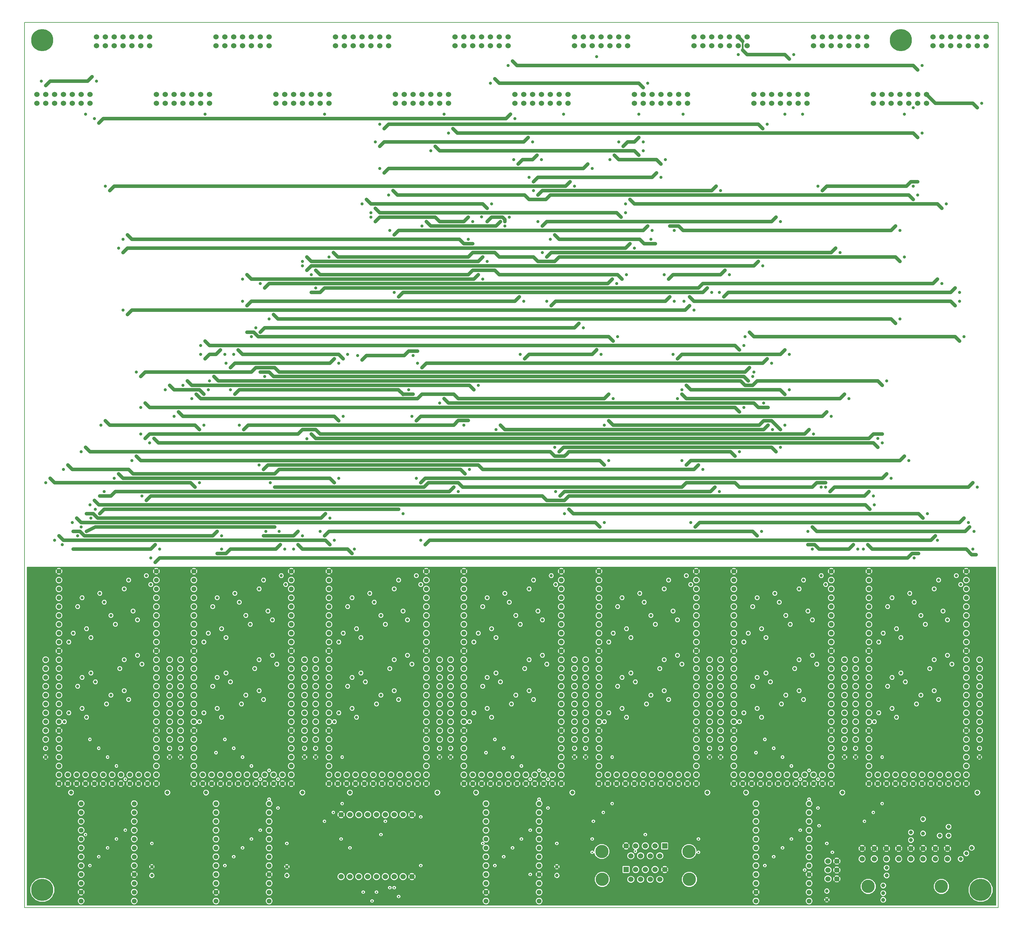
<source format=gbr>
G04 #@! TF.FileFunction,Copper,L2,Inr,Signal*
%FSLAX46Y46*%
G04 Gerber Fmt 4.6, Leading zero omitted, Abs format (unit mm)*
G04 Created by KiCad (PCBNEW 4.0.3+e1-6302~38~ubuntu14.04.1-stable) date Fri Aug 19 15:31:16 2016*
%MOMM*%
%LPD*%
G01*
G04 APERTURE LIST*
%ADD10C,0.100000*%
%ADD11C,0.150000*%
%ADD12C,1.500000*%
%ADD13C,3.810000*%
%ADD14C,1.524000*%
%ADD15C,1.397000*%
%ADD16C,1.000000*%
%ADD17R,1.524000X1.524000*%
%ADD18C,6.350000*%
%ADD19C,1.143000*%
%ADD20C,0.508000*%
%ADD21C,0.889000*%
%ADD22C,1.016000*%
%ADD23C,0.508000*%
%ADD24C,0.127000*%
G04 APERTURE END LIST*
D10*
D11*
X304800000Y-16510000D02*
X304800000Y-270510000D01*
X25400000Y-16510000D02*
X25400000Y-270510000D01*
X25400000Y-270510000D02*
X304800000Y-270510000D01*
X25400000Y-16510000D02*
X304800000Y-16510000D01*
D12*
X290210000Y-256540000D03*
X272710000Y-256540000D03*
D13*
X288460000Y-264450000D03*
D12*
X269210000Y-256540000D03*
X286710000Y-256540000D03*
X283210000Y-256540000D03*
X265710000Y-256540000D03*
X290210000Y-253540000D03*
X279710000Y-256540000D03*
X286710000Y-253540000D03*
X276210000Y-256540000D03*
D13*
X267460000Y-264450000D03*
D12*
X283210000Y-253540000D03*
X279710000Y-253540000D03*
X276210000Y-253540000D03*
X272710000Y-253540000D03*
X269210000Y-253540000D03*
X265710000Y-253540000D03*
D14*
X116205000Y-243840000D03*
X118745000Y-243840000D03*
X121285000Y-243840000D03*
X123825000Y-243840000D03*
X126365000Y-243840000D03*
X128905000Y-243840000D03*
X131445000Y-243840000D03*
X133985000Y-243840000D03*
X136525000Y-243840000D03*
X136525000Y-261620000D03*
X133985000Y-261620000D03*
X131445000Y-261620000D03*
X128905000Y-261620000D03*
X126365000Y-261620000D03*
X123825000Y-261620000D03*
X121285000Y-261620000D03*
X118745000Y-261620000D03*
X116205000Y-261620000D03*
D15*
X157797500Y-240665000D03*
X157797500Y-243205000D03*
X157797500Y-245745000D03*
X157797500Y-248285000D03*
X157797500Y-250825000D03*
X157797500Y-253365000D03*
X157797500Y-255905000D03*
X157797500Y-260985000D03*
X157797500Y-263525000D03*
X157797500Y-266065000D03*
X157797500Y-268605000D03*
X157797500Y-258445000D03*
X173037500Y-258445000D03*
X173037500Y-268605000D03*
X173037500Y-266065000D03*
X173037500Y-263525000D03*
X173037500Y-260985000D03*
X173037500Y-255905000D03*
X173037500Y-253365000D03*
X173037500Y-250825000D03*
X173037500Y-248285000D03*
X173037500Y-245745000D03*
X173037500Y-243205000D03*
X173037500Y-240665000D03*
X256857500Y-234950000D03*
X256857500Y-232410000D03*
X256857500Y-229870000D03*
X256857500Y-227330000D03*
X256857500Y-224790000D03*
X256857500Y-222250000D03*
X256857500Y-219710000D03*
X256857500Y-217170000D03*
X256857500Y-214630000D03*
X256857500Y-212090000D03*
X256857500Y-209550000D03*
X256857500Y-207010000D03*
X256857500Y-204470000D03*
X256857500Y-201930000D03*
X256857500Y-199390000D03*
X256857500Y-196850000D03*
X256857500Y-194310000D03*
X256857500Y-191770000D03*
X256857500Y-189230000D03*
X256857500Y-186690000D03*
X256857500Y-184150000D03*
X256857500Y-181610000D03*
X256857500Y-179070000D03*
X256857500Y-176530000D03*
X256857500Y-173990000D03*
X228917500Y-173990000D03*
X228917500Y-176530000D03*
X228917500Y-179070000D03*
X228917500Y-181610000D03*
X228917500Y-184150000D03*
X228917500Y-186690000D03*
X228917500Y-189230000D03*
X228917500Y-191770000D03*
X228917500Y-194310000D03*
X228917500Y-196850000D03*
X228917500Y-199390000D03*
X228917500Y-201930000D03*
X228917500Y-204470000D03*
X228917500Y-207010000D03*
X228917500Y-209550000D03*
X228917500Y-212090000D03*
X228917500Y-214630000D03*
X228917500Y-217170000D03*
X228917500Y-219710000D03*
X228917500Y-222250000D03*
X228917500Y-224790000D03*
X228917500Y-227330000D03*
X228917500Y-229870000D03*
X228917500Y-232410000D03*
X228917500Y-234950000D03*
X218122500Y-234950000D03*
X218122500Y-232410000D03*
X218122500Y-229870000D03*
X218122500Y-227330000D03*
X218122500Y-224790000D03*
X218122500Y-222250000D03*
X218122500Y-219710000D03*
X218122500Y-217170000D03*
X218122500Y-214630000D03*
X218122500Y-212090000D03*
X218122500Y-209550000D03*
X218122500Y-207010000D03*
X218122500Y-204470000D03*
X218122500Y-201930000D03*
X218122500Y-199390000D03*
X218122500Y-196850000D03*
X218122500Y-194310000D03*
X218122500Y-191770000D03*
X218122500Y-189230000D03*
X218122500Y-186690000D03*
X218122500Y-184150000D03*
X218122500Y-181610000D03*
X218122500Y-179070000D03*
X218122500Y-176530000D03*
X218122500Y-173990000D03*
X190182500Y-173990000D03*
X190182500Y-176530000D03*
X190182500Y-179070000D03*
X190182500Y-181610000D03*
X190182500Y-184150000D03*
X190182500Y-186690000D03*
X190182500Y-189230000D03*
X190182500Y-191770000D03*
X190182500Y-194310000D03*
X190182500Y-196850000D03*
X190182500Y-199390000D03*
X190182500Y-201930000D03*
X190182500Y-204470000D03*
X190182500Y-207010000D03*
X190182500Y-209550000D03*
X190182500Y-212090000D03*
X190182500Y-214630000D03*
X190182500Y-217170000D03*
X190182500Y-219710000D03*
X190182500Y-222250000D03*
X190182500Y-224790000D03*
X190182500Y-227330000D03*
X190182500Y-229870000D03*
X190182500Y-232410000D03*
X190182500Y-234950000D03*
X63182500Y-234950000D03*
X63182500Y-232410000D03*
X63182500Y-229870000D03*
X63182500Y-227330000D03*
X63182500Y-224790000D03*
X63182500Y-222250000D03*
X63182500Y-219710000D03*
X63182500Y-217170000D03*
X63182500Y-214630000D03*
X63182500Y-212090000D03*
X63182500Y-209550000D03*
X63182500Y-207010000D03*
X63182500Y-204470000D03*
X63182500Y-201930000D03*
X63182500Y-199390000D03*
X63182500Y-196850000D03*
X63182500Y-194310000D03*
X63182500Y-191770000D03*
X63182500Y-189230000D03*
X63182500Y-186690000D03*
X63182500Y-184150000D03*
X63182500Y-181610000D03*
X63182500Y-179070000D03*
X63182500Y-176530000D03*
X63182500Y-173990000D03*
X35242500Y-173990000D03*
X35242500Y-176530000D03*
X35242500Y-179070000D03*
X35242500Y-181610000D03*
X35242500Y-184150000D03*
X35242500Y-186690000D03*
X35242500Y-189230000D03*
X35242500Y-191770000D03*
X35242500Y-194310000D03*
X35242500Y-196850000D03*
X35242500Y-199390000D03*
X35242500Y-201930000D03*
X35242500Y-204470000D03*
X35242500Y-207010000D03*
X35242500Y-209550000D03*
X35242500Y-212090000D03*
X35242500Y-214630000D03*
X35242500Y-217170000D03*
X35242500Y-219710000D03*
X35242500Y-222250000D03*
X35242500Y-224790000D03*
X35242500Y-227330000D03*
X35242500Y-229870000D03*
X35242500Y-232410000D03*
X35242500Y-234950000D03*
D14*
X95567500Y-20637500D03*
X93027500Y-20637500D03*
X90487500Y-20637500D03*
X87947500Y-20637500D03*
X85407500Y-20637500D03*
X82867500Y-20637500D03*
X80327500Y-20637500D03*
X95567500Y-23177500D03*
X93027500Y-23177500D03*
X90487500Y-23177500D03*
X87947500Y-23177500D03*
X85407500Y-23177500D03*
X82867500Y-23177500D03*
X80327500Y-23177500D03*
X44132500Y-37147500D03*
X41592500Y-37147500D03*
X39052500Y-37147500D03*
X36512500Y-37147500D03*
X33972500Y-37147500D03*
X31432500Y-37147500D03*
X28892500Y-37147500D03*
X44132500Y-39687500D03*
X41592500Y-39687500D03*
X39052500Y-39687500D03*
X36512500Y-39687500D03*
X33972500Y-39687500D03*
X31432500Y-39687500D03*
X28892500Y-39687500D03*
D15*
X101917500Y-234950000D03*
X101917500Y-232410000D03*
X101917500Y-229870000D03*
X101917500Y-227330000D03*
X101917500Y-224790000D03*
X101917500Y-222250000D03*
X101917500Y-219710000D03*
X101917500Y-217170000D03*
X101917500Y-214630000D03*
X101917500Y-212090000D03*
X101917500Y-209550000D03*
X101917500Y-207010000D03*
X101917500Y-204470000D03*
X101917500Y-201930000D03*
X101917500Y-199390000D03*
X101917500Y-196850000D03*
X101917500Y-194310000D03*
X101917500Y-191770000D03*
X101917500Y-189230000D03*
X101917500Y-186690000D03*
X101917500Y-184150000D03*
X101917500Y-181610000D03*
X101917500Y-179070000D03*
X101917500Y-176530000D03*
X101917500Y-173990000D03*
X73977500Y-173990000D03*
X73977500Y-176530000D03*
X73977500Y-179070000D03*
X73977500Y-181610000D03*
X73977500Y-184150000D03*
X73977500Y-186690000D03*
X73977500Y-189230000D03*
X73977500Y-191770000D03*
X73977500Y-194310000D03*
X73977500Y-196850000D03*
X73977500Y-199390000D03*
X73977500Y-201930000D03*
X73977500Y-204470000D03*
X73977500Y-207010000D03*
X73977500Y-209550000D03*
X73977500Y-212090000D03*
X73977500Y-214630000D03*
X73977500Y-217170000D03*
X73977500Y-219710000D03*
X73977500Y-222250000D03*
X73977500Y-224790000D03*
X73977500Y-227330000D03*
X73977500Y-229870000D03*
X73977500Y-232410000D03*
X73977500Y-234950000D03*
X140652500Y-234950000D03*
X140652500Y-232410000D03*
X140652500Y-229870000D03*
X140652500Y-227330000D03*
X140652500Y-224790000D03*
X140652500Y-222250000D03*
X140652500Y-219710000D03*
X140652500Y-217170000D03*
X140652500Y-214630000D03*
X140652500Y-212090000D03*
X140652500Y-209550000D03*
X140652500Y-207010000D03*
X140652500Y-204470000D03*
X140652500Y-201930000D03*
X140652500Y-199390000D03*
X140652500Y-196850000D03*
X140652500Y-194310000D03*
X140652500Y-191770000D03*
X140652500Y-189230000D03*
X140652500Y-186690000D03*
X140652500Y-184150000D03*
X140652500Y-181610000D03*
X140652500Y-179070000D03*
X140652500Y-176530000D03*
X140652500Y-173990000D03*
X112712500Y-173990000D03*
X112712500Y-176530000D03*
X112712500Y-179070000D03*
X112712500Y-181610000D03*
X112712500Y-184150000D03*
X112712500Y-186690000D03*
X112712500Y-189230000D03*
X112712500Y-191770000D03*
X112712500Y-194310000D03*
X112712500Y-196850000D03*
X112712500Y-199390000D03*
X112712500Y-201930000D03*
X112712500Y-204470000D03*
X112712500Y-207010000D03*
X112712500Y-209550000D03*
X112712500Y-212090000D03*
X112712500Y-214630000D03*
X112712500Y-217170000D03*
X112712500Y-219710000D03*
X112712500Y-222250000D03*
X112712500Y-224790000D03*
X112712500Y-227330000D03*
X112712500Y-229870000D03*
X112712500Y-232410000D03*
X112712500Y-234950000D03*
X179387500Y-234950000D03*
X179387500Y-232410000D03*
X179387500Y-229870000D03*
X179387500Y-227330000D03*
X179387500Y-224790000D03*
X179387500Y-222250000D03*
X179387500Y-219710000D03*
X179387500Y-217170000D03*
X179387500Y-214630000D03*
X179387500Y-212090000D03*
X179387500Y-209550000D03*
X179387500Y-207010000D03*
X179387500Y-204470000D03*
X179387500Y-201930000D03*
X179387500Y-199390000D03*
X179387500Y-196850000D03*
X179387500Y-194310000D03*
X179387500Y-191770000D03*
X179387500Y-189230000D03*
X179387500Y-186690000D03*
X179387500Y-184150000D03*
X179387500Y-181610000D03*
X179387500Y-179070000D03*
X179387500Y-176530000D03*
X179387500Y-173990000D03*
X151447500Y-173990000D03*
X151447500Y-176530000D03*
X151447500Y-179070000D03*
X151447500Y-181610000D03*
X151447500Y-184150000D03*
X151447500Y-186690000D03*
X151447500Y-189230000D03*
X151447500Y-191770000D03*
X151447500Y-194310000D03*
X151447500Y-196850000D03*
X151447500Y-199390000D03*
X151447500Y-201930000D03*
X151447500Y-204470000D03*
X151447500Y-207010000D03*
X151447500Y-209550000D03*
X151447500Y-212090000D03*
X151447500Y-214630000D03*
X151447500Y-217170000D03*
X151447500Y-219710000D03*
X151447500Y-222250000D03*
X151447500Y-224790000D03*
X151447500Y-227330000D03*
X151447500Y-229870000D03*
X151447500Y-232410000D03*
X151447500Y-234950000D03*
X295592500Y-234950000D03*
X295592500Y-232410000D03*
X295592500Y-229870000D03*
X295592500Y-227330000D03*
X295592500Y-224790000D03*
X295592500Y-222250000D03*
X295592500Y-219710000D03*
X295592500Y-217170000D03*
X295592500Y-214630000D03*
X295592500Y-212090000D03*
X295592500Y-209550000D03*
X295592500Y-207010000D03*
X295592500Y-204470000D03*
X295592500Y-201930000D03*
X295592500Y-199390000D03*
X295592500Y-196850000D03*
X295592500Y-194310000D03*
X295592500Y-191770000D03*
X295592500Y-189230000D03*
X295592500Y-186690000D03*
X295592500Y-184150000D03*
X295592500Y-181610000D03*
X295592500Y-179070000D03*
X295592500Y-176530000D03*
X295592500Y-173990000D03*
X267652500Y-173990000D03*
X267652500Y-176530000D03*
X267652500Y-179070000D03*
X267652500Y-181610000D03*
X267652500Y-184150000D03*
X267652500Y-186690000D03*
X267652500Y-189230000D03*
X267652500Y-191770000D03*
X267652500Y-194310000D03*
X267652500Y-196850000D03*
X267652500Y-199390000D03*
X267652500Y-201930000D03*
X267652500Y-204470000D03*
X267652500Y-207010000D03*
X267652500Y-209550000D03*
X267652500Y-212090000D03*
X267652500Y-214630000D03*
X267652500Y-217170000D03*
X267652500Y-219710000D03*
X267652500Y-222250000D03*
X267652500Y-224790000D03*
X267652500Y-227330000D03*
X267652500Y-229870000D03*
X267652500Y-232410000D03*
X267652500Y-234950000D03*
D14*
X215582500Y-37147500D03*
X213042500Y-37147500D03*
X210502500Y-37147500D03*
X207962500Y-37147500D03*
X205422500Y-37147500D03*
X202882500Y-37147500D03*
X200342500Y-37147500D03*
X215582500Y-39687500D03*
X213042500Y-39687500D03*
X210502500Y-39687500D03*
X207962500Y-39687500D03*
X205422500Y-39687500D03*
X202882500Y-39687500D03*
X200342500Y-39687500D03*
D15*
X235267500Y-240665000D03*
X235267500Y-243205000D03*
X235267500Y-245745000D03*
X235267500Y-248285000D03*
X235267500Y-250825000D03*
X235267500Y-253365000D03*
X235267500Y-255905000D03*
X235267500Y-260985000D03*
X235267500Y-263525000D03*
X235267500Y-266065000D03*
X235267500Y-268605000D03*
X235267500Y-258445000D03*
X250507500Y-258445000D03*
X250507500Y-268605000D03*
X250507500Y-266065000D03*
X250507500Y-263525000D03*
X250507500Y-260985000D03*
X250507500Y-255905000D03*
X250507500Y-253365000D03*
X250507500Y-250825000D03*
X250507500Y-248285000D03*
X250507500Y-245745000D03*
X250507500Y-243205000D03*
X250507500Y-240665000D03*
X80327500Y-240665000D03*
X80327500Y-243205000D03*
X80327500Y-245745000D03*
X80327500Y-248285000D03*
X80327500Y-250825000D03*
X80327500Y-253365000D03*
X80327500Y-255905000D03*
X80327500Y-260985000D03*
X80327500Y-263525000D03*
X80327500Y-266065000D03*
X80327500Y-268605000D03*
X80327500Y-258445000D03*
X95567500Y-258445000D03*
X95567500Y-268605000D03*
X95567500Y-266065000D03*
X95567500Y-263525000D03*
X95567500Y-260985000D03*
X95567500Y-255905000D03*
X95567500Y-253365000D03*
X95567500Y-250825000D03*
X95567500Y-248285000D03*
X95567500Y-245745000D03*
X95567500Y-243205000D03*
X95567500Y-240665000D03*
X282892500Y-232410000D03*
X293052500Y-232410000D03*
X290512500Y-232410000D03*
X287972500Y-232410000D03*
X285432500Y-232410000D03*
X280352500Y-232410000D03*
X277812500Y-232410000D03*
X275272500Y-232410000D03*
X272732500Y-232410000D03*
X270192500Y-232410000D03*
X244157500Y-232410000D03*
X254317500Y-232410000D03*
X251777500Y-232410000D03*
X249237500Y-232410000D03*
X246697500Y-232410000D03*
X241617500Y-232410000D03*
X239077500Y-232410000D03*
X236537500Y-232410000D03*
X233997500Y-232410000D03*
X231457500Y-232410000D03*
X205422500Y-232410000D03*
X215582500Y-232410000D03*
X213042500Y-232410000D03*
X210502500Y-232410000D03*
X207962500Y-232410000D03*
X202882500Y-232410000D03*
X200342500Y-232410000D03*
X197802500Y-232410000D03*
X195262500Y-232410000D03*
X192722500Y-232410000D03*
X166687500Y-232410000D03*
X176847500Y-232410000D03*
X174307500Y-232410000D03*
X171767500Y-232410000D03*
X169227500Y-232410000D03*
X164147500Y-232410000D03*
X161607500Y-232410000D03*
X159067500Y-232410000D03*
X156527500Y-232410000D03*
X153987500Y-232410000D03*
X127952500Y-232410000D03*
X138112500Y-232410000D03*
X135572500Y-232410000D03*
X133032500Y-232410000D03*
X130492500Y-232410000D03*
X125412500Y-232410000D03*
X122872500Y-232410000D03*
X120332500Y-232410000D03*
X117792500Y-232410000D03*
X115252500Y-232410000D03*
X89217500Y-232410000D03*
X99377500Y-232410000D03*
X96837500Y-232410000D03*
X94297500Y-232410000D03*
X91757500Y-232410000D03*
X86677500Y-232410000D03*
X84137500Y-232410000D03*
X81597500Y-232410000D03*
X79057500Y-232410000D03*
X76517500Y-232410000D03*
X50482500Y-232410000D03*
X60642500Y-232410000D03*
X58102500Y-232410000D03*
X55562500Y-232410000D03*
X53022500Y-232410000D03*
X47942500Y-232410000D03*
X45402500Y-232410000D03*
X42862500Y-232410000D03*
X40322500Y-232410000D03*
X37782500Y-232410000D03*
X280352500Y-234950000D03*
X270192500Y-234950000D03*
X272732500Y-234950000D03*
X275272500Y-234950000D03*
X277812500Y-234950000D03*
X282892500Y-234950000D03*
X285432500Y-234950000D03*
X287972500Y-234950000D03*
X290512500Y-234950000D03*
X293052500Y-234950000D03*
X241617500Y-234950000D03*
X231457500Y-234950000D03*
X233997500Y-234950000D03*
X236537500Y-234950000D03*
X239077500Y-234950000D03*
X244157500Y-234950000D03*
X246697500Y-234950000D03*
X249237500Y-234950000D03*
X251777500Y-234950000D03*
X254317500Y-234950000D03*
X202882500Y-234950000D03*
X192722500Y-234950000D03*
X195262500Y-234950000D03*
X197802500Y-234950000D03*
X200342500Y-234950000D03*
X205422500Y-234950000D03*
X207962500Y-234950000D03*
X210502500Y-234950000D03*
X213042500Y-234950000D03*
X215582500Y-234950000D03*
X164147500Y-234950000D03*
X153987500Y-234950000D03*
X156527500Y-234950000D03*
X159067500Y-234950000D03*
X161607500Y-234950000D03*
X166687500Y-234950000D03*
X169227500Y-234950000D03*
X171767500Y-234950000D03*
X174307500Y-234950000D03*
X176847500Y-234950000D03*
X125412500Y-234950000D03*
X115252500Y-234950000D03*
X117792500Y-234950000D03*
X120332500Y-234950000D03*
X122872500Y-234950000D03*
X127952500Y-234950000D03*
X130492500Y-234950000D03*
X133032500Y-234950000D03*
X135572500Y-234950000D03*
X138112500Y-234950000D03*
X86677500Y-234950000D03*
X76517500Y-234950000D03*
X79057500Y-234950000D03*
X81597500Y-234950000D03*
X84137500Y-234950000D03*
X89217500Y-234950000D03*
X91757500Y-234950000D03*
X94297500Y-234950000D03*
X96837500Y-234950000D03*
X99377500Y-234950000D03*
X47942500Y-234950000D03*
X37782500Y-234950000D03*
X40322500Y-234950000D03*
X42862500Y-234950000D03*
X45402500Y-234950000D03*
X50482500Y-234950000D03*
X53022500Y-234950000D03*
X55562500Y-234950000D03*
X58102500Y-234950000D03*
X60642500Y-234950000D03*
D14*
X112712500Y-37147500D03*
X110172500Y-37147500D03*
X107632500Y-37147500D03*
X105092500Y-37147500D03*
X102552500Y-37147500D03*
X100012500Y-37147500D03*
X97472500Y-37147500D03*
X112712500Y-39687500D03*
X110172500Y-39687500D03*
X107632500Y-39687500D03*
X105092500Y-39687500D03*
X102552500Y-39687500D03*
X100012500Y-39687500D03*
X97472500Y-39687500D03*
X181292500Y-37147500D03*
X178752500Y-37147500D03*
X176212500Y-37147500D03*
X173672500Y-37147500D03*
X171132500Y-37147500D03*
X168592500Y-37147500D03*
X166052500Y-37147500D03*
X181292500Y-39687500D03*
X178752500Y-39687500D03*
X176212500Y-39687500D03*
X173672500Y-39687500D03*
X171132500Y-39687500D03*
X168592500Y-39687500D03*
X166052500Y-39687500D03*
X249872500Y-37147500D03*
X247332500Y-37147500D03*
X244792500Y-37147500D03*
X242252500Y-37147500D03*
X239712500Y-37147500D03*
X237172500Y-37147500D03*
X234632500Y-37147500D03*
X249872500Y-39687500D03*
X247332500Y-39687500D03*
X244792500Y-39687500D03*
X242252500Y-39687500D03*
X239712500Y-39687500D03*
X237172500Y-39687500D03*
X234632500Y-39687500D03*
X78422500Y-37147500D03*
X75882500Y-37147500D03*
X73342500Y-37147500D03*
X70802500Y-37147500D03*
X68262500Y-37147500D03*
X65722500Y-37147500D03*
X63182500Y-37147500D03*
X78422500Y-39687500D03*
X75882500Y-39687500D03*
X73342500Y-39687500D03*
X70802500Y-39687500D03*
X68262500Y-39687500D03*
X65722500Y-39687500D03*
X63182500Y-39687500D03*
X147002500Y-37147500D03*
X144462500Y-37147500D03*
X141922500Y-37147500D03*
X139382500Y-37147500D03*
X136842500Y-37147500D03*
X134302500Y-37147500D03*
X131762500Y-37147500D03*
X147002500Y-39687500D03*
X144462500Y-39687500D03*
X141922500Y-39687500D03*
X139382500Y-39687500D03*
X136842500Y-39687500D03*
X134302500Y-39687500D03*
X131762500Y-39687500D03*
X284162500Y-37147500D03*
X281622500Y-37147500D03*
X279082500Y-37147500D03*
X276542500Y-37147500D03*
X274002500Y-37147500D03*
X271462500Y-37147500D03*
X268922500Y-37147500D03*
X284162500Y-39687500D03*
X281622500Y-39687500D03*
X279082500Y-39687500D03*
X276542500Y-39687500D03*
X274002500Y-39687500D03*
X271462500Y-39687500D03*
X268922500Y-39687500D03*
X61277500Y-20637500D03*
X58737500Y-20637500D03*
X56197500Y-20637500D03*
X53657500Y-20637500D03*
X51117500Y-20637500D03*
X48577500Y-20637500D03*
X46037500Y-20637500D03*
X61277500Y-23177500D03*
X58737500Y-23177500D03*
X56197500Y-23177500D03*
X53657500Y-23177500D03*
X51117500Y-23177500D03*
X48577500Y-23177500D03*
X46037500Y-23177500D03*
X129857500Y-20637500D03*
X127317500Y-20637500D03*
X124777500Y-20637500D03*
X122237500Y-20637500D03*
X119697500Y-20637500D03*
X117157500Y-20637500D03*
X114617500Y-20637500D03*
X129857500Y-23177500D03*
X127317500Y-23177500D03*
X124777500Y-23177500D03*
X122237500Y-23177500D03*
X119697500Y-23177500D03*
X117157500Y-23177500D03*
X114617500Y-23177500D03*
X198437500Y-20637500D03*
X195897500Y-20637500D03*
X193357500Y-20637500D03*
X190817500Y-20637500D03*
X188277500Y-20637500D03*
X185737500Y-20637500D03*
X183197500Y-20637500D03*
X198437500Y-23177500D03*
X195897500Y-23177500D03*
X193357500Y-23177500D03*
X190817500Y-23177500D03*
X188277500Y-23177500D03*
X185737500Y-23177500D03*
X183197500Y-23177500D03*
X267017500Y-20637500D03*
X264477500Y-20637500D03*
X261937500Y-20637500D03*
X259397500Y-20637500D03*
X256857500Y-20637500D03*
X254317500Y-20637500D03*
X251777500Y-20637500D03*
X267017500Y-23177500D03*
X264477500Y-23177500D03*
X261937500Y-23177500D03*
X259397500Y-23177500D03*
X256857500Y-23177500D03*
X254317500Y-23177500D03*
X251777500Y-23177500D03*
X164147500Y-20637500D03*
X161607500Y-20637500D03*
X159067500Y-20637500D03*
X156527500Y-20637500D03*
X153987500Y-20637500D03*
X151447500Y-20637500D03*
X148907500Y-20637500D03*
X164147500Y-23177500D03*
X161607500Y-23177500D03*
X159067500Y-23177500D03*
X156527500Y-23177500D03*
X153987500Y-23177500D03*
X151447500Y-23177500D03*
X148907500Y-23177500D03*
X232727500Y-20637500D03*
X230187500Y-20637500D03*
X227647500Y-20637500D03*
X225107500Y-20637500D03*
X222567500Y-20637500D03*
X220027500Y-20637500D03*
X217487500Y-20637500D03*
X232727500Y-23177500D03*
X230187500Y-23177500D03*
X227647500Y-23177500D03*
X225107500Y-23177500D03*
X222567500Y-23177500D03*
X220027500Y-23177500D03*
X217487500Y-23177500D03*
X301307500Y-20637500D03*
X298767500Y-20637500D03*
X296227500Y-20637500D03*
X293687500Y-20637500D03*
X291147500Y-20637500D03*
X288607500Y-20637500D03*
X286067500Y-20637500D03*
X301307500Y-23177500D03*
X298767500Y-23177500D03*
X296227500Y-23177500D03*
X293687500Y-23177500D03*
X291147500Y-23177500D03*
X288607500Y-23177500D03*
X286067500Y-23177500D03*
D16*
X299402500Y-227310000D03*
X299402500Y-224810000D03*
X263842500Y-227310000D03*
X263842500Y-224810000D03*
X260667500Y-227310000D03*
X260667500Y-224810000D03*
X225107500Y-227310000D03*
X225107500Y-224810000D03*
X221932500Y-227310000D03*
X221932500Y-224810000D03*
X186372500Y-227310000D03*
X186372500Y-224810000D03*
X183197500Y-227310000D03*
X183197500Y-224810000D03*
X147637500Y-227310000D03*
X147637500Y-224810000D03*
X144462500Y-227310000D03*
X144462500Y-224810000D03*
X108902500Y-227310000D03*
X108902500Y-224810000D03*
X105727500Y-227310000D03*
X105727500Y-224810000D03*
X70167500Y-227310000D03*
X70167500Y-224810000D03*
X66992500Y-227310000D03*
X66992500Y-224810000D03*
X31432500Y-227310000D03*
X31432500Y-224810000D03*
D15*
X41592500Y-240665000D03*
X41592500Y-243205000D03*
X41592500Y-245745000D03*
X41592500Y-248285000D03*
X41592500Y-250825000D03*
X41592500Y-253365000D03*
X41592500Y-255905000D03*
X41592500Y-260985000D03*
X41592500Y-263525000D03*
X41592500Y-266065000D03*
X41592500Y-268605000D03*
X41592500Y-258445000D03*
X56832500Y-258445000D03*
X56832500Y-268605000D03*
X56832500Y-266065000D03*
X56832500Y-263525000D03*
X56832500Y-260985000D03*
X56832500Y-255905000D03*
X56832500Y-253365000D03*
X56832500Y-250825000D03*
X56832500Y-248285000D03*
X56832500Y-245745000D03*
X56832500Y-243205000D03*
X56832500Y-240665000D03*
D14*
X255905000Y-257175000D03*
X258445000Y-257175000D03*
X255905000Y-259715000D03*
X258445000Y-259715000D03*
X255905000Y-262255000D03*
X258445000Y-262255000D03*
X207670400Y-262416925D03*
X204901800Y-262416925D03*
X202133200Y-262416925D03*
X199364600Y-262416925D03*
X209054700Y-259572125D03*
X206286100Y-259572125D03*
X203517500Y-259572125D03*
X200748900Y-259572125D03*
D17*
X197980300Y-259572125D03*
D13*
X216141300Y-262416925D03*
X191147700Y-262416925D03*
X216014300Y-254415925D03*
X191020700Y-254415925D03*
D17*
X209054700Y-252815725D03*
D14*
X206286100Y-252815725D03*
X203517500Y-252815725D03*
X200748900Y-252815725D03*
X197980300Y-252815725D03*
X207670400Y-255660525D03*
X204901800Y-255660525D03*
X202133200Y-255660525D03*
X199364600Y-255660525D03*
D15*
X31432500Y-212090000D03*
X31432500Y-222250000D03*
X31432500Y-219710000D03*
X31432500Y-217170000D03*
X31432500Y-214630000D03*
X31432500Y-209550000D03*
X31432500Y-207010000D03*
X31432500Y-204470000D03*
X31432500Y-201930000D03*
X31432500Y-199390000D03*
X66992500Y-212090000D03*
X66992500Y-222250000D03*
X66992500Y-219710000D03*
X66992500Y-217170000D03*
X66992500Y-214630000D03*
X66992500Y-209550000D03*
X66992500Y-207010000D03*
X66992500Y-204470000D03*
X66992500Y-201930000D03*
X66992500Y-199390000D03*
X70167500Y-212090000D03*
X70167500Y-222250000D03*
X70167500Y-219710000D03*
X70167500Y-217170000D03*
X70167500Y-214630000D03*
X70167500Y-209550000D03*
X70167500Y-207010000D03*
X70167500Y-204470000D03*
X70167500Y-201930000D03*
X70167500Y-199390000D03*
X105727500Y-212090000D03*
X105727500Y-222250000D03*
X105727500Y-219710000D03*
X105727500Y-217170000D03*
X105727500Y-214630000D03*
X105727500Y-209550000D03*
X105727500Y-207010000D03*
X105727500Y-204470000D03*
X105727500Y-201930000D03*
X105727500Y-199390000D03*
X108902500Y-212090000D03*
X108902500Y-222250000D03*
X108902500Y-219710000D03*
X108902500Y-217170000D03*
X108902500Y-214630000D03*
X108902500Y-209550000D03*
X108902500Y-207010000D03*
X108902500Y-204470000D03*
X108902500Y-201930000D03*
X108902500Y-199390000D03*
X144462500Y-212090000D03*
X144462500Y-222250000D03*
X144462500Y-219710000D03*
X144462500Y-217170000D03*
X144462500Y-214630000D03*
X144462500Y-209550000D03*
X144462500Y-207010000D03*
X144462500Y-204470000D03*
X144462500Y-201930000D03*
X144462500Y-199390000D03*
X147637500Y-212090000D03*
X147637500Y-222250000D03*
X147637500Y-219710000D03*
X147637500Y-217170000D03*
X147637500Y-214630000D03*
X147637500Y-209550000D03*
X147637500Y-207010000D03*
X147637500Y-204470000D03*
X147637500Y-201930000D03*
X147637500Y-199390000D03*
X183197500Y-212090000D03*
X183197500Y-222250000D03*
X183197500Y-219710000D03*
X183197500Y-217170000D03*
X183197500Y-214630000D03*
X183197500Y-209550000D03*
X183197500Y-207010000D03*
X183197500Y-204470000D03*
X183197500Y-201930000D03*
X183197500Y-199390000D03*
X186372500Y-212090000D03*
X186372500Y-222250000D03*
X186372500Y-219710000D03*
X186372500Y-217170000D03*
X186372500Y-214630000D03*
X186372500Y-209550000D03*
X186372500Y-207010000D03*
X186372500Y-204470000D03*
X186372500Y-201930000D03*
X186372500Y-199390000D03*
X221932500Y-212090000D03*
X221932500Y-222250000D03*
X221932500Y-219710000D03*
X221932500Y-217170000D03*
X221932500Y-214630000D03*
X221932500Y-209550000D03*
X221932500Y-207010000D03*
X221932500Y-204470000D03*
X221932500Y-201930000D03*
X221932500Y-199390000D03*
X225107500Y-212090000D03*
X225107500Y-222250000D03*
X225107500Y-219710000D03*
X225107500Y-217170000D03*
X225107500Y-214630000D03*
X225107500Y-209550000D03*
X225107500Y-207010000D03*
X225107500Y-204470000D03*
X225107500Y-201930000D03*
X225107500Y-199390000D03*
X260667500Y-212090000D03*
X260667500Y-222250000D03*
X260667500Y-219710000D03*
X260667500Y-217170000D03*
X260667500Y-214630000D03*
X260667500Y-209550000D03*
X260667500Y-207010000D03*
X260667500Y-204470000D03*
X260667500Y-201930000D03*
X260667500Y-199390000D03*
X263842500Y-212090000D03*
X263842500Y-222250000D03*
X263842500Y-219710000D03*
X263842500Y-217170000D03*
X263842500Y-214630000D03*
X263842500Y-209550000D03*
X263842500Y-207010000D03*
X263842500Y-204470000D03*
X263842500Y-201930000D03*
X263842500Y-199390000D03*
X299402500Y-212090000D03*
X299402500Y-222250000D03*
X299402500Y-219710000D03*
X299402500Y-217170000D03*
X299402500Y-214630000D03*
X299402500Y-209550000D03*
X299402500Y-207010000D03*
X299402500Y-204470000D03*
X299402500Y-201930000D03*
X299402500Y-199390000D03*
D16*
X61912500Y-261282500D03*
X61912500Y-258782500D03*
X100647500Y-261282500D03*
X100647500Y-258782500D03*
X178117500Y-261282500D03*
X178117500Y-258782500D03*
X255587500Y-265767500D03*
X255587500Y-268267500D03*
D18*
X276860000Y-21590000D03*
X30480000Y-21590000D03*
X299720000Y-265430000D03*
X30480000Y-265430000D03*
D19*
X118745000Y-237490000D03*
X38735000Y-237490000D03*
X154940000Y-237490000D03*
X232410000Y-237490000D03*
X77470000Y-237490000D03*
X182562500Y-237490000D03*
X221297500Y-237490000D03*
X298767500Y-237490000D03*
X260032500Y-237490000D03*
X66357500Y-237490000D03*
X105092500Y-237490000D03*
X143827500Y-237490000D03*
D20*
X61912500Y-252095000D03*
D21*
X36830000Y-217170000D03*
X38100000Y-214630000D03*
X48895000Y-212090000D03*
X164782500Y-42862500D03*
X46672500Y-45402500D03*
X50165000Y-209550000D03*
X166052500Y-44132500D03*
X45402500Y-44132500D03*
X62865000Y-166370000D03*
X40640000Y-207010000D03*
X39370000Y-167640000D03*
X36195000Y-166370000D03*
X64135000Y-167640000D03*
X41910000Y-204470000D03*
X199072500Y-80010000D03*
X53657500Y-82550000D03*
X52705000Y-201930000D03*
X53975000Y-199390000D03*
X200342500Y-81280000D03*
X52387500Y-81280000D03*
X31432500Y-34607500D03*
X38100000Y-194310000D03*
X44767500Y-32067500D03*
X39370000Y-191770000D03*
X30162500Y-33337500D03*
X46037500Y-33337500D03*
X51435000Y-189230000D03*
X181927500Y-62230000D03*
X49847500Y-64770000D03*
X183197500Y-63500000D03*
X48577500Y-63500000D03*
X50165000Y-186690000D03*
X39370000Y-162560000D03*
X40640000Y-184150000D03*
X80645000Y-162560000D03*
X41910000Y-181610000D03*
X81915000Y-163830000D03*
X40640000Y-163830000D03*
X53975000Y-179070000D03*
X216217500Y-97790000D03*
X54927500Y-100330000D03*
X55245000Y-176530000D03*
X217487500Y-99060000D03*
X53657500Y-99060000D03*
X280670000Y-170180000D03*
X61595000Y-170180000D03*
X60325000Y-175260000D03*
X62865000Y-171450000D03*
X61595000Y-177800000D03*
X281940000Y-168910000D03*
X46990000Y-180340000D03*
X48260000Y-151130000D03*
X149860000Y-151130000D03*
X46990000Y-152400000D03*
X48260000Y-182880000D03*
X148590000Y-149860000D03*
X251777500Y-134620000D03*
X58737500Y-134620000D03*
X56515000Y-185420000D03*
X60007500Y-135890000D03*
X57785000Y-187960000D03*
X250507500Y-133350000D03*
X43180000Y-190500000D03*
X113030000Y-158750000D03*
X44450000Y-158750000D03*
X43180000Y-157480000D03*
X44450000Y-193040000D03*
X111760000Y-157480000D03*
X268922500Y-152400000D03*
X59055000Y-152400000D03*
X57785000Y-198120000D03*
X59055000Y-200660000D03*
X267652500Y-151130000D03*
X60325000Y-153670000D03*
X133985000Y-157480000D03*
X44450000Y-203200000D03*
X45720000Y-156210000D03*
X46990000Y-157480000D03*
X45720000Y-205740000D03*
X132715000Y-156210000D03*
X234632500Y-116840000D03*
X57467500Y-116840000D03*
X53975000Y-208280000D03*
X58737500Y-118110000D03*
X233362500Y-115570000D03*
X55245000Y-210820000D03*
X41910000Y-213360000D03*
X98425000Y-162560000D03*
X41592500Y-161290000D03*
X43180000Y-215900000D03*
X97155000Y-161290000D03*
X43180000Y-162560000D03*
D20*
X44132500Y-222250000D03*
X44132500Y-258445000D03*
X46672500Y-224790000D03*
X46672500Y-255905000D03*
X49212500Y-227330000D03*
X49212500Y-253365000D03*
X51752500Y-250825000D03*
X51752500Y-229870000D03*
X54292500Y-233680000D03*
X54292500Y-248285000D03*
X100647500Y-252095000D03*
D21*
X32702500Y-147320000D03*
X75565000Y-217170000D03*
X74295000Y-149860000D03*
X76835000Y-214630000D03*
X31432500Y-148590000D03*
X75565000Y-148590000D03*
X167322500Y-95250000D03*
X89217500Y-97790000D03*
X87630000Y-212090000D03*
X88900000Y-209550000D03*
X87947500Y-96520000D03*
X168592500Y-96520000D03*
X66992500Y-120650000D03*
X79375000Y-207010000D03*
X76835000Y-123190000D03*
X80645000Y-204470000D03*
X78105000Y-121920000D03*
X65722500Y-121920000D03*
X193992500Y-90170000D03*
X197167500Y-52070000D03*
X201612500Y-49530000D03*
X201612500Y-42862500D03*
X91440000Y-201930000D03*
X94297500Y-92710000D03*
X195262500Y-91440000D03*
X195897500Y-50800000D03*
X202882500Y-50800000D03*
X92710000Y-199390000D03*
X93027500Y-91440000D03*
X48577500Y-130810000D03*
X76835000Y-194310000D03*
X75565000Y-133350000D03*
X78105000Y-191770000D03*
X76835000Y-132080000D03*
X47307500Y-132080000D03*
X184467500Y-102870000D03*
X90170000Y-189230000D03*
X93027500Y-105410000D03*
X88900000Y-186690000D03*
X91757500Y-104140000D03*
X185737500Y-104140000D03*
X81597500Y-110490000D03*
X77152500Y-113030000D03*
X79375000Y-184150000D03*
X75882500Y-111760000D03*
X80645000Y-181610000D03*
X82867500Y-111760000D03*
X218757500Y-143510000D03*
X92710000Y-179070000D03*
X93980000Y-144780000D03*
X92710000Y-143510000D03*
X220027500Y-144780000D03*
X93980000Y-176530000D03*
X99060000Y-175260000D03*
X288607500Y-91440000D03*
X108902500Y-92710000D03*
X100330000Y-177800000D03*
X287337500Y-90170000D03*
X107632500Y-93980000D03*
X86995000Y-132080000D03*
X85725000Y-180340000D03*
X151447500Y-132080000D03*
X86995000Y-182880000D03*
X152717500Y-130759202D03*
X88265000Y-133350000D03*
X254000000Y-149860000D03*
X95250000Y-185420000D03*
X95885000Y-148590000D03*
X255270000Y-148590000D03*
X96520000Y-187960000D03*
X97155000Y-149860000D03*
X115570000Y-114300000D03*
X81915000Y-190500000D03*
X83185000Y-114300000D03*
X114300000Y-113030000D03*
X83185000Y-193040000D03*
X84455000Y-115570000D03*
X96520000Y-198120000D03*
X106362500Y-135940798D03*
X270192500Y-135890000D03*
X107632500Y-134620000D03*
X271462500Y-134620000D03*
X97790000Y-200660000D03*
X84455000Y-121920000D03*
X83185000Y-203200000D03*
X135572500Y-121920000D03*
X136842500Y-123190000D03*
X84455000Y-205740000D03*
X85725000Y-123190000D03*
X105092500Y-163830000D03*
X105092500Y-86360000D03*
X237172500Y-86360000D03*
X94615000Y-162560000D03*
X92710000Y-208280000D03*
X93980000Y-210820000D03*
X93980000Y-163830000D03*
X235902500Y-85090000D03*
X103822500Y-162560000D03*
X106362500Y-87630000D03*
X100012500Y-167640000D03*
X81915000Y-167640000D03*
X80645000Y-213360000D03*
X81915000Y-215900000D03*
X98742500Y-166370000D03*
X80645000Y-168910000D03*
D20*
X82867500Y-258445000D03*
X82867500Y-222250000D03*
X85407500Y-224790000D03*
X85407500Y-255905000D03*
X87947500Y-227330000D03*
X87947500Y-253365000D03*
X90487500Y-229870000D03*
X90487500Y-250825000D03*
X93027500Y-233680000D03*
X93027500Y-248285000D03*
X80327500Y-226060000D03*
D21*
X114300000Y-217170000D03*
X113030000Y-166370000D03*
X35242500Y-163830000D03*
X114300000Y-165100000D03*
X33972500Y-165100000D03*
X115570000Y-214630000D03*
X127317500Y-52070000D03*
X169862500Y-49530000D03*
X126365000Y-212090000D03*
X171132500Y-50800000D03*
X127635000Y-209550000D03*
X126047500Y-50800000D03*
X115570000Y-130810000D03*
X69532500Y-128270000D03*
X118110000Y-207010000D03*
X116840000Y-129540000D03*
X68262500Y-129540000D03*
X119380000Y-204470000D03*
X131445000Y-77470000D03*
X130175000Y-201930000D03*
X204152500Y-74930000D03*
X131445000Y-199390000D03*
X130175000Y-76200000D03*
X205422500Y-76200000D03*
X115570000Y-194310000D03*
X52387500Y-146050000D03*
X114300000Y-148590000D03*
X116840000Y-191770000D03*
X115570000Y-147320000D03*
X51117500Y-147320000D03*
X128905000Y-189230000D03*
X128587500Y-59690000D03*
X187007500Y-57150000D03*
X127317500Y-58420000D03*
X188277500Y-58420000D03*
X127635000Y-186690000D03*
X86677500Y-110490000D03*
X118110000Y-184150000D03*
X116840000Y-113030000D03*
X118110000Y-111760000D03*
X85407500Y-111760000D03*
X119380000Y-181610000D03*
X221297500Y-92710000D03*
X131445000Y-179070000D03*
X132715000Y-95250000D03*
X222567500Y-93980000D03*
X131445000Y-93980000D03*
X132715000Y-176530000D03*
X287286702Y-165100000D03*
X137795000Y-175260000D03*
X139065000Y-165100000D03*
X139065000Y-177800000D03*
X140335000Y-166370000D03*
X286702500Y-163830000D03*
X124777500Y-72390000D03*
X153987500Y-73660000D03*
X124460000Y-180340000D03*
X152717500Y-72390000D03*
X126047500Y-73660000D03*
X125730000Y-182880000D03*
X136525000Y-129540000D03*
X256857500Y-129540000D03*
X133985000Y-185420000D03*
X255587500Y-128270000D03*
X137795000Y-130810000D03*
X135255000Y-187960000D03*
X120650000Y-190500000D03*
X121920000Y-193040000D03*
X137795000Y-147320000D03*
X274002500Y-147320000D03*
X135255000Y-198120000D03*
X136525000Y-200660000D03*
X272732500Y-146050000D03*
X139065000Y-148590000D03*
X120967500Y-112077500D03*
X136842500Y-112077500D03*
X121920000Y-203200000D03*
X123190000Y-205740000D03*
X122237500Y-113347500D03*
X138112500Y-110807500D03*
X239712500Y-114300000D03*
X138112500Y-114300000D03*
X131445000Y-208280000D03*
X238442500Y-113030000D03*
X139382500Y-115570000D03*
X132715000Y-210820000D03*
X119380000Y-213360000D03*
X102552500Y-167640000D03*
X120015000Y-167640000D03*
X120650000Y-215900000D03*
X103822500Y-166370000D03*
X119380000Y-168910000D03*
D20*
X111442500Y-245745000D03*
X113982500Y-243205000D03*
X116522500Y-240665000D03*
X116522500Y-227330000D03*
X95567500Y-231140000D03*
X95567500Y-239395000D03*
X98107500Y-233680000D03*
X98107500Y-241935000D03*
X178117500Y-252095000D03*
D21*
X151765000Y-146050000D03*
X153035000Y-217170000D03*
X37782500Y-143510000D03*
X154305000Y-214630000D03*
X153035000Y-144780000D03*
X36512500Y-144780000D03*
X165100000Y-212090000D03*
X167005000Y-57150000D03*
X172402500Y-54610000D03*
X166370000Y-209550000D03*
X173672500Y-55880000D03*
X165735000Y-55880000D03*
X72072500Y-119380000D03*
X156845000Y-207010000D03*
X154305000Y-121920000D03*
X158115000Y-204470000D03*
X155575000Y-120650000D03*
X70802500Y-120650000D03*
X168910000Y-201930000D03*
X171450000Y-62230000D03*
X206692500Y-59690000D03*
X170180000Y-199390000D03*
X207962500Y-60960000D03*
X170180000Y-60960000D03*
X54927500Y-77470000D03*
X154305000Y-194310000D03*
X153987500Y-80010000D03*
X53657500Y-78740000D03*
X155575000Y-191770000D03*
X152717500Y-78740000D03*
X167640000Y-189230000D03*
X168910000Y-113030000D03*
X189547500Y-110490000D03*
X189547500Y-26352500D03*
X166370000Y-186690000D03*
X190817500Y-111760000D03*
X167640000Y-111760000D03*
X156845000Y-184150000D03*
X89217500Y-88900000D03*
X155575000Y-88900000D03*
X87947500Y-90170000D03*
X158115000Y-181610000D03*
X156845000Y-90170000D03*
X170180000Y-179070000D03*
X223837500Y-63500000D03*
X172720000Y-66040000D03*
X171450000Y-64770000D03*
X171450000Y-176530000D03*
X225107500Y-64770000D03*
X177800000Y-151130000D03*
X224790000Y-151130000D03*
X176530000Y-175260000D03*
X293687500Y-93980000D03*
X224790000Y-93980000D03*
X177800000Y-177800000D03*
X226060000Y-95250000D03*
X292417500Y-92710000D03*
X223520000Y-149860000D03*
X179070000Y-152400000D03*
X163195000Y-180340000D03*
X164465000Y-72390000D03*
X156527500Y-72339202D03*
X164465000Y-182880000D03*
X158115000Y-73660000D03*
X163195000Y-73660000D03*
X172720000Y-185420000D03*
X259397500Y-82550000D03*
X173990000Y-82550000D03*
X175260000Y-83820000D03*
X258127500Y-81280000D03*
X173990000Y-187960000D03*
X159385000Y-190500000D03*
X122237500Y-68580000D03*
X159385000Y-68580000D03*
X160655000Y-193040000D03*
X158115000Y-69850000D03*
X123507500Y-67310000D03*
X175260000Y-96520000D03*
X211772500Y-96520000D03*
X173990000Y-198120000D03*
X276542500Y-76200000D03*
X211772500Y-76200000D03*
X175260000Y-200660000D03*
X176530000Y-97790000D03*
X210502500Y-95250000D03*
X210502500Y-74930000D03*
X275272500Y-74930000D03*
X160655000Y-203200000D03*
X139382500Y-74930000D03*
X163195000Y-74930000D03*
X140652500Y-73660000D03*
X161925000Y-205740000D03*
X161925000Y-73660000D03*
X172720000Y-73660000D03*
X170180000Y-208280000D03*
X242252500Y-73660000D03*
X171450000Y-210820000D03*
X173990000Y-74930000D03*
X240982500Y-72390000D03*
X158115000Y-213360000D03*
X105092500Y-85090000D03*
X158115000Y-85090000D03*
X159385000Y-215900000D03*
X106362500Y-83820000D03*
X156845000Y-83820000D03*
D20*
X160337500Y-222250000D03*
X160337500Y-258445000D03*
X162877500Y-224790000D03*
X162877500Y-255905000D03*
X165417500Y-227330000D03*
X165417500Y-253365000D03*
X167957500Y-229870000D03*
X167957500Y-250825000D03*
X170497500Y-233680000D03*
X170497500Y-248285000D03*
X157797500Y-226060000D03*
D21*
X191770000Y-217170000D03*
X40322500Y-158750000D03*
X190500000Y-161290000D03*
X193040000Y-214630000D03*
X191770000Y-160020000D03*
X39052500Y-160020000D03*
X203835000Y-212090000D03*
X206375000Y-80010000D03*
X177482500Y-77470000D03*
X205105000Y-209550000D03*
X205105000Y-78740000D03*
X176212500Y-78740000D03*
X74612500Y-123190000D03*
X195580000Y-207010000D03*
X193040000Y-123190000D03*
X73342500Y-124460000D03*
X196850000Y-204470000D03*
X194310000Y-124460000D03*
X207645000Y-201930000D03*
X208915000Y-199390000D03*
X193040000Y-194310000D03*
X191770000Y-143510000D03*
X57467500Y-140970000D03*
X194310000Y-191770000D03*
X193040000Y-142240000D03*
X56197500Y-142240000D03*
X206375000Y-189230000D03*
X194627500Y-54610000D03*
X207962500Y-57150000D03*
X193357500Y-55880000D03*
X209232500Y-55880000D03*
X205105000Y-186690000D03*
X194310000Y-107950000D03*
X195580000Y-184150000D03*
X89166702Y-105410000D03*
X195580000Y-106680000D03*
X90487500Y-106680000D03*
X196850000Y-181610000D03*
X208915000Y-179070000D03*
X226377500Y-87630000D03*
X210185000Y-90170000D03*
X210185000Y-176530000D03*
X208915000Y-88900000D03*
X227647500Y-88900000D03*
X296227500Y-160020000D03*
X216535000Y-160020000D03*
X215265000Y-175260000D03*
X216535000Y-177800000D03*
X294957500Y-158750000D03*
X217805000Y-161290000D03*
X159067500Y-33972500D03*
X204152500Y-33972500D03*
X201930000Y-180340000D03*
X202882500Y-35242500D03*
X203200000Y-182880000D03*
X160337500Y-32702500D03*
X211455000Y-185420000D03*
X261937500Y-124460000D03*
X212725000Y-124460000D03*
X212725000Y-187960000D03*
X260667500Y-123190000D03*
X213995000Y-123190000D03*
X197802500Y-71120000D03*
X124777500Y-71120000D03*
X198120000Y-190500000D03*
X126047500Y-69850000D03*
X199390000Y-193040000D03*
X196532500Y-72390000D03*
X213995000Y-142240000D03*
X279082500Y-142240000D03*
X212725000Y-198120000D03*
X277812500Y-42862500D03*
X213995000Y-200660000D03*
X277812500Y-140970000D03*
X215265000Y-143510000D03*
X199390000Y-203200000D03*
X141922500Y-53340000D03*
X202882500Y-53340000D03*
X200660000Y-205740000D03*
X201612500Y-54610000D03*
X143192500Y-52070000D03*
X211455000Y-111760000D03*
X244792500Y-111760000D03*
X208915000Y-208280000D03*
X243522500Y-42862500D03*
X210185000Y-210820000D03*
X212725000Y-113030000D03*
X243522500Y-110490000D03*
X107632500Y-88900000D03*
X198120000Y-88900000D03*
X196850000Y-213360000D03*
X196850000Y-90170000D03*
X108902500Y-87630000D03*
X198120000Y-215900000D03*
D20*
X188595000Y-245745000D03*
X191452500Y-243205000D03*
X193992500Y-227330000D03*
X193992500Y-240665000D03*
X173037500Y-231140000D03*
X173037500Y-239395000D03*
X175577500Y-233680000D03*
X175577500Y-241935000D03*
X255587500Y-252095000D03*
D21*
X230505000Y-217170000D03*
X229235000Y-140970000D03*
X42862500Y-138430000D03*
X41592500Y-139700000D03*
X230505000Y-139700000D03*
X231775000Y-214630000D03*
X240982500Y-139700000D03*
X242570000Y-212090000D03*
X178752500Y-139700000D03*
X242252500Y-138430000D03*
X177482500Y-138430000D03*
X243840000Y-209550000D03*
X77152500Y-107950000D03*
X234315000Y-207010000D03*
X230505000Y-110490000D03*
X75882500Y-109220000D03*
X231775000Y-109220000D03*
X235585000Y-204470000D03*
X246380000Y-201930000D03*
X243522500Y-123240798D03*
X215265000Y-120650000D03*
X247650000Y-199390000D03*
X213995000Y-121920000D03*
X244792500Y-121920000D03*
X230505000Y-128270000D03*
X60007500Y-125730000D03*
X231775000Y-194310000D03*
X233045000Y-191770000D03*
X231775000Y-127000000D03*
X58737500Y-127000000D03*
X245110000Y-189230000D03*
X242252500Y-133350000D03*
X193040000Y-130810000D03*
X191770000Y-132080000D03*
X243522500Y-132080000D03*
X243840000Y-186690000D03*
X234315000Y-184150000D03*
X93027500Y-116840000D03*
X233045000Y-119380000D03*
X234315000Y-118110000D03*
X94297500Y-118110000D03*
X235585000Y-181610000D03*
X244792500Y-26987500D03*
X247650000Y-179070000D03*
X248920000Y-176530000D03*
X230187500Y-25717500D03*
X246062500Y-25717500D03*
X254000000Y-175260000D03*
X298767500Y-149860000D03*
X255270000Y-149860000D03*
X255270000Y-177800000D03*
X256540000Y-151130000D03*
X297497500Y-148590000D03*
X160655000Y-133350000D03*
X240030000Y-133350000D03*
X240665000Y-180340000D03*
X238760000Y-132080000D03*
X241935000Y-182880000D03*
X161925000Y-132080000D03*
X251460000Y-167640000D03*
X264477500Y-167640000D03*
X250190000Y-185420000D03*
X250190000Y-166370000D03*
X251460000Y-187960000D03*
X263207500Y-166370000D03*
X238442500Y-45720000D03*
X127317500Y-45720000D03*
X236855000Y-190500000D03*
X238125000Y-193040000D03*
X237172500Y-46990000D03*
X128587500Y-46990000D03*
X251460000Y-198120000D03*
X253047500Y-63500000D03*
X280352500Y-63500000D03*
X252730000Y-200660000D03*
X254317500Y-64770000D03*
X280352500Y-40957500D03*
X281622500Y-62230000D03*
X238125000Y-203200000D03*
X237490000Y-125730000D03*
X144462500Y-125730000D03*
X239395000Y-205740000D03*
X238760000Y-127000000D03*
X145732500Y-124460000D03*
X247650000Y-208280000D03*
X248920000Y-210820000D03*
X236855000Y-162560000D03*
X110172500Y-162560000D03*
X235585000Y-213360000D03*
X236855000Y-215900000D03*
X235585000Y-163830000D03*
X111442500Y-163830000D03*
D20*
X237807500Y-222250000D03*
X237807500Y-258445000D03*
X240347500Y-224790000D03*
X240347500Y-255905000D03*
X242887500Y-227330000D03*
X242887500Y-253365000D03*
X245427500Y-229870000D03*
X245427500Y-250825000D03*
X247967500Y-233680000D03*
X247967500Y-248285000D03*
X235267500Y-226060000D03*
D21*
X267970000Y-156210000D03*
X45402500Y-153670000D03*
X269240000Y-217170000D03*
X42862500Y-42862500D03*
X270510000Y-214630000D03*
X269240000Y-154940000D03*
X44132500Y-154940000D03*
X283210000Y-158750000D03*
X181610000Y-156210000D03*
X281305000Y-212090000D03*
X180022500Y-42862500D03*
X282575000Y-209550000D03*
X180340000Y-157480000D03*
X284480000Y-157480000D03*
X77152500Y-42862500D03*
X271462500Y-120650000D03*
X79692500Y-118110000D03*
X273050000Y-207010000D03*
X78422500Y-119380000D03*
X272732500Y-119380000D03*
X274320000Y-204470000D03*
X285115000Y-201930000D03*
X216217500Y-95250000D03*
X292417500Y-97790000D03*
X214312500Y-42862500D03*
X293687500Y-96520000D03*
X214630000Y-96520000D03*
X286385000Y-199390000D03*
X270510000Y-194310000D03*
X62547500Y-135890000D03*
X270192500Y-138430000D03*
X61277500Y-137160000D03*
X271462500Y-137160000D03*
X271780000Y-191770000D03*
X283845000Y-189230000D03*
X199072500Y-67310000D03*
X288607500Y-69850000D03*
X197802500Y-68580000D03*
X289877500Y-68580000D03*
X282575000Y-186690000D03*
X273050000Y-184150000D03*
X96837500Y-100330000D03*
X275272500Y-102870000D03*
X274320000Y-181610000D03*
X95567500Y-101600000D03*
X276542500Y-101600000D03*
X293687500Y-107950000D03*
X286385000Y-179070000D03*
X233362500Y-105410000D03*
X232092500Y-106680000D03*
X294957500Y-106680000D03*
X287655000Y-176530000D03*
X292735000Y-175260000D03*
X294005000Y-177800000D03*
X282892500Y-28892500D03*
X164147500Y-28892500D03*
X279400000Y-180340000D03*
X165417500Y-27622500D03*
X280670000Y-182880000D03*
X281622500Y-30162500D03*
X297497500Y-167640000D03*
X266065000Y-167640000D03*
X288925000Y-185420000D03*
X267335000Y-166370000D03*
X290195000Y-187960000D03*
X298450000Y-169227500D03*
X129857500Y-66040000D03*
X275590000Y-190500000D03*
X281622500Y-66040000D03*
X131127500Y-64770000D03*
X280352500Y-67310000D03*
X276860000Y-193040000D03*
X300037500Y-39687500D03*
X290195000Y-198120000D03*
X298767500Y-40957500D03*
X291465000Y-200660000D03*
X282892500Y-48260000D03*
X147002500Y-48260000D03*
X276860000Y-203200000D03*
X148272500Y-46990000D03*
X145732500Y-42862500D03*
X281622500Y-49530000D03*
X278130000Y-205740000D03*
X286385000Y-208280000D03*
X297815000Y-162560000D03*
X250190000Y-162560000D03*
X248602500Y-42862500D03*
X251460000Y-161290000D03*
X287655000Y-210820000D03*
X296545000Y-161290000D03*
X274320000Y-213360000D03*
X112712500Y-83820000D03*
X277812500Y-83820000D03*
X111442500Y-42862500D03*
X113982500Y-82550000D03*
X275590000Y-215900000D03*
X276542500Y-85090000D03*
D20*
X266382500Y-245745000D03*
X268922500Y-243205000D03*
X271462500Y-227330000D03*
X271462500Y-240665000D03*
X250507500Y-231140000D03*
X250507500Y-239395000D03*
X253047500Y-233680000D03*
X253047500Y-241935000D03*
X130175000Y-264795000D03*
X132715000Y-267335000D03*
X122555000Y-266065000D03*
X125095000Y-268605000D03*
X131445000Y-264795000D03*
X170497500Y-260985000D03*
X249237500Y-259715000D03*
X126365000Y-266065000D03*
X42862500Y-249555000D03*
X127635000Y-249555000D03*
X253365000Y-247015000D03*
X257175000Y-254635000D03*
X188277500Y-254635000D03*
X218757500Y-254635000D03*
X218757500Y-250825000D03*
X188277500Y-250825000D03*
X128905000Y-245745000D03*
X139065000Y-258445000D03*
X139065000Y-244475000D03*
X156845000Y-252095000D03*
X118745000Y-253365000D03*
X200660000Y-254317500D03*
X116205000Y-250825000D03*
X203517500Y-249555000D03*
D19*
X295592500Y-254952500D03*
X294005000Y-256540000D03*
X297180000Y-253365000D03*
X272732500Y-259080000D03*
X272732500Y-261302500D03*
X271780000Y-266382500D03*
X271780000Y-264160000D03*
X271780000Y-268287500D03*
X290512500Y-249872500D03*
X287972500Y-249872500D03*
X290512500Y-247332500D03*
X283210000Y-249237500D03*
X283210000Y-245110000D03*
X279717500Y-251142500D03*
X279717500Y-248920000D03*
D22*
X163512500Y-44132500D02*
X164782500Y-42862500D01*
X47942500Y-44132500D02*
X163512500Y-44132500D01*
X46672500Y-45402500D02*
X47942500Y-44132500D01*
X39370000Y-167640000D02*
X41910000Y-167640000D01*
X41910000Y-167640000D02*
X61595000Y-167640000D01*
X61595000Y-167640000D02*
X62865000Y-166370000D01*
X53657500Y-82550000D02*
X54927500Y-81280000D01*
X54927500Y-81280000D02*
X197802500Y-81280000D01*
X197802500Y-81280000D02*
X199072500Y-80010000D01*
X32702500Y-33337500D02*
X43497500Y-33337500D01*
X31432500Y-34607500D02*
X32702500Y-33337500D01*
X43497500Y-33337500D02*
X44767500Y-32067500D01*
X180657500Y-63500000D02*
X51117500Y-63500000D01*
X181927500Y-62230000D02*
X180657500Y-63500000D01*
X51117500Y-63500000D02*
X49847500Y-64770000D01*
X39370000Y-162560000D02*
X41275000Y-162560000D01*
X41275000Y-162560000D02*
X42545000Y-163830000D01*
X79375000Y-163830000D02*
X80645000Y-162560000D01*
X42545000Y-163830000D02*
X79375000Y-163830000D01*
X216217500Y-97790000D02*
X214947500Y-99060000D01*
X214947500Y-99060000D02*
X56197500Y-99060000D01*
X56197500Y-99060000D02*
X54927500Y-100330000D01*
X278765000Y-170180000D02*
X64135000Y-170180000D01*
X64135000Y-170180000D02*
X62865000Y-171450000D01*
X281940000Y-168910000D02*
X280035000Y-168910000D01*
X280035000Y-168910000D02*
X278765000Y-170180000D01*
X147320000Y-151130000D02*
X51435000Y-151130000D01*
X46990000Y-152400000D02*
X50165000Y-152400000D01*
X50165000Y-152400000D02*
X51435000Y-151130000D01*
X147320000Y-151130000D02*
X148590000Y-149860000D01*
X108902500Y-133350000D02*
X105092500Y-133350000D01*
X61277500Y-134620000D02*
X60007500Y-135890000D01*
X61277500Y-134620000D02*
X69215000Y-134620000D01*
X110172500Y-134620000D02*
X108902500Y-133350000D01*
X250507500Y-133350000D02*
X249237500Y-134620000D01*
X249237500Y-134620000D02*
X110172500Y-134620000D01*
X103822500Y-134620000D02*
X69215000Y-134620000D01*
X105092500Y-133350000D02*
X103822500Y-134620000D01*
X46355000Y-158750000D02*
X110490000Y-158750000D01*
X43180000Y-157480000D02*
X45085000Y-157480000D01*
X45085000Y-157480000D02*
X46355000Y-158750000D01*
X110490000Y-158750000D02*
X111760000Y-157480000D01*
X61595000Y-152400000D02*
X173990000Y-152400000D01*
X266382500Y-152400000D02*
X267652500Y-151130000D01*
X60325000Y-153670000D02*
X61595000Y-152400000D01*
X181610000Y-152400000D02*
X266382500Y-152400000D01*
X180340000Y-153670000D02*
X181610000Y-152400000D01*
X175260000Y-153670000D02*
X180340000Y-153670000D01*
X173990000Y-152400000D02*
X175260000Y-153670000D01*
X49847500Y-156210000D02*
X48260000Y-156210000D01*
X48260000Y-156210000D02*
X46990000Y-157480000D01*
X132715000Y-156210000D02*
X49847500Y-156210000D01*
X232092500Y-116840000D02*
X98425000Y-116840000D01*
X60007500Y-116840000D02*
X58737500Y-118110000D01*
X233362500Y-115570000D02*
X232092500Y-116840000D01*
X90487500Y-116840000D02*
X60007500Y-116840000D01*
X91757500Y-115570000D02*
X90487500Y-116840000D01*
X97155000Y-115570000D02*
X91757500Y-115570000D01*
X98425000Y-116840000D02*
X97155000Y-115570000D01*
X97155000Y-161290000D02*
X47040798Y-161290000D01*
X45720000Y-161290000D02*
X47040798Y-161290000D01*
X43180000Y-162560000D02*
X45720000Y-161290000D01*
X33972500Y-148590000D02*
X32702500Y-147320000D01*
X74295000Y-149860000D02*
X73025000Y-148590000D01*
X73025000Y-148590000D02*
X33972500Y-148590000D01*
X167322500Y-95250000D02*
X166052500Y-96520000D01*
X166052500Y-96520000D02*
X90487500Y-96520000D01*
X90487500Y-96520000D02*
X89217500Y-97790000D01*
X75565000Y-121920000D02*
X68262500Y-121920000D01*
X68262500Y-121920000D02*
X66992500Y-120650000D01*
X76835000Y-123190000D02*
X75565000Y-121920000D01*
X192722500Y-91440000D02*
X193992500Y-90170000D01*
X197167500Y-52070000D02*
X198437500Y-50800000D01*
X198437500Y-50800000D02*
X200342500Y-50800000D01*
X200342500Y-50800000D02*
X201612500Y-49530000D01*
X94297500Y-92710000D02*
X95567500Y-91440000D01*
X95567500Y-91440000D02*
X192722500Y-91440000D01*
X49847500Y-132080000D02*
X48577500Y-130810000D01*
X75565000Y-133350000D02*
X74295000Y-132080000D01*
X74295000Y-132080000D02*
X49847500Y-132080000D01*
X95567500Y-104140000D02*
X183197500Y-104140000D01*
X183197500Y-104140000D02*
X184467500Y-102870000D01*
X94297500Y-104140000D02*
X95567500Y-104140000D01*
X93027500Y-105410000D02*
X94297500Y-104140000D01*
X80327500Y-111760000D02*
X78422500Y-111760000D01*
X81597500Y-110490000D02*
X80327500Y-111760000D01*
X78422500Y-111760000D02*
X77152500Y-113030000D01*
X217487500Y-144780000D02*
X156845000Y-144780000D01*
X155575000Y-143510000D02*
X156845000Y-144780000D01*
X95250000Y-143510000D02*
X155575000Y-143510000D01*
X93980000Y-144780000D02*
X95250000Y-143510000D01*
X218757500Y-143510000D02*
X217487500Y-144780000D01*
X287337500Y-90170000D02*
X286067500Y-91440000D01*
X286067500Y-91440000D02*
X220027500Y-91440000D01*
X220027500Y-91440000D02*
X218757500Y-92710000D01*
X218757500Y-92710000D02*
X111442500Y-92710000D01*
X111442500Y-92710000D02*
X110172500Y-93980000D01*
X110172500Y-93980000D02*
X107632500Y-93980000D01*
X149860000Y-130759202D02*
X152717500Y-130759202D01*
X148539202Y-132080000D02*
X149860000Y-130759202D01*
X89535000Y-132080000D02*
X148539202Y-132080000D01*
X88265000Y-133350000D02*
X89535000Y-132080000D01*
X251460000Y-149860000D02*
X230505000Y-149860000D01*
X251460000Y-149860000D02*
X252730000Y-148590000D01*
X252730000Y-148590000D02*
X255270000Y-148590000D01*
X138112500Y-149860000D02*
X140017500Y-149860000D01*
X97155000Y-149860000D02*
X100012500Y-149860000D01*
X138112500Y-149860000D02*
X100012500Y-149860000D01*
X149860000Y-148590000D02*
X151130000Y-149860000D01*
X141287500Y-148590000D02*
X149860000Y-148590000D01*
X140017500Y-149860000D02*
X141287500Y-148590000D01*
X213995000Y-149860000D02*
X151130000Y-149860000D01*
X215265000Y-148590000D02*
X213995000Y-149860000D01*
X229235000Y-148590000D02*
X215265000Y-148590000D01*
X230505000Y-149860000D02*
X229235000Y-148590000D01*
X113030000Y-114300000D02*
X114300000Y-113030000D01*
X85725000Y-114300000D02*
X113030000Y-114300000D01*
X85725000Y-114300000D02*
X84455000Y-115570000D01*
X107632500Y-134620000D02*
X108902500Y-135890000D01*
X108902500Y-135890000D02*
X267652500Y-135890000D01*
X267652500Y-135890000D02*
X268922500Y-134620000D01*
X268922500Y-134620000D02*
X271462500Y-134620000D01*
X133959601Y-123215399D02*
X136817101Y-123215399D01*
X136817101Y-123215399D02*
X136842500Y-123190000D01*
X131445000Y-121920000D02*
X132664202Y-121920000D01*
X86995000Y-121920000D02*
X91122500Y-121920000D01*
X85725000Y-123190000D02*
X86995000Y-121920000D01*
X131445000Y-121920000D02*
X91122500Y-121920000D01*
X132664202Y-121920000D02*
X133959601Y-123215399D01*
X133959601Y-123215399D02*
X133985000Y-123240798D01*
X234632500Y-86360000D02*
X107632500Y-86360000D01*
X93980000Y-163830000D02*
X100012500Y-163830000D01*
X235902500Y-85090000D02*
X234632500Y-86360000D01*
X102552500Y-163830000D02*
X100012500Y-163830000D01*
X103822500Y-162560000D02*
X102552500Y-163830000D01*
X107632500Y-86360000D02*
X106362500Y-87630000D01*
X84455000Y-167640000D02*
X97472500Y-167640000D01*
X97472500Y-167640000D02*
X98742500Y-166370000D01*
X83185000Y-168910000D02*
X84455000Y-167640000D01*
X80645000Y-168910000D02*
X83185000Y-168910000D01*
X111760000Y-165100000D02*
X113030000Y-166370000D01*
X36512500Y-165100000D02*
X111760000Y-165100000D01*
X35242500Y-163830000D02*
X36512500Y-165100000D01*
X127317500Y-52070000D02*
X128587500Y-50800000D01*
X128587500Y-50800000D02*
X168592500Y-50800000D01*
X168592500Y-50800000D02*
X169862500Y-49530000D01*
X115570000Y-130810000D02*
X114300000Y-129540000D01*
X114300000Y-129540000D02*
X70802500Y-129540000D01*
X70802500Y-129540000D02*
X69532500Y-128270000D01*
X132715000Y-76200000D02*
X202882500Y-76200000D01*
X131445000Y-77470000D02*
X132715000Y-76200000D01*
X202882500Y-76200000D02*
X204152500Y-74930000D01*
X53657500Y-147320000D02*
X52387500Y-146050000D01*
X113030000Y-147320000D02*
X53657500Y-147320000D01*
X114300000Y-148590000D02*
X113030000Y-147320000D01*
X129857500Y-58420000D02*
X128587500Y-59690000D01*
X187007500Y-57150000D02*
X185737500Y-58420000D01*
X185737500Y-58420000D02*
X129857500Y-58420000D01*
X116840000Y-113030000D02*
X115570000Y-111760000D01*
X87947500Y-111760000D02*
X86677500Y-110490000D01*
X115570000Y-111760000D02*
X87947500Y-111760000D01*
X220027500Y-93980000D02*
X221297500Y-92710000D01*
X132715000Y-95250000D02*
X133985000Y-93980000D01*
X133985000Y-93980000D02*
X220027500Y-93980000D01*
X285432500Y-165100000D02*
X154305000Y-165100000D01*
X141605000Y-165100000D02*
X154305000Y-165100000D01*
X140335000Y-166370000D02*
X141605000Y-165100000D01*
X286702500Y-163830000D02*
X285432500Y-165100000D01*
X151447500Y-73660000D02*
X144462500Y-73660000D01*
X152717500Y-72390000D02*
X151447500Y-73660000D01*
X127317500Y-72390000D02*
X126047500Y-73660000D01*
X143192500Y-72390000D02*
X127317500Y-72390000D01*
X144462500Y-73660000D02*
X143192500Y-72390000D01*
X254317500Y-129540000D02*
X255587500Y-128270000D01*
X139065000Y-129540000D02*
X254317500Y-129540000D01*
X137795000Y-130810000D02*
X139065000Y-129540000D01*
X271462500Y-147320000D02*
X272732500Y-146050000D01*
X140335000Y-147320000D02*
X271462500Y-147320000D01*
X139065000Y-148590000D02*
X140335000Y-147320000D01*
X123507500Y-112077500D02*
X122237500Y-113347500D01*
X134302500Y-112077500D02*
X123507500Y-112077500D01*
X135572500Y-110807500D02*
X134302500Y-112077500D01*
X138112500Y-110807500D02*
X135572500Y-110807500D01*
X140652500Y-114300000D02*
X237172500Y-114300000D01*
X237172500Y-114300000D02*
X238442500Y-113030000D01*
X139382500Y-115570000D02*
X140652500Y-114300000D01*
X105092500Y-167640000D02*
X103822500Y-166370000D01*
X118110000Y-167640000D02*
X105092500Y-167640000D01*
X119380000Y-168910000D02*
X118110000Y-167640000D01*
X98425000Y-144780000D02*
X150495000Y-144780000D01*
X151765000Y-146050000D02*
X150495000Y-144780000D01*
X97155000Y-146050000D02*
X72072500Y-146050000D01*
X55245000Y-144780000D02*
X56515000Y-146050000D01*
X56515000Y-146050000D02*
X72072500Y-146050000D01*
X39052500Y-144780000D02*
X37782500Y-143510000D01*
X39052500Y-144780000D02*
X55245000Y-144780000D01*
X98425000Y-144780000D02*
X97155000Y-146050000D01*
X168275000Y-55880000D02*
X167005000Y-57150000D01*
X171132500Y-55880000D02*
X168275000Y-55880000D01*
X172402500Y-54610000D02*
X171132500Y-55880000D01*
X73342500Y-120650000D02*
X72072500Y-119380000D01*
X154305000Y-121920000D02*
X153035000Y-120650000D01*
X153035000Y-120650000D02*
X73342500Y-120650000D01*
X172720000Y-60960000D02*
X171450000Y-62230000D01*
X205422500Y-60960000D02*
X172720000Y-60960000D01*
X206692500Y-59690000D02*
X205422500Y-60960000D01*
X151447500Y-80010000D02*
X153987500Y-80010000D01*
X56197500Y-78740000D02*
X54927500Y-77470000D01*
X151447500Y-80010000D02*
X150177500Y-78740000D01*
X150177500Y-78740000D02*
X56197500Y-78740000D01*
X189547500Y-110490000D02*
X188277500Y-111760000D01*
X170180000Y-111760000D02*
X168910000Y-113030000D01*
X188277500Y-111760000D02*
X170180000Y-111760000D01*
X189547500Y-110490000D02*
X189547500Y-110439202D01*
X152666702Y-90170000D02*
X154305000Y-90170000D01*
X89217500Y-88900000D02*
X90487500Y-90170000D01*
X90487500Y-90170000D02*
X152666702Y-90170000D01*
X154305000Y-90170000D02*
X155575000Y-88900000D01*
X178752500Y-64770000D02*
X173990000Y-64770000D01*
X223837500Y-63500000D02*
X222567500Y-64770000D01*
X222567500Y-64770000D02*
X178752500Y-64770000D01*
X173990000Y-64770000D02*
X172720000Y-66040000D01*
X180390798Y-151130000D02*
X180340000Y-151130000D01*
X223520000Y-149860000D02*
X222250000Y-151130000D01*
X222250000Y-151130000D02*
X180390798Y-151130000D01*
X227330000Y-93980000D02*
X226060000Y-95250000D01*
X291147500Y-93980000D02*
X227330000Y-93980000D01*
X292417500Y-92710000D02*
X291147500Y-93980000D01*
X180340000Y-151130000D02*
X179070000Y-152400000D01*
X161925000Y-72390000D02*
X162560000Y-72390000D01*
X158115000Y-73660000D02*
X159385000Y-72390000D01*
X159385000Y-72390000D02*
X161925000Y-72390000D01*
X163195000Y-73025000D02*
X163195000Y-73660000D01*
X162560000Y-72390000D02*
X163195000Y-73025000D01*
X176530000Y-82550000D02*
X175260000Y-83820000D01*
X256857500Y-82550000D02*
X180340000Y-82550000D01*
X258127500Y-81280000D02*
X256857500Y-82550000D01*
X180340000Y-82550000D02*
X176530000Y-82550000D01*
X156845000Y-68580000D02*
X158115000Y-69850000D01*
X124777500Y-68580000D02*
X156845000Y-68580000D01*
X123507500Y-67310000D02*
X124777500Y-68580000D01*
X177800000Y-96520000D02*
X176530000Y-97790000D01*
X209232500Y-96520000D02*
X177800000Y-96520000D01*
X210502500Y-95250000D02*
X209232500Y-96520000D01*
X213042500Y-74930000D02*
X210502500Y-74930000D01*
X214312500Y-76200000D02*
X213042500Y-74930000D01*
X274002500Y-76200000D02*
X214312500Y-76200000D01*
X275272500Y-74930000D02*
X274002500Y-76200000D01*
X160655000Y-74930000D02*
X161925000Y-73660000D01*
X141922500Y-74930000D02*
X160655000Y-74930000D01*
X140652500Y-73660000D02*
X141922500Y-74930000D01*
X175260000Y-73660000D02*
X173990000Y-74930000D01*
X239712500Y-73660000D02*
X175260000Y-73660000D01*
X240982500Y-72390000D02*
X239712500Y-73660000D01*
X155575000Y-85090000D02*
X156845000Y-83820000D01*
X106362500Y-83820000D02*
X107632500Y-85090000D01*
X107632500Y-85090000D02*
X155575000Y-85090000D01*
X189230000Y-160020000D02*
X190500000Y-161290000D01*
X41592500Y-160020000D02*
X40322500Y-158750000D01*
X189230000Y-160020000D02*
X41592500Y-160020000D01*
X203200000Y-80010000D02*
X206375000Y-80010000D01*
X201930000Y-78740000D02*
X203200000Y-80010000D01*
X178752500Y-78740000D02*
X201930000Y-78740000D01*
X177482500Y-77470000D02*
X178752500Y-78740000D01*
X75882500Y-124460000D02*
X138112500Y-124460000D01*
X193040000Y-123190000D02*
X191770000Y-124460000D01*
X75882500Y-124460000D02*
X74612500Y-123190000D01*
X149860000Y-124460000D02*
X191770000Y-124460000D01*
X148590000Y-123190000D02*
X149860000Y-124460000D01*
X139382500Y-123190000D02*
X148590000Y-123190000D01*
X138112500Y-124460000D02*
X139382500Y-123190000D01*
X190500000Y-142240000D02*
X58737500Y-142240000D01*
X58737500Y-142240000D02*
X57467500Y-140970000D01*
X191770000Y-143510000D02*
X190500000Y-142240000D01*
X195897500Y-55880000D02*
X206692500Y-55880000D01*
X194627500Y-54610000D02*
X195897500Y-55880000D01*
X206692500Y-55880000D02*
X207962500Y-57150000D01*
X89166702Y-105410000D02*
X91122500Y-105410000D01*
X194310000Y-107950000D02*
X193040000Y-106680000D01*
X193040000Y-106680000D02*
X93027500Y-106680000D01*
X92392500Y-106680000D02*
X93027500Y-106680000D01*
X91122500Y-105410000D02*
X92392500Y-106680000D01*
X89166702Y-105410000D02*
X89217500Y-105410000D01*
X225107500Y-88900000D02*
X226377500Y-87630000D01*
X211455000Y-88900000D02*
X225107500Y-88900000D01*
X210185000Y-90170000D02*
X211455000Y-88900000D01*
X219075000Y-160020000D02*
X217805000Y-161290000D01*
X294957500Y-158750000D02*
X293687500Y-160020000D01*
X219075000Y-160020000D02*
X293687500Y-160020000D01*
X201612500Y-33972500D02*
X161607500Y-33972500D01*
X201612500Y-33972500D02*
X202882500Y-35242500D01*
X161607500Y-33972500D02*
X160337500Y-32702500D01*
X215265000Y-124460000D02*
X213995000Y-123190000D01*
X259397500Y-124460000D02*
X260667500Y-123190000D01*
X215265000Y-124460000D02*
X259397500Y-124460000D01*
X127317500Y-71120000D02*
X126047500Y-69850000D01*
X196532500Y-72390000D02*
X195262500Y-71120000D01*
X195262500Y-71120000D02*
X127317500Y-71120000D01*
X276542500Y-142240000D02*
X277812500Y-140970000D01*
X216535000Y-142240000D02*
X276542500Y-142240000D01*
X215265000Y-143510000D02*
X216535000Y-142240000D01*
X200342500Y-53340000D02*
X201612500Y-54610000D01*
X143192500Y-52070000D02*
X144462500Y-53340000D01*
X144462500Y-53340000D02*
X200342500Y-53340000D01*
X213995000Y-111760000D02*
X242252500Y-111760000D01*
X213995000Y-111760000D02*
X212725000Y-113030000D01*
X242252500Y-111760000D02*
X243522500Y-110490000D01*
X195580000Y-88900000D02*
X161607500Y-88900000D01*
X196850000Y-90170000D02*
X195580000Y-88900000D01*
X110172500Y-88900000D02*
X108902500Y-87630000D01*
X152717500Y-88900000D02*
X110172500Y-88900000D01*
X153987500Y-87630000D02*
X152717500Y-88900000D01*
X160337500Y-87630000D02*
X153987500Y-87630000D01*
X161607500Y-88900000D02*
X160337500Y-87630000D01*
X181660798Y-139700000D02*
X181610000Y-139700000D01*
X229235000Y-140970000D02*
X227965000Y-139700000D01*
X227965000Y-139700000D02*
X181660798Y-139700000D01*
X177482500Y-140970000D02*
X180340000Y-140970000D01*
X180340000Y-140970000D02*
X180975000Y-140335000D01*
X44132500Y-139700000D02*
X42862500Y-138430000D01*
X176212500Y-139700000D02*
X44132500Y-139700000D01*
X176212500Y-139700000D02*
X177482500Y-140970000D01*
X181610000Y-139700000D02*
X180975000Y-140335000D01*
X178752500Y-139700000D02*
X180022500Y-138430000D01*
X180022500Y-138430000D02*
X180340000Y-138430000D01*
X180340000Y-138430000D02*
X239712500Y-138430000D01*
X239712500Y-138430000D02*
X240982500Y-139700000D01*
X228917500Y-109220000D02*
X229235000Y-109220000D01*
X228917500Y-109220000D02*
X78422500Y-109220000D01*
X78422500Y-109220000D02*
X77152500Y-107950000D01*
X229235000Y-109220000D02*
X230505000Y-110490000D01*
X242201702Y-121920000D02*
X243522500Y-123240798D01*
X216535000Y-121920000D02*
X242201702Y-121920000D01*
X215265000Y-120650000D02*
X216535000Y-121920000D01*
X230505000Y-128270000D02*
X229235000Y-127000000D01*
X229235000Y-127000000D02*
X61277500Y-127000000D01*
X61277500Y-127000000D02*
X60007500Y-125730000D01*
X240982500Y-132080000D02*
X239712500Y-130810000D01*
X240982500Y-132080000D02*
X242252500Y-133350000D01*
X237490000Y-130810000D02*
X236220000Y-132080000D01*
X239712500Y-130810000D02*
X237490000Y-130810000D01*
X194310000Y-132080000D02*
X236220000Y-132080000D01*
X193040000Y-130810000D02*
X194310000Y-132080000D01*
X230822500Y-118110000D02*
X231775000Y-118110000D01*
X93027500Y-116840000D02*
X95567500Y-116840000D01*
X95567500Y-116840000D02*
X96837500Y-118110000D01*
X96837500Y-118110000D02*
X230822500Y-118110000D01*
X231775000Y-118110000D02*
X233045000Y-119380000D01*
D23*
X231457500Y-24447500D02*
X231457500Y-21907500D01*
D22*
X244792500Y-26987500D02*
X243522500Y-25717500D01*
X243522500Y-25717500D02*
X232727500Y-25717500D01*
X232727500Y-25717500D02*
X231457500Y-24447500D01*
X231457500Y-21907500D02*
X230187500Y-20637500D01*
X257810000Y-149860000D02*
X256540000Y-151130000D01*
X296227500Y-149860000D02*
X257810000Y-149860000D01*
X297497500Y-148590000D02*
X296227500Y-149860000D01*
X161925000Y-132080000D02*
X163195000Y-133350000D01*
X236855000Y-133350000D02*
X164147500Y-133350000D01*
X237490000Y-133350000D02*
X238760000Y-132080000D01*
X236855000Y-133350000D02*
X237490000Y-133350000D01*
X163195000Y-133350000D02*
X164147500Y-133350000D01*
X253365000Y-167640000D02*
X261937500Y-167640000D01*
X250190000Y-166370000D02*
X252095000Y-166370000D01*
X252095000Y-166370000D02*
X253365000Y-167640000D01*
X261937500Y-167640000D02*
X263207500Y-166370000D01*
X237172500Y-46990000D02*
X235902500Y-45720000D01*
X235902500Y-45720000D02*
X129857500Y-45720000D01*
X129857500Y-45720000D02*
X128587500Y-46990000D01*
X254317500Y-64770000D02*
X255587500Y-63500000D01*
X277177500Y-63500000D02*
X255587500Y-63500000D01*
X278447500Y-63500000D02*
X277177500Y-63500000D01*
X279717500Y-62230000D02*
X278447500Y-63500000D01*
X281622500Y-62230000D02*
X279717500Y-62230000D01*
X235902500Y-127000000D02*
X238760000Y-127000000D01*
X234632500Y-125730000D02*
X235902500Y-127000000D01*
X147002500Y-125730000D02*
X234632500Y-125730000D01*
X145732500Y-124460000D02*
X147002500Y-125730000D01*
X112712500Y-162560000D02*
X111442500Y-163830000D01*
X235585000Y-163830000D02*
X234315000Y-162560000D01*
X234315000Y-162560000D02*
X112712500Y-162560000D01*
X267970000Y-156210000D02*
X266700000Y-154940000D01*
X266700000Y-154940000D02*
X46672500Y-154940000D01*
X46672500Y-154940000D02*
X45402500Y-153670000D01*
X281940000Y-157480000D02*
X283210000Y-158750000D01*
X181610000Y-156210000D02*
X182880000Y-157480000D01*
X182880000Y-157480000D02*
X281940000Y-157480000D01*
X270192500Y-119380000D02*
X237172500Y-119380000D01*
X270192500Y-119380000D02*
X271462500Y-120650000D01*
X79692500Y-118110000D02*
X80962500Y-119380000D01*
X230822500Y-119380000D02*
X80962500Y-119380000D01*
X232092500Y-120650000D02*
X230822500Y-119380000D01*
X234315000Y-120650000D02*
X232092500Y-120650000D01*
X235585000Y-119380000D02*
X234315000Y-120650000D01*
X237172500Y-119380000D02*
X235585000Y-119380000D01*
X217487500Y-96520000D02*
X291147500Y-96520000D01*
X216217500Y-95250000D02*
X217487500Y-96520000D01*
X291147500Y-96520000D02*
X292417500Y-97790000D01*
X264795000Y-137160000D02*
X268922500Y-137160000D01*
X63817500Y-137160000D02*
X264795000Y-137160000D01*
X62547500Y-135890000D02*
X63817500Y-137160000D01*
X268922500Y-137160000D02*
X270192500Y-138430000D01*
X200342500Y-68580000D02*
X287337500Y-68580000D01*
X199072500Y-67310000D02*
X200342500Y-68580000D01*
X287337500Y-68580000D02*
X288607500Y-69850000D01*
X98107500Y-101600000D02*
X96837500Y-100330000D01*
X274002500Y-101600000D02*
X98107500Y-101600000D01*
X275272500Y-102870000D02*
X274002500Y-101600000D01*
X292417500Y-106680000D02*
X234632500Y-106680000D01*
X293687500Y-107950000D02*
X292417500Y-106680000D01*
X234632500Y-106680000D02*
X233362500Y-105410000D01*
X166687500Y-28892500D02*
X165417500Y-27622500D01*
X277812500Y-28892500D02*
X166687500Y-28892500D01*
X280352500Y-28892500D02*
X277812500Y-28892500D01*
X281622500Y-30162500D02*
X280352500Y-28892500D01*
X295592500Y-167640000D02*
X288290000Y-167640000D01*
X288290000Y-167640000D02*
X268605000Y-167640000D01*
X268605000Y-167640000D02*
X267335000Y-166370000D01*
X297180000Y-169227500D02*
X295592500Y-167640000D01*
X298450000Y-169227500D02*
X297180000Y-169227500D01*
X133350000Y-66040000D02*
X168910000Y-66040000D01*
X132397500Y-66040000D02*
X131127500Y-64770000D01*
X280352500Y-67310000D02*
X279082500Y-66040000D01*
X133350000Y-66040000D02*
X132397500Y-66040000D01*
X176212500Y-66040000D02*
X279082500Y-66040000D01*
X174942500Y-67310000D02*
X176212500Y-66040000D01*
X170180000Y-67310000D02*
X174942500Y-67310000D01*
X168910000Y-66040000D02*
X170180000Y-67310000D01*
X286702500Y-39687500D02*
X297497500Y-39687500D01*
X284162500Y-37147500D02*
X286702500Y-39687500D01*
X297497500Y-39687500D02*
X298767500Y-40957500D01*
X281622500Y-49530000D02*
X280352500Y-48260000D01*
X149542500Y-48260000D02*
X148272500Y-46990000D01*
X149860000Y-48260000D02*
X149542500Y-48260000D01*
X280352500Y-48260000D02*
X149860000Y-48260000D01*
X252730000Y-162560000D02*
X251460000Y-161290000D01*
X290830000Y-162560000D02*
X252780798Y-162560000D01*
X295275000Y-162560000D02*
X290830000Y-162560000D01*
X296545000Y-161290000D02*
X295275000Y-162560000D01*
X252780798Y-162560000D02*
X252730000Y-162560000D01*
X161607500Y-83820000D02*
X171450000Y-83820000D01*
X161607500Y-83820000D02*
X160337500Y-82550000D01*
X160337500Y-82550000D02*
X153987500Y-82550000D01*
X153987500Y-82550000D02*
X152717500Y-83820000D01*
X152717500Y-83820000D02*
X115252500Y-83820000D01*
X115252500Y-83820000D02*
X113982500Y-82550000D01*
X276542500Y-85090000D02*
X275272500Y-83820000D01*
X178752500Y-83820000D02*
X275272500Y-83820000D01*
X177482500Y-85090000D02*
X178752500Y-83820000D01*
X172720000Y-85090000D02*
X177482500Y-85090000D01*
X171450000Y-83820000D02*
X172720000Y-85090000D01*
D24*
G36*
X304101500Y-269811500D02*
X26098500Y-269811500D01*
X26098500Y-266121653D01*
X26986895Y-266121653D01*
X27517476Y-267405758D01*
X28499075Y-268389071D01*
X29782251Y-268921892D01*
X31171653Y-268923105D01*
X31454565Y-268806208D01*
X40576324Y-268806208D01*
X40730675Y-269179766D01*
X41016231Y-269465821D01*
X41389518Y-269620824D01*
X41793708Y-269621176D01*
X42167266Y-269466825D01*
X42453321Y-269181269D01*
X42608324Y-268807982D01*
X42608325Y-268806208D01*
X55816324Y-268806208D01*
X55970675Y-269179766D01*
X56256231Y-269465821D01*
X56629518Y-269620824D01*
X57033708Y-269621176D01*
X57407266Y-269466825D01*
X57693321Y-269181269D01*
X57848324Y-268807982D01*
X57848325Y-268806208D01*
X79311324Y-268806208D01*
X79465675Y-269179766D01*
X79751231Y-269465821D01*
X80124518Y-269620824D01*
X80528708Y-269621176D01*
X80902266Y-269466825D01*
X81188321Y-269181269D01*
X81343324Y-268807982D01*
X81343325Y-268806208D01*
X94551324Y-268806208D01*
X94705675Y-269179766D01*
X94991231Y-269465821D01*
X95364518Y-269620824D01*
X95768708Y-269621176D01*
X96142266Y-269466825D01*
X96428321Y-269181269D01*
X96583324Y-268807982D01*
X96583402Y-268718180D01*
X124523401Y-268718180D01*
X124610224Y-268928306D01*
X124770849Y-269089211D01*
X124980823Y-269176400D01*
X125208180Y-269176599D01*
X125418306Y-269089776D01*
X125579211Y-268929151D01*
X125630261Y-268806208D01*
X156781324Y-268806208D01*
X156935675Y-269179766D01*
X157221231Y-269465821D01*
X157594518Y-269620824D01*
X157998708Y-269621176D01*
X158372266Y-269466825D01*
X158658321Y-269181269D01*
X158813324Y-268807982D01*
X158813325Y-268806208D01*
X172021324Y-268806208D01*
X172175675Y-269179766D01*
X172461231Y-269465821D01*
X172834518Y-269620824D01*
X173238708Y-269621176D01*
X173612266Y-269466825D01*
X173898321Y-269181269D01*
X174053324Y-268807982D01*
X174053325Y-268806208D01*
X234251324Y-268806208D01*
X234405675Y-269179766D01*
X234691231Y-269465821D01*
X235064518Y-269620824D01*
X235468708Y-269621176D01*
X235842266Y-269466825D01*
X236128321Y-269181269D01*
X236283324Y-268807982D01*
X236283325Y-268806208D01*
X249491324Y-268806208D01*
X249645675Y-269179766D01*
X249931231Y-269465821D01*
X250304518Y-269620824D01*
X250708708Y-269621176D01*
X251082266Y-269466825D01*
X251368321Y-269181269D01*
X251508465Y-268843766D01*
X255101037Y-268843766D01*
X255150368Y-268977193D01*
X255455231Y-269090454D01*
X255780230Y-269078428D01*
X256024632Y-268977193D01*
X256073963Y-268843766D01*
X255587500Y-268357303D01*
X255101037Y-268843766D01*
X251508465Y-268843766D01*
X251523324Y-268807982D01*
X251523676Y-268403792D01*
X251412709Y-268135231D01*
X254764546Y-268135231D01*
X254776572Y-268460230D01*
X254877807Y-268704632D01*
X255011234Y-268753963D01*
X255497697Y-268267500D01*
X255677303Y-268267500D01*
X256163766Y-268753963D01*
X256297193Y-268704632D01*
X256386755Y-268463557D01*
X270890846Y-268463557D01*
X271025903Y-268790420D01*
X271275764Y-269040718D01*
X271602391Y-269176346D01*
X271956057Y-269176654D01*
X272282920Y-269041597D01*
X272533218Y-268791736D01*
X272668846Y-268465109D01*
X272669154Y-268111443D01*
X272534097Y-267784580D01*
X272284236Y-267534282D01*
X271957609Y-267398654D01*
X271603943Y-267398346D01*
X271277080Y-267533403D01*
X271026782Y-267783264D01*
X270891154Y-268109891D01*
X270890846Y-268463557D01*
X256386755Y-268463557D01*
X256410454Y-268399769D01*
X256398428Y-268074770D01*
X256297193Y-267830368D01*
X256163766Y-267781037D01*
X255677303Y-268267500D01*
X255497697Y-268267500D01*
X255011234Y-267781037D01*
X254877807Y-267830368D01*
X254764546Y-268135231D01*
X251412709Y-268135231D01*
X251369325Y-268030234D01*
X251083769Y-267744179D01*
X250956264Y-267691234D01*
X255101037Y-267691234D01*
X255587500Y-268177697D01*
X256073963Y-267691234D01*
X256024632Y-267557807D01*
X255719769Y-267444546D01*
X255394770Y-267456572D01*
X255150368Y-267557807D01*
X255101037Y-267691234D01*
X250956264Y-267691234D01*
X250710482Y-267589176D01*
X250306292Y-267588824D01*
X249932734Y-267743175D01*
X249646679Y-268028731D01*
X249491676Y-268402018D01*
X249491324Y-268806208D01*
X236283325Y-268806208D01*
X236283676Y-268403792D01*
X236129325Y-268030234D01*
X235843769Y-267744179D01*
X235470482Y-267589176D01*
X235066292Y-267588824D01*
X234692734Y-267743175D01*
X234406679Y-268028731D01*
X234251676Y-268402018D01*
X234251324Y-268806208D01*
X174053325Y-268806208D01*
X174053676Y-268403792D01*
X173899325Y-268030234D01*
X173613769Y-267744179D01*
X173240482Y-267589176D01*
X172836292Y-267588824D01*
X172462734Y-267743175D01*
X172176679Y-268028731D01*
X172021676Y-268402018D01*
X172021324Y-268806208D01*
X158813325Y-268806208D01*
X158813676Y-268403792D01*
X158659325Y-268030234D01*
X158373769Y-267744179D01*
X158000482Y-267589176D01*
X157596292Y-267588824D01*
X157222734Y-267743175D01*
X156936679Y-268028731D01*
X156781676Y-268402018D01*
X156781324Y-268806208D01*
X125630261Y-268806208D01*
X125666400Y-268719177D01*
X125666599Y-268491820D01*
X125579776Y-268281694D01*
X125419151Y-268120789D01*
X125209177Y-268033600D01*
X124981820Y-268033401D01*
X124771694Y-268120224D01*
X124610789Y-268280849D01*
X124523600Y-268490823D01*
X124523401Y-268718180D01*
X96583402Y-268718180D01*
X96583676Y-268403792D01*
X96429325Y-268030234D01*
X96143769Y-267744179D01*
X95770482Y-267589176D01*
X95366292Y-267588824D01*
X94992734Y-267743175D01*
X94706679Y-268028731D01*
X94551676Y-268402018D01*
X94551324Y-268806208D01*
X81343325Y-268806208D01*
X81343676Y-268403792D01*
X81189325Y-268030234D01*
X80903769Y-267744179D01*
X80530482Y-267589176D01*
X80126292Y-267588824D01*
X79752734Y-267743175D01*
X79466679Y-268028731D01*
X79311676Y-268402018D01*
X79311324Y-268806208D01*
X57848325Y-268806208D01*
X57848676Y-268403792D01*
X57694325Y-268030234D01*
X57408769Y-267744179D01*
X57035482Y-267589176D01*
X56631292Y-267588824D01*
X56257734Y-267743175D01*
X55971679Y-268028731D01*
X55816676Y-268402018D01*
X55816324Y-268806208D01*
X42608325Y-268806208D01*
X42608676Y-268403792D01*
X42454325Y-268030234D01*
X42168769Y-267744179D01*
X41795482Y-267589176D01*
X41391292Y-267588824D01*
X41017734Y-267743175D01*
X40731679Y-268028731D01*
X40576676Y-268402018D01*
X40576324Y-268806208D01*
X31454565Y-268806208D01*
X32455758Y-268392524D01*
X33401750Y-267448180D01*
X132143401Y-267448180D01*
X132230224Y-267658306D01*
X132390849Y-267819211D01*
X132600823Y-267906400D01*
X132828180Y-267906599D01*
X133038306Y-267819776D01*
X133199211Y-267659151D01*
X133286400Y-267449177D01*
X133286599Y-267221820D01*
X133199776Y-267011694D01*
X133039151Y-266850789D01*
X132880180Y-266784778D01*
X157167524Y-266784778D01*
X157241128Y-266938814D01*
X157617873Y-267085213D01*
X158021965Y-267076294D01*
X158353872Y-266938814D01*
X158427476Y-266784778D01*
X157797500Y-266154803D01*
X157167524Y-266784778D01*
X132880180Y-266784778D01*
X132829177Y-266763600D01*
X132601820Y-266763401D01*
X132391694Y-266850224D01*
X132230789Y-267010849D01*
X132143600Y-267220823D01*
X132143401Y-267448180D01*
X33401750Y-267448180D01*
X33439071Y-267410925D01*
X33699069Y-266784778D01*
X40962524Y-266784778D01*
X41036128Y-266938814D01*
X41412873Y-267085213D01*
X41816965Y-267076294D01*
X42148872Y-266938814D01*
X42222476Y-266784778D01*
X41592500Y-266154803D01*
X40962524Y-266784778D01*
X33699069Y-266784778D01*
X33971892Y-266127749D01*
X33972103Y-265885373D01*
X40572287Y-265885373D01*
X40581206Y-266289465D01*
X40718686Y-266621372D01*
X40872722Y-266694976D01*
X41502697Y-266065000D01*
X41682303Y-266065000D01*
X42312278Y-266694976D01*
X42466314Y-266621372D01*
X42604326Y-266266208D01*
X55816324Y-266266208D01*
X55970675Y-266639766D01*
X56256231Y-266925821D01*
X56629518Y-267080824D01*
X57033708Y-267081176D01*
X57407266Y-266926825D01*
X57549561Y-266784778D01*
X79697524Y-266784778D01*
X79771128Y-266938814D01*
X80147873Y-267085213D01*
X80551965Y-267076294D01*
X80883872Y-266938814D01*
X80957476Y-266784778D01*
X80327500Y-266154803D01*
X79697524Y-266784778D01*
X57549561Y-266784778D01*
X57693321Y-266641269D01*
X57848324Y-266267982D01*
X57848657Y-265885373D01*
X79307287Y-265885373D01*
X79316206Y-266289465D01*
X79453686Y-266621372D01*
X79607722Y-266694976D01*
X80237697Y-266065000D01*
X80417303Y-266065000D01*
X81047278Y-266694976D01*
X81201314Y-266621372D01*
X81339326Y-266266208D01*
X94551324Y-266266208D01*
X94705675Y-266639766D01*
X94991231Y-266925821D01*
X95364518Y-267080824D01*
X95768708Y-267081176D01*
X96142266Y-266926825D01*
X96428321Y-266641269D01*
X96583324Y-266267982D01*
X96583402Y-266178180D01*
X121983401Y-266178180D01*
X122070224Y-266388306D01*
X122230849Y-266549211D01*
X122440823Y-266636400D01*
X122668180Y-266636599D01*
X122878306Y-266549776D01*
X123039211Y-266389151D01*
X123126400Y-266179177D01*
X123126400Y-266178180D01*
X125793401Y-266178180D01*
X125880224Y-266388306D01*
X126040849Y-266549211D01*
X126250823Y-266636400D01*
X126478180Y-266636599D01*
X126688306Y-266549776D01*
X126849211Y-266389151D01*
X126936400Y-266179177D01*
X126936599Y-265951820D01*
X126909144Y-265885373D01*
X156777287Y-265885373D01*
X156786206Y-266289465D01*
X156923686Y-266621372D01*
X157077722Y-266694976D01*
X157707697Y-266065000D01*
X157887303Y-266065000D01*
X158517278Y-266694976D01*
X158671314Y-266621372D01*
X158809326Y-266266208D01*
X172021324Y-266266208D01*
X172175675Y-266639766D01*
X172461231Y-266925821D01*
X172834518Y-267080824D01*
X173238708Y-267081176D01*
X173612266Y-266926825D01*
X173754561Y-266784778D01*
X234637524Y-266784778D01*
X234711128Y-266938814D01*
X235087873Y-267085213D01*
X235491965Y-267076294D01*
X235823872Y-266938814D01*
X235897476Y-266784778D01*
X235267500Y-266154803D01*
X234637524Y-266784778D01*
X173754561Y-266784778D01*
X173898321Y-266641269D01*
X174053324Y-266267982D01*
X174053657Y-265885373D01*
X234247287Y-265885373D01*
X234256206Y-266289465D01*
X234393686Y-266621372D01*
X234547722Y-266694976D01*
X235177697Y-266065000D01*
X235357303Y-266065000D01*
X235987278Y-266694976D01*
X236141314Y-266621372D01*
X236279326Y-266266208D01*
X249491324Y-266266208D01*
X249645675Y-266639766D01*
X249931231Y-266925821D01*
X250304518Y-267080824D01*
X250708708Y-267081176D01*
X251082266Y-266926825D01*
X251368321Y-266641269D01*
X251523324Y-266267982D01*
X251523618Y-265929397D01*
X254769858Y-265929397D01*
X254894053Y-266229972D01*
X255123819Y-266460139D01*
X255424176Y-266584858D01*
X255749397Y-266585142D01*
X256049972Y-266460947D01*
X256280139Y-266231181D01*
X256404858Y-265930824D01*
X256405142Y-265605603D01*
X256280947Y-265305028D01*
X256051181Y-265074861D01*
X255750824Y-264950142D01*
X255425603Y-264949858D01*
X255125028Y-265074053D01*
X254894861Y-265303819D01*
X254770142Y-265604176D01*
X254769858Y-265929397D01*
X251523618Y-265929397D01*
X251523676Y-265863792D01*
X251369325Y-265490234D01*
X251083769Y-265204179D01*
X250710482Y-265049176D01*
X250306292Y-265048824D01*
X249932734Y-265203175D01*
X249646679Y-265488731D01*
X249491676Y-265862018D01*
X249491324Y-266266208D01*
X236279326Y-266266208D01*
X236287713Y-266244627D01*
X236278794Y-265840535D01*
X236141314Y-265508628D01*
X235987278Y-265435024D01*
X235357303Y-266065000D01*
X235177697Y-266065000D01*
X234547722Y-265435024D01*
X234393686Y-265508628D01*
X234247287Y-265885373D01*
X174053657Y-265885373D01*
X174053676Y-265863792D01*
X173899325Y-265490234D01*
X173754566Y-265345222D01*
X234637524Y-265345222D01*
X235267500Y-265975197D01*
X235897476Y-265345222D01*
X235823872Y-265191186D01*
X235447127Y-265044787D01*
X235043035Y-265053706D01*
X234711128Y-265191186D01*
X234637524Y-265345222D01*
X173754566Y-265345222D01*
X173613769Y-265204179D01*
X173240482Y-265049176D01*
X172836292Y-265048824D01*
X172462734Y-265203175D01*
X172176679Y-265488731D01*
X172021676Y-265862018D01*
X172021324Y-266266208D01*
X158809326Y-266266208D01*
X158817713Y-266244627D01*
X158808794Y-265840535D01*
X158671314Y-265508628D01*
X158517278Y-265435024D01*
X157887303Y-266065000D01*
X157707697Y-266065000D01*
X157077722Y-265435024D01*
X156923686Y-265508628D01*
X156777287Y-265885373D01*
X126909144Y-265885373D01*
X126849776Y-265741694D01*
X126689151Y-265580789D01*
X126479177Y-265493600D01*
X126251820Y-265493401D01*
X126041694Y-265580224D01*
X125880789Y-265740849D01*
X125793600Y-265950823D01*
X125793401Y-266178180D01*
X123126400Y-266178180D01*
X123126599Y-265951820D01*
X123039776Y-265741694D01*
X122879151Y-265580789D01*
X122669177Y-265493600D01*
X122441820Y-265493401D01*
X122231694Y-265580224D01*
X122070789Y-265740849D01*
X121983600Y-265950823D01*
X121983401Y-266178180D01*
X96583402Y-266178180D01*
X96583676Y-265863792D01*
X96429325Y-265490234D01*
X96143769Y-265204179D01*
X95770482Y-265049176D01*
X95366292Y-265048824D01*
X94992734Y-265203175D01*
X94706679Y-265488731D01*
X94551676Y-265862018D01*
X94551324Y-266266208D01*
X81339326Y-266266208D01*
X81347713Y-266244627D01*
X81338794Y-265840535D01*
X81201314Y-265508628D01*
X81047278Y-265435024D01*
X80417303Y-266065000D01*
X80237697Y-266065000D01*
X79607722Y-265435024D01*
X79453686Y-265508628D01*
X79307287Y-265885373D01*
X57848657Y-265885373D01*
X57848676Y-265863792D01*
X57694325Y-265490234D01*
X57549566Y-265345222D01*
X79697524Y-265345222D01*
X80327500Y-265975197D01*
X80957476Y-265345222D01*
X80883872Y-265191186D01*
X80507127Y-265044787D01*
X80103035Y-265053706D01*
X79771128Y-265191186D01*
X79697524Y-265345222D01*
X57549566Y-265345222D01*
X57408769Y-265204179D01*
X57035482Y-265049176D01*
X56631292Y-265048824D01*
X56257734Y-265203175D01*
X55971679Y-265488731D01*
X55816676Y-265862018D01*
X55816324Y-266266208D01*
X42604326Y-266266208D01*
X42612713Y-266244627D01*
X42603794Y-265840535D01*
X42466314Y-265508628D01*
X42312278Y-265435024D01*
X41682303Y-266065000D01*
X41502697Y-266065000D01*
X40872722Y-265435024D01*
X40718686Y-265508628D01*
X40572287Y-265885373D01*
X33972103Y-265885373D01*
X33972574Y-265345222D01*
X40962524Y-265345222D01*
X41592500Y-265975197D01*
X42222476Y-265345222D01*
X42148872Y-265191186D01*
X41772127Y-265044787D01*
X41368035Y-265053706D01*
X41036128Y-265191186D01*
X40962524Y-265345222D01*
X33972574Y-265345222D01*
X33972956Y-264908180D01*
X129603401Y-264908180D01*
X129690224Y-265118306D01*
X129850849Y-265279211D01*
X130060823Y-265366400D01*
X130288180Y-265366599D01*
X130498306Y-265279776D01*
X130659211Y-265119151D01*
X130746400Y-264909177D01*
X130746400Y-264908180D01*
X130873401Y-264908180D01*
X130960224Y-265118306D01*
X131120849Y-265279211D01*
X131330823Y-265366400D01*
X131558180Y-265366599D01*
X131609915Y-265345222D01*
X157167524Y-265345222D01*
X157797500Y-265975197D01*
X158427476Y-265345222D01*
X158353872Y-265191186D01*
X157977127Y-265044787D01*
X157573035Y-265053706D01*
X157241128Y-265191186D01*
X157167524Y-265345222D01*
X131609915Y-265345222D01*
X131768306Y-265279776D01*
X131929211Y-265119151D01*
X132016400Y-264909177D01*
X132016416Y-264890143D01*
X265237115Y-264890143D01*
X265574758Y-265707300D01*
X266199411Y-266333045D01*
X267015978Y-266672113D01*
X267900143Y-266672885D01*
X268176837Y-266558557D01*
X270890846Y-266558557D01*
X271025903Y-266885420D01*
X271275764Y-267135718D01*
X271602391Y-267271346D01*
X271956057Y-267271654D01*
X272282920Y-267136597D01*
X272533218Y-266886736D01*
X272668846Y-266560109D01*
X272669154Y-266206443D01*
X272534097Y-265879580D01*
X272284236Y-265629282D01*
X271957609Y-265493654D01*
X271603943Y-265493346D01*
X271277080Y-265628403D01*
X271026782Y-265878264D01*
X270891154Y-266204891D01*
X270890846Y-266558557D01*
X268176837Y-266558557D01*
X268717300Y-266335242D01*
X269343045Y-265710589D01*
X269682113Y-264894022D01*
X269682600Y-264336057D01*
X270890846Y-264336057D01*
X271025903Y-264662920D01*
X271275764Y-264913218D01*
X271602391Y-265048846D01*
X271956057Y-265049154D01*
X272282920Y-264914097D01*
X272306915Y-264890143D01*
X286237115Y-264890143D01*
X286574758Y-265707300D01*
X287199411Y-266333045D01*
X288015978Y-266672113D01*
X288900143Y-266672885D01*
X289717300Y-266335242D01*
X289931262Y-266121653D01*
X296226895Y-266121653D01*
X296757476Y-267405758D01*
X297739075Y-268389071D01*
X299022251Y-268921892D01*
X300411653Y-268923105D01*
X301695758Y-268392524D01*
X302679071Y-267410925D01*
X303211892Y-266127749D01*
X303213105Y-264738347D01*
X302682524Y-263454242D01*
X301700925Y-262470929D01*
X300417749Y-261938108D01*
X299028347Y-261936895D01*
X297744242Y-262467476D01*
X296760929Y-263449075D01*
X296228108Y-264732251D01*
X296226895Y-266121653D01*
X289931262Y-266121653D01*
X290343045Y-265710589D01*
X290682113Y-264894022D01*
X290682885Y-264009857D01*
X290345242Y-263192700D01*
X289720589Y-262566955D01*
X288904022Y-262227887D01*
X288019857Y-262227115D01*
X287202700Y-262564758D01*
X286576955Y-263189411D01*
X286237887Y-264005978D01*
X286237115Y-264890143D01*
X272306915Y-264890143D01*
X272533218Y-264664236D01*
X272668846Y-264337609D01*
X272669154Y-263983943D01*
X272534097Y-263657080D01*
X272284236Y-263406782D01*
X271957609Y-263271154D01*
X271603943Y-263270846D01*
X271277080Y-263405903D01*
X271026782Y-263655764D01*
X270891154Y-263982391D01*
X270890846Y-264336057D01*
X269682600Y-264336057D01*
X269682885Y-264009857D01*
X269345242Y-263192700D01*
X268720589Y-262566955D01*
X267904022Y-262227887D01*
X267019857Y-262227115D01*
X266202700Y-262564758D01*
X265576955Y-263189411D01*
X265237887Y-264005978D01*
X265237115Y-264890143D01*
X132016416Y-264890143D01*
X132016599Y-264681820D01*
X131929776Y-264471694D01*
X131769151Y-264310789D01*
X131559177Y-264223600D01*
X131331820Y-264223401D01*
X131121694Y-264310224D01*
X130960789Y-264470849D01*
X130873600Y-264680823D01*
X130873401Y-264908180D01*
X130746400Y-264908180D01*
X130746599Y-264681820D01*
X130659776Y-264471694D01*
X130499151Y-264310789D01*
X130289177Y-264223600D01*
X130061820Y-264223401D01*
X129851694Y-264310224D01*
X129690789Y-264470849D01*
X129603600Y-264680823D01*
X129603401Y-264908180D01*
X33972956Y-264908180D01*
X33973105Y-264738347D01*
X33554898Y-263726208D01*
X40576324Y-263726208D01*
X40730675Y-264099766D01*
X41016231Y-264385821D01*
X41389518Y-264540824D01*
X41793708Y-264541176D01*
X42167266Y-264386825D01*
X42453321Y-264101269D01*
X42608324Y-263727982D01*
X42608325Y-263726208D01*
X55816324Y-263726208D01*
X55970675Y-264099766D01*
X56256231Y-264385821D01*
X56629518Y-264540824D01*
X57033708Y-264541176D01*
X57407266Y-264386825D01*
X57693321Y-264101269D01*
X57848324Y-263727982D01*
X57848325Y-263726208D01*
X79311324Y-263726208D01*
X79465675Y-264099766D01*
X79751231Y-264385821D01*
X80124518Y-264540824D01*
X80528708Y-264541176D01*
X80902266Y-264386825D01*
X81188321Y-264101269D01*
X81343324Y-263727982D01*
X81343325Y-263726208D01*
X94551324Y-263726208D01*
X94705675Y-264099766D01*
X94991231Y-264385821D01*
X95364518Y-264540824D01*
X95768708Y-264541176D01*
X96142266Y-264386825D01*
X96428321Y-264101269D01*
X96583324Y-263727982D01*
X96583325Y-263726208D01*
X156781324Y-263726208D01*
X156935675Y-264099766D01*
X157221231Y-264385821D01*
X157594518Y-264540824D01*
X157998708Y-264541176D01*
X158372266Y-264386825D01*
X158658321Y-264101269D01*
X158813324Y-263727982D01*
X158813325Y-263726208D01*
X172021324Y-263726208D01*
X172175675Y-264099766D01*
X172461231Y-264385821D01*
X172834518Y-264540824D01*
X173238708Y-264541176D01*
X173612266Y-264386825D01*
X173898321Y-264101269D01*
X174053324Y-263727982D01*
X174053676Y-263323792D01*
X173899325Y-262950234D01*
X173806322Y-262857068D01*
X188924815Y-262857068D01*
X189262458Y-263674225D01*
X189887111Y-264299970D01*
X190703678Y-264639038D01*
X191587843Y-264639810D01*
X192405000Y-264302167D01*
X193030745Y-263677514D01*
X193369813Y-262860947D01*
X193370014Y-262630709D01*
X198284913Y-262630709D01*
X198448911Y-263027614D01*
X198752314Y-263331547D01*
X199148932Y-263496238D01*
X199578384Y-263496612D01*
X199975289Y-263332614D01*
X200279222Y-263029211D01*
X200443913Y-262632593D01*
X200443914Y-262630709D01*
X201053513Y-262630709D01*
X201217511Y-263027614D01*
X201520914Y-263331547D01*
X201917532Y-263496238D01*
X202346984Y-263496612D01*
X202743889Y-263332614D01*
X203047822Y-263029211D01*
X203212513Y-262632593D01*
X203212514Y-262630709D01*
X203822113Y-262630709D01*
X203986111Y-263027614D01*
X204289514Y-263331547D01*
X204686132Y-263496238D01*
X205115584Y-263496612D01*
X205512489Y-263332614D01*
X205816422Y-263029211D01*
X205981113Y-262632593D01*
X205981114Y-262630709D01*
X206590713Y-262630709D01*
X206754711Y-263027614D01*
X207058114Y-263331547D01*
X207454732Y-263496238D01*
X207884184Y-263496612D01*
X208281089Y-263332614D01*
X208585022Y-263029211D01*
X208656502Y-262857068D01*
X213918415Y-262857068D01*
X214256058Y-263674225D01*
X214880711Y-264299970D01*
X215697278Y-264639038D01*
X216581443Y-264639810D01*
X217398600Y-264302167D01*
X217975565Y-263726208D01*
X234251324Y-263726208D01*
X234405675Y-264099766D01*
X234691231Y-264385821D01*
X235064518Y-264540824D01*
X235468708Y-264541176D01*
X235842266Y-264386825D01*
X236128321Y-264101269D01*
X236283324Y-263727982D01*
X236283325Y-263726208D01*
X249491324Y-263726208D01*
X249645675Y-264099766D01*
X249931231Y-264385821D01*
X250304518Y-264540824D01*
X250708708Y-264541176D01*
X251082266Y-264386825D01*
X251368321Y-264101269D01*
X251523324Y-263727982D01*
X251523676Y-263323792D01*
X251369325Y-262950234D01*
X251083769Y-262664179D01*
X250710482Y-262509176D01*
X250306292Y-262508824D01*
X249932734Y-262663175D01*
X249646679Y-262948731D01*
X249491676Y-263322018D01*
X249491324Y-263726208D01*
X236283325Y-263726208D01*
X236283676Y-263323792D01*
X236129325Y-262950234D01*
X235843769Y-262664179D01*
X235470482Y-262509176D01*
X235066292Y-262508824D01*
X234692734Y-262663175D01*
X234406679Y-262948731D01*
X234251676Y-263322018D01*
X234251324Y-263726208D01*
X217975565Y-263726208D01*
X218024345Y-263677514D01*
X218363413Y-262860947D01*
X218363755Y-262468784D01*
X254825313Y-262468784D01*
X254989311Y-262865689D01*
X255292714Y-263169622D01*
X255689332Y-263334313D01*
X256118784Y-263334687D01*
X256515689Y-263170689D01*
X256665986Y-263020654D01*
X257769149Y-263020654D01*
X257850505Y-263181285D01*
X258250232Y-263338279D01*
X258679611Y-263330354D01*
X259039495Y-263181285D01*
X259120851Y-263020654D01*
X258445000Y-262344803D01*
X257769149Y-263020654D01*
X256665986Y-263020654D01*
X256819622Y-262867286D01*
X256984313Y-262470668D01*
X256984670Y-262060232D01*
X257361721Y-262060232D01*
X257369646Y-262489611D01*
X257518715Y-262849495D01*
X257679346Y-262930851D01*
X258355197Y-262255000D01*
X258534803Y-262255000D01*
X259210654Y-262930851D01*
X259371285Y-262849495D01*
X259528279Y-262449768D01*
X259520354Y-262020389D01*
X259371285Y-261660505D01*
X259210654Y-261579149D01*
X258534803Y-262255000D01*
X258355197Y-262255000D01*
X257679346Y-261579149D01*
X257518715Y-261660505D01*
X257361721Y-262060232D01*
X256984670Y-262060232D01*
X256984687Y-262041216D01*
X256820689Y-261644311D01*
X256665995Y-261489346D01*
X257769149Y-261489346D01*
X258445000Y-262165197D01*
X259120851Y-261489346D01*
X259115387Y-261478557D01*
X271843346Y-261478557D01*
X271978403Y-261805420D01*
X272228264Y-262055718D01*
X272554891Y-262191346D01*
X272908557Y-262191654D01*
X273235420Y-262056597D01*
X273485718Y-261806736D01*
X273621346Y-261480109D01*
X273621654Y-261126443D01*
X273486597Y-260799580D01*
X273236736Y-260549282D01*
X272910109Y-260413654D01*
X272556443Y-260413346D01*
X272229580Y-260548403D01*
X271979282Y-260798264D01*
X271843654Y-261124891D01*
X271843346Y-261478557D01*
X259115387Y-261478557D01*
X259039495Y-261328715D01*
X258639768Y-261171721D01*
X258210389Y-261179646D01*
X257850505Y-261328715D01*
X257769149Y-261489346D01*
X256665995Y-261489346D01*
X256517286Y-261340378D01*
X256120668Y-261175687D01*
X255691216Y-261175313D01*
X255294311Y-261339311D01*
X254990378Y-261642714D01*
X254825687Y-262039332D01*
X254825313Y-262468784D01*
X218363755Y-262468784D01*
X218364185Y-261976782D01*
X218037526Y-261186208D01*
X234251324Y-261186208D01*
X234405675Y-261559766D01*
X234691231Y-261845821D01*
X235064518Y-262000824D01*
X235468708Y-262001176D01*
X235842266Y-261846825D01*
X235984561Y-261704778D01*
X249877524Y-261704778D01*
X249951128Y-261858814D01*
X250327873Y-262005213D01*
X250731965Y-261996294D01*
X251063872Y-261858814D01*
X251137476Y-261704778D01*
X250507500Y-261074803D01*
X249877524Y-261704778D01*
X235984561Y-261704778D01*
X236128321Y-261561269D01*
X236283324Y-261187982D01*
X236283657Y-260805373D01*
X249487287Y-260805373D01*
X249496206Y-261209465D01*
X249633686Y-261541372D01*
X249787722Y-261614976D01*
X250417697Y-260985000D01*
X250597303Y-260985000D01*
X251227278Y-261614976D01*
X251381314Y-261541372D01*
X251527713Y-261164627D01*
X251518794Y-260760535D01*
X251381314Y-260428628D01*
X251227278Y-260355024D01*
X250597303Y-260985000D01*
X250417697Y-260985000D01*
X249787722Y-260355024D01*
X249633686Y-260428628D01*
X249487287Y-260805373D01*
X236283657Y-260805373D01*
X236283676Y-260783792D01*
X236129325Y-260410234D01*
X235843769Y-260124179D01*
X235470482Y-259969176D01*
X235066292Y-259968824D01*
X234692734Y-260123175D01*
X234406679Y-260408731D01*
X234251676Y-260782018D01*
X234251324Y-261186208D01*
X218037526Y-261186208D01*
X218026542Y-261159625D01*
X217401889Y-260533880D01*
X216585322Y-260194812D01*
X215701157Y-260194040D01*
X214884000Y-260531683D01*
X214258255Y-261156336D01*
X213919187Y-261972903D01*
X213918415Y-262857068D01*
X208656502Y-262857068D01*
X208749713Y-262632593D01*
X208750087Y-262203141D01*
X208586089Y-261806236D01*
X208282686Y-261502303D01*
X207886068Y-261337612D01*
X207456616Y-261337238D01*
X207059711Y-261501236D01*
X206755778Y-261804639D01*
X206591087Y-262201257D01*
X206590713Y-262630709D01*
X205981114Y-262630709D01*
X205981487Y-262203141D01*
X205817489Y-261806236D01*
X205514086Y-261502303D01*
X205117468Y-261337612D01*
X204688016Y-261337238D01*
X204291111Y-261501236D01*
X203987178Y-261804639D01*
X203822487Y-262201257D01*
X203822113Y-262630709D01*
X203212514Y-262630709D01*
X203212887Y-262203141D01*
X203048889Y-261806236D01*
X202745486Y-261502303D01*
X202348868Y-261337612D01*
X201919416Y-261337238D01*
X201522511Y-261501236D01*
X201218578Y-261804639D01*
X201053887Y-262201257D01*
X201053513Y-262630709D01*
X200443914Y-262630709D01*
X200444287Y-262203141D01*
X200280289Y-261806236D01*
X199976886Y-261502303D01*
X199580268Y-261337612D01*
X199150816Y-261337238D01*
X198753911Y-261501236D01*
X198449978Y-261804639D01*
X198285287Y-262201257D01*
X198284913Y-262630709D01*
X193370014Y-262630709D01*
X193370585Y-261976782D01*
X193032942Y-261159625D01*
X192408289Y-260533880D01*
X191591722Y-260194812D01*
X190707557Y-260194040D01*
X189890400Y-260531683D01*
X189264655Y-261156336D01*
X188925587Y-261972903D01*
X188924815Y-262857068D01*
X173806322Y-262857068D01*
X173613769Y-262664179D01*
X173240482Y-262509176D01*
X172836292Y-262508824D01*
X172462734Y-262663175D01*
X172176679Y-262948731D01*
X172021676Y-263322018D01*
X172021324Y-263726208D01*
X158813325Y-263726208D01*
X158813676Y-263323792D01*
X158659325Y-262950234D01*
X158373769Y-262664179D01*
X158000482Y-262509176D01*
X157596292Y-262508824D01*
X157222734Y-262663175D01*
X156936679Y-262948731D01*
X156781676Y-263322018D01*
X156781324Y-263726208D01*
X96583325Y-263726208D01*
X96583676Y-263323792D01*
X96429325Y-262950234D01*
X96143769Y-262664179D01*
X95770482Y-262509176D01*
X95366292Y-262508824D01*
X94992734Y-262663175D01*
X94706679Y-262948731D01*
X94551676Y-263322018D01*
X94551324Y-263726208D01*
X81343325Y-263726208D01*
X81343676Y-263323792D01*
X81189325Y-262950234D01*
X80903769Y-262664179D01*
X80530482Y-262509176D01*
X80126292Y-262508824D01*
X79752734Y-262663175D01*
X79466679Y-262948731D01*
X79311676Y-263322018D01*
X79311324Y-263726208D01*
X57848325Y-263726208D01*
X57848676Y-263323792D01*
X57694325Y-262950234D01*
X57408769Y-262664179D01*
X57035482Y-262509176D01*
X56631292Y-262508824D01*
X56257734Y-262663175D01*
X55971679Y-262948731D01*
X55816676Y-263322018D01*
X55816324Y-263726208D01*
X42608325Y-263726208D01*
X42608676Y-263323792D01*
X42454325Y-262950234D01*
X42168769Y-262664179D01*
X41795482Y-262509176D01*
X41391292Y-262508824D01*
X41017734Y-262663175D01*
X40731679Y-262948731D01*
X40576676Y-263322018D01*
X40576324Y-263726208D01*
X33554898Y-263726208D01*
X33442524Y-263454242D01*
X32460925Y-262470929D01*
X31177749Y-261938108D01*
X29788347Y-261936895D01*
X28504242Y-262467476D01*
X27520929Y-263449075D01*
X26988108Y-264732251D01*
X26986895Y-266121653D01*
X26098500Y-266121653D01*
X26098500Y-261186208D01*
X40576324Y-261186208D01*
X40730675Y-261559766D01*
X41016231Y-261845821D01*
X41389518Y-262000824D01*
X41793708Y-262001176D01*
X42167266Y-261846825D01*
X42309561Y-261704778D01*
X56202524Y-261704778D01*
X56276128Y-261858814D01*
X56652873Y-262005213D01*
X57056965Y-261996294D01*
X57388872Y-261858814D01*
X57462476Y-261704778D01*
X56832500Y-261074803D01*
X56202524Y-261704778D01*
X42309561Y-261704778D01*
X42453321Y-261561269D01*
X42608324Y-261187982D01*
X42608657Y-260805373D01*
X55812287Y-260805373D01*
X55821206Y-261209465D01*
X55958686Y-261541372D01*
X56112722Y-261614976D01*
X56742697Y-260985000D01*
X56922303Y-260985000D01*
X57552278Y-261614976D01*
X57706314Y-261541372D01*
X57743997Y-261444397D01*
X61094858Y-261444397D01*
X61219053Y-261744972D01*
X61448819Y-261975139D01*
X61749176Y-262099858D01*
X62074397Y-262100142D01*
X62374972Y-261975947D01*
X62605139Y-261746181D01*
X62729858Y-261445824D01*
X62730084Y-261186208D01*
X79311324Y-261186208D01*
X79465675Y-261559766D01*
X79751231Y-261845821D01*
X80124518Y-262000824D01*
X80528708Y-262001176D01*
X80902266Y-261846825D01*
X81044561Y-261704778D01*
X94937524Y-261704778D01*
X95011128Y-261858814D01*
X95387873Y-262005213D01*
X95791965Y-261996294D01*
X96123872Y-261858814D01*
X96197476Y-261704778D01*
X95567500Y-261074803D01*
X94937524Y-261704778D01*
X81044561Y-261704778D01*
X81188321Y-261561269D01*
X81343324Y-261187982D01*
X81343657Y-260805373D01*
X94547287Y-260805373D01*
X94556206Y-261209465D01*
X94693686Y-261541372D01*
X94847722Y-261614976D01*
X95477697Y-260985000D01*
X95657303Y-260985000D01*
X96287278Y-261614976D01*
X96441314Y-261541372D01*
X96478997Y-261444397D01*
X99829858Y-261444397D01*
X99954053Y-261744972D01*
X100183819Y-261975139D01*
X100484176Y-262099858D01*
X100809397Y-262100142D01*
X101109972Y-261975947D01*
X101252383Y-261833784D01*
X115125313Y-261833784D01*
X115289311Y-262230689D01*
X115592714Y-262534622D01*
X115989332Y-262699313D01*
X116418784Y-262699687D01*
X116815689Y-262535689D01*
X117119622Y-262232286D01*
X117284313Y-261835668D01*
X117284314Y-261833784D01*
X117665313Y-261833784D01*
X117829311Y-262230689D01*
X118132714Y-262534622D01*
X118529332Y-262699313D01*
X118958784Y-262699687D01*
X119355689Y-262535689D01*
X119659622Y-262232286D01*
X119824313Y-261835668D01*
X119824314Y-261833784D01*
X120205313Y-261833784D01*
X120369311Y-262230689D01*
X120672714Y-262534622D01*
X121069332Y-262699313D01*
X121498784Y-262699687D01*
X121895689Y-262535689D01*
X122199622Y-262232286D01*
X122364313Y-261835668D01*
X122364314Y-261833784D01*
X122745313Y-261833784D01*
X122909311Y-262230689D01*
X123212714Y-262534622D01*
X123609332Y-262699313D01*
X124038784Y-262699687D01*
X124435689Y-262535689D01*
X124739622Y-262232286D01*
X124904313Y-261835668D01*
X124904314Y-261833784D01*
X125285313Y-261833784D01*
X125449311Y-262230689D01*
X125752714Y-262534622D01*
X126149332Y-262699313D01*
X126578784Y-262699687D01*
X126975689Y-262535689D01*
X127279622Y-262232286D01*
X127444313Y-261835668D01*
X127444314Y-261833784D01*
X127825313Y-261833784D01*
X127989311Y-262230689D01*
X128292714Y-262534622D01*
X128689332Y-262699313D01*
X129118784Y-262699687D01*
X129515689Y-262535689D01*
X129819622Y-262232286D01*
X129984313Y-261835668D01*
X129984314Y-261833784D01*
X130365313Y-261833784D01*
X130529311Y-262230689D01*
X130832714Y-262534622D01*
X131229332Y-262699313D01*
X131658784Y-262699687D01*
X132055689Y-262535689D01*
X132359622Y-262232286D01*
X132524313Y-261835668D01*
X132524314Y-261833784D01*
X132905313Y-261833784D01*
X133069311Y-262230689D01*
X133372714Y-262534622D01*
X133769332Y-262699313D01*
X134198784Y-262699687D01*
X134595689Y-262535689D01*
X134745986Y-262385654D01*
X135849149Y-262385654D01*
X135930505Y-262546285D01*
X136330232Y-262703279D01*
X136759611Y-262695354D01*
X137119495Y-262546285D01*
X137200851Y-262385654D01*
X136525000Y-261709803D01*
X135849149Y-262385654D01*
X134745986Y-262385654D01*
X134899622Y-262232286D01*
X135064313Y-261835668D01*
X135064670Y-261425232D01*
X135441721Y-261425232D01*
X135449646Y-261854611D01*
X135598715Y-262214495D01*
X135759346Y-262295851D01*
X136435197Y-261620000D01*
X136614803Y-261620000D01*
X137290654Y-262295851D01*
X137451285Y-262214495D01*
X137608279Y-261814768D01*
X137600354Y-261385389D01*
X137517851Y-261186208D01*
X156781324Y-261186208D01*
X156935675Y-261559766D01*
X157221231Y-261845821D01*
X157594518Y-262000824D01*
X157998708Y-262001176D01*
X158372266Y-261846825D01*
X158514561Y-261704778D01*
X172407524Y-261704778D01*
X172481128Y-261858814D01*
X172857873Y-262005213D01*
X173261965Y-261996294D01*
X173593872Y-261858814D01*
X173667476Y-261704778D01*
X173037500Y-261074803D01*
X172407524Y-261704778D01*
X158514561Y-261704778D01*
X158658321Y-261561269D01*
X158813324Y-261187982D01*
X158813402Y-261098180D01*
X169925901Y-261098180D01*
X170012724Y-261308306D01*
X170173349Y-261469211D01*
X170383323Y-261556400D01*
X170610680Y-261556599D01*
X170820806Y-261469776D01*
X170981711Y-261309151D01*
X171068900Y-261099177D01*
X171069099Y-260871820D01*
X171041644Y-260805373D01*
X172017287Y-260805373D01*
X172026206Y-261209465D01*
X172163686Y-261541372D01*
X172317722Y-261614976D01*
X172947697Y-260985000D01*
X173127303Y-260985000D01*
X173757278Y-261614976D01*
X173911314Y-261541372D01*
X173948997Y-261444397D01*
X177299858Y-261444397D01*
X177424053Y-261744972D01*
X177653819Y-261975139D01*
X177954176Y-262099858D01*
X178279397Y-262100142D01*
X178579972Y-261975947D01*
X178810139Y-261746181D01*
X178934858Y-261445824D01*
X178935142Y-261120603D01*
X178810947Y-260820028D01*
X178581181Y-260589861D01*
X178280824Y-260465142D01*
X177955603Y-260464858D01*
X177655028Y-260589053D01*
X177424861Y-260818819D01*
X177300142Y-261119176D01*
X177299858Y-261444397D01*
X173948997Y-261444397D01*
X174057713Y-261164627D01*
X174048794Y-260760535D01*
X173911314Y-260428628D01*
X173757278Y-260355024D01*
X173127303Y-260985000D01*
X172947697Y-260985000D01*
X172317722Y-260355024D01*
X172163686Y-260428628D01*
X172017287Y-260805373D01*
X171041644Y-260805373D01*
X170982276Y-260661694D01*
X170821651Y-260500789D01*
X170611677Y-260413600D01*
X170384320Y-260413401D01*
X170174194Y-260500224D01*
X170013289Y-260660849D01*
X169926100Y-260870823D01*
X169925901Y-261098180D01*
X158813402Y-261098180D01*
X158813676Y-260783792D01*
X158659325Y-260410234D01*
X158514566Y-260265222D01*
X172407524Y-260265222D01*
X173037500Y-260895197D01*
X173667476Y-260265222D01*
X173593872Y-260111186D01*
X173217127Y-259964787D01*
X172813035Y-259973706D01*
X172481128Y-260111186D01*
X172407524Y-260265222D01*
X158514566Y-260265222D01*
X158373769Y-260124179D01*
X158000482Y-259969176D01*
X157596292Y-259968824D01*
X157222734Y-260123175D01*
X156936679Y-260408731D01*
X156781676Y-260782018D01*
X156781324Y-261186208D01*
X137517851Y-261186208D01*
X137451285Y-261025505D01*
X137290654Y-260944149D01*
X136614803Y-261620000D01*
X136435197Y-261620000D01*
X135759346Y-260944149D01*
X135598715Y-261025505D01*
X135441721Y-261425232D01*
X135064670Y-261425232D01*
X135064687Y-261406216D01*
X134900689Y-261009311D01*
X134745995Y-260854346D01*
X135849149Y-260854346D01*
X136525000Y-261530197D01*
X137200851Y-260854346D01*
X137119495Y-260693715D01*
X136719768Y-260536721D01*
X136290389Y-260544646D01*
X135930505Y-260693715D01*
X135849149Y-260854346D01*
X134745995Y-260854346D01*
X134597286Y-260705378D01*
X134200668Y-260540687D01*
X133771216Y-260540313D01*
X133374311Y-260704311D01*
X133070378Y-261007714D01*
X132905687Y-261404332D01*
X132905313Y-261833784D01*
X132524314Y-261833784D01*
X132524687Y-261406216D01*
X132360689Y-261009311D01*
X132057286Y-260705378D01*
X131660668Y-260540687D01*
X131231216Y-260540313D01*
X130834311Y-260704311D01*
X130530378Y-261007714D01*
X130365687Y-261404332D01*
X130365313Y-261833784D01*
X129984314Y-261833784D01*
X129984687Y-261406216D01*
X129820689Y-261009311D01*
X129517286Y-260705378D01*
X129120668Y-260540687D01*
X128691216Y-260540313D01*
X128294311Y-260704311D01*
X127990378Y-261007714D01*
X127825687Y-261404332D01*
X127825313Y-261833784D01*
X127444314Y-261833784D01*
X127444687Y-261406216D01*
X127280689Y-261009311D01*
X126977286Y-260705378D01*
X126580668Y-260540687D01*
X126151216Y-260540313D01*
X125754311Y-260704311D01*
X125450378Y-261007714D01*
X125285687Y-261404332D01*
X125285313Y-261833784D01*
X124904314Y-261833784D01*
X124904687Y-261406216D01*
X124740689Y-261009311D01*
X124437286Y-260705378D01*
X124040668Y-260540687D01*
X123611216Y-260540313D01*
X123214311Y-260704311D01*
X122910378Y-261007714D01*
X122745687Y-261404332D01*
X122745313Y-261833784D01*
X122364314Y-261833784D01*
X122364687Y-261406216D01*
X122200689Y-261009311D01*
X121897286Y-260705378D01*
X121500668Y-260540687D01*
X121071216Y-260540313D01*
X120674311Y-260704311D01*
X120370378Y-261007714D01*
X120205687Y-261404332D01*
X120205313Y-261833784D01*
X119824314Y-261833784D01*
X119824687Y-261406216D01*
X119660689Y-261009311D01*
X119357286Y-260705378D01*
X118960668Y-260540687D01*
X118531216Y-260540313D01*
X118134311Y-260704311D01*
X117830378Y-261007714D01*
X117665687Y-261404332D01*
X117665313Y-261833784D01*
X117284314Y-261833784D01*
X117284687Y-261406216D01*
X117120689Y-261009311D01*
X116817286Y-260705378D01*
X116420668Y-260540687D01*
X115991216Y-260540313D01*
X115594311Y-260704311D01*
X115290378Y-261007714D01*
X115125687Y-261404332D01*
X115125313Y-261833784D01*
X101252383Y-261833784D01*
X101340139Y-261746181D01*
X101464858Y-261445824D01*
X101465142Y-261120603D01*
X101340947Y-260820028D01*
X101111181Y-260589861D01*
X100810824Y-260465142D01*
X100485603Y-260464858D01*
X100185028Y-260589053D01*
X99954861Y-260818819D01*
X99830142Y-261119176D01*
X99829858Y-261444397D01*
X96478997Y-261444397D01*
X96587713Y-261164627D01*
X96578794Y-260760535D01*
X96441314Y-260428628D01*
X96287278Y-260355024D01*
X95657303Y-260985000D01*
X95477697Y-260985000D01*
X94847722Y-260355024D01*
X94693686Y-260428628D01*
X94547287Y-260805373D01*
X81343657Y-260805373D01*
X81343676Y-260783792D01*
X81189325Y-260410234D01*
X81044566Y-260265222D01*
X94937524Y-260265222D01*
X95567500Y-260895197D01*
X96197476Y-260265222D01*
X96123872Y-260111186D01*
X95747127Y-259964787D01*
X95343035Y-259973706D01*
X95011128Y-260111186D01*
X94937524Y-260265222D01*
X81044566Y-260265222D01*
X80903769Y-260124179D01*
X80530482Y-259969176D01*
X80126292Y-259968824D01*
X79752734Y-260123175D01*
X79466679Y-260408731D01*
X79311676Y-260782018D01*
X79311324Y-261186208D01*
X62730084Y-261186208D01*
X62730142Y-261120603D01*
X62605947Y-260820028D01*
X62376181Y-260589861D01*
X62075824Y-260465142D01*
X61750603Y-260464858D01*
X61450028Y-260589053D01*
X61219861Y-260818819D01*
X61095142Y-261119176D01*
X61094858Y-261444397D01*
X57743997Y-261444397D01*
X57852713Y-261164627D01*
X57843794Y-260760535D01*
X57706314Y-260428628D01*
X57552278Y-260355024D01*
X56922303Y-260985000D01*
X56742697Y-260985000D01*
X56112722Y-260355024D01*
X55958686Y-260428628D01*
X55812287Y-260805373D01*
X42608657Y-260805373D01*
X42608676Y-260783792D01*
X42454325Y-260410234D01*
X42309566Y-260265222D01*
X56202524Y-260265222D01*
X56832500Y-260895197D01*
X57462476Y-260265222D01*
X57388872Y-260111186D01*
X57012127Y-259964787D01*
X56608035Y-259973706D01*
X56276128Y-260111186D01*
X56202524Y-260265222D01*
X42309566Y-260265222D01*
X42168769Y-260124179D01*
X41795482Y-259969176D01*
X41391292Y-259968824D01*
X41017734Y-260123175D01*
X40731679Y-260408731D01*
X40576676Y-260782018D01*
X40576324Y-261186208D01*
X26098500Y-261186208D01*
X26098500Y-258646208D01*
X40576324Y-258646208D01*
X40730675Y-259019766D01*
X41016231Y-259305821D01*
X41389518Y-259460824D01*
X41793708Y-259461176D01*
X42167266Y-259306825D01*
X42453321Y-259021269D01*
X42608324Y-258647982D01*
X42608402Y-258558180D01*
X43560901Y-258558180D01*
X43647724Y-258768306D01*
X43808349Y-258929211D01*
X44018323Y-259016400D01*
X44245680Y-259016599D01*
X44455806Y-258929776D01*
X44616711Y-258769151D01*
X44667761Y-258646208D01*
X55816324Y-258646208D01*
X55970675Y-259019766D01*
X56256231Y-259305821D01*
X56629518Y-259460824D01*
X57033708Y-259461176D01*
X57281559Y-259358766D01*
X61426037Y-259358766D01*
X61475368Y-259492193D01*
X61780231Y-259605454D01*
X62105230Y-259593428D01*
X62349632Y-259492193D01*
X62398963Y-259358766D01*
X61912500Y-258872303D01*
X61426037Y-259358766D01*
X57281559Y-259358766D01*
X57407266Y-259306825D01*
X57693321Y-259021269D01*
X57847390Y-258650231D01*
X61089546Y-258650231D01*
X61101572Y-258975230D01*
X61202807Y-259219632D01*
X61336234Y-259268963D01*
X61822697Y-258782500D01*
X62002303Y-258782500D01*
X62488766Y-259268963D01*
X62622193Y-259219632D01*
X62735454Y-258914769D01*
X62725517Y-258646208D01*
X79311324Y-258646208D01*
X79465675Y-259019766D01*
X79751231Y-259305821D01*
X80124518Y-259460824D01*
X80528708Y-259461176D01*
X80902266Y-259306825D01*
X81188321Y-259021269D01*
X81343324Y-258647982D01*
X81343402Y-258558180D01*
X82295901Y-258558180D01*
X82382724Y-258768306D01*
X82543349Y-258929211D01*
X82753323Y-259016400D01*
X82980680Y-259016599D01*
X83190806Y-258929776D01*
X83351711Y-258769151D01*
X83402761Y-258646208D01*
X94551324Y-258646208D01*
X94705675Y-259019766D01*
X94991231Y-259305821D01*
X95364518Y-259460824D01*
X95768708Y-259461176D01*
X96016559Y-259358766D01*
X100161037Y-259358766D01*
X100210368Y-259492193D01*
X100515231Y-259605454D01*
X100840230Y-259593428D01*
X101084632Y-259492193D01*
X101133963Y-259358766D01*
X100647500Y-258872303D01*
X100161037Y-259358766D01*
X96016559Y-259358766D01*
X96142266Y-259306825D01*
X96428321Y-259021269D01*
X96582390Y-258650231D01*
X99824546Y-258650231D01*
X99836572Y-258975230D01*
X99937807Y-259219632D01*
X100071234Y-259268963D01*
X100557697Y-258782500D01*
X100737303Y-258782500D01*
X101223766Y-259268963D01*
X101357193Y-259219632D01*
X101470454Y-258914769D01*
X101458428Y-258589770D01*
X101445343Y-258558180D01*
X138493401Y-258558180D01*
X138580224Y-258768306D01*
X138740849Y-258929211D01*
X138950823Y-259016400D01*
X139178180Y-259016599D01*
X139388306Y-258929776D01*
X139549211Y-258769151D01*
X139600261Y-258646208D01*
X156781324Y-258646208D01*
X156935675Y-259019766D01*
X157221231Y-259305821D01*
X157594518Y-259460824D01*
X157998708Y-259461176D01*
X158372266Y-259306825D01*
X158658321Y-259021269D01*
X158813324Y-258647982D01*
X158813402Y-258558180D01*
X159765901Y-258558180D01*
X159852724Y-258768306D01*
X160013349Y-258929211D01*
X160223323Y-259016400D01*
X160450680Y-259016599D01*
X160660806Y-258929776D01*
X160821711Y-258769151D01*
X160872761Y-258646208D01*
X172021324Y-258646208D01*
X172175675Y-259019766D01*
X172461231Y-259305821D01*
X172834518Y-259460824D01*
X173238708Y-259461176D01*
X173486559Y-259358766D01*
X177631037Y-259358766D01*
X177680368Y-259492193D01*
X177985231Y-259605454D01*
X178310230Y-259593428D01*
X178554632Y-259492193D01*
X178603963Y-259358766D01*
X178117500Y-258872303D01*
X177631037Y-259358766D01*
X173486559Y-259358766D01*
X173612266Y-259306825D01*
X173898321Y-259021269D01*
X174052390Y-258650231D01*
X177294546Y-258650231D01*
X177306572Y-258975230D01*
X177407807Y-259219632D01*
X177541234Y-259268963D01*
X178027697Y-258782500D01*
X178207303Y-258782500D01*
X178693766Y-259268963D01*
X178827193Y-259219632D01*
X178940454Y-258914769D01*
X178936582Y-258810125D01*
X196894580Y-258810125D01*
X196894580Y-260334125D01*
X196916719Y-260451783D01*
X196986255Y-260559846D01*
X197092355Y-260632340D01*
X197218300Y-260657845D01*
X198742300Y-260657845D01*
X198859958Y-260635706D01*
X198968021Y-260566170D01*
X199040515Y-260460070D01*
X199066020Y-260334125D01*
X199066020Y-259785909D01*
X199669213Y-259785909D01*
X199833211Y-260182814D01*
X200136614Y-260486747D01*
X200533232Y-260651438D01*
X200962684Y-260651812D01*
X201359589Y-260487814D01*
X201663522Y-260184411D01*
X201828213Y-259787793D01*
X201828214Y-259785909D01*
X202437813Y-259785909D01*
X202601811Y-260182814D01*
X202905214Y-260486747D01*
X203301832Y-260651438D01*
X203731284Y-260651812D01*
X204128189Y-260487814D01*
X204432122Y-260184411D01*
X204596813Y-259787793D01*
X204596814Y-259785909D01*
X205206413Y-259785909D01*
X205370411Y-260182814D01*
X205673814Y-260486747D01*
X206070432Y-260651438D01*
X206499884Y-260651812D01*
X206896789Y-260487814D01*
X207047086Y-260337779D01*
X208378849Y-260337779D01*
X208460205Y-260498410D01*
X208859932Y-260655404D01*
X209289311Y-260647479D01*
X209649195Y-260498410D01*
X209730551Y-260337779D01*
X209054700Y-259661928D01*
X208378849Y-260337779D01*
X207047086Y-260337779D01*
X207200722Y-260184411D01*
X207365413Y-259787793D01*
X207365770Y-259377357D01*
X207971421Y-259377357D01*
X207979346Y-259806736D01*
X208128415Y-260166620D01*
X208289046Y-260247976D01*
X208964897Y-259572125D01*
X209144503Y-259572125D01*
X209820354Y-260247976D01*
X209980985Y-260166620D01*
X210113908Y-259828180D01*
X248665901Y-259828180D01*
X248752724Y-260038306D01*
X248913349Y-260199211D01*
X249123323Y-260286400D01*
X249350680Y-260286599D01*
X249402415Y-260265222D01*
X249877524Y-260265222D01*
X250507500Y-260895197D01*
X251137476Y-260265222D01*
X251063872Y-260111186D01*
X250687127Y-259964787D01*
X250283035Y-259973706D01*
X249951128Y-260111186D01*
X249877524Y-260265222D01*
X249402415Y-260265222D01*
X249560806Y-260199776D01*
X249721711Y-260039151D01*
X249767539Y-259928784D01*
X254825313Y-259928784D01*
X254989311Y-260325689D01*
X255292714Y-260629622D01*
X255689332Y-260794313D01*
X256118784Y-260794687D01*
X256515689Y-260630689D01*
X256665986Y-260480654D01*
X257769149Y-260480654D01*
X257850505Y-260641285D01*
X258250232Y-260798279D01*
X258679611Y-260790354D01*
X259039495Y-260641285D01*
X259120851Y-260480654D01*
X258445000Y-259804803D01*
X257769149Y-260480654D01*
X256665986Y-260480654D01*
X256819622Y-260327286D01*
X256984313Y-259930668D01*
X256984670Y-259520232D01*
X257361721Y-259520232D01*
X257369646Y-259949611D01*
X257518715Y-260309495D01*
X257679346Y-260390851D01*
X258355197Y-259715000D01*
X258534803Y-259715000D01*
X259210654Y-260390851D01*
X259371285Y-260309495D01*
X259528279Y-259909768D01*
X259520354Y-259480389D01*
X259427433Y-259256057D01*
X271843346Y-259256057D01*
X271978403Y-259582920D01*
X272228264Y-259833218D01*
X272554891Y-259968846D01*
X272908557Y-259969154D01*
X273235420Y-259834097D01*
X273485718Y-259584236D01*
X273621346Y-259257609D01*
X273621654Y-258903943D01*
X273486597Y-258577080D01*
X273236736Y-258326782D01*
X272910109Y-258191154D01*
X272556443Y-258190846D01*
X272229580Y-258325903D01*
X271979282Y-258575764D01*
X271843654Y-258902391D01*
X271843346Y-259256057D01*
X259427433Y-259256057D01*
X259371285Y-259120505D01*
X259210654Y-259039149D01*
X258534803Y-259715000D01*
X258355197Y-259715000D01*
X257679346Y-259039149D01*
X257518715Y-259120505D01*
X257361721Y-259520232D01*
X256984670Y-259520232D01*
X256984687Y-259501216D01*
X256820689Y-259104311D01*
X256665995Y-258949346D01*
X257769149Y-258949346D01*
X258445000Y-259625197D01*
X259120851Y-258949346D01*
X259039495Y-258788715D01*
X258639768Y-258631721D01*
X258210389Y-258639646D01*
X257850505Y-258788715D01*
X257769149Y-258949346D01*
X256665995Y-258949346D01*
X256517286Y-258800378D01*
X256120668Y-258635687D01*
X255691216Y-258635313D01*
X255294311Y-258799311D01*
X254990378Y-259102714D01*
X254825687Y-259499332D01*
X254825313Y-259928784D01*
X249767539Y-259928784D01*
X249808900Y-259829177D01*
X249809099Y-259601820D01*
X249722276Y-259391694D01*
X249561651Y-259230789D01*
X249351677Y-259143600D01*
X249124320Y-259143401D01*
X248914194Y-259230224D01*
X248753289Y-259390849D01*
X248666100Y-259600823D01*
X248665901Y-259828180D01*
X210113908Y-259828180D01*
X210137979Y-259766893D01*
X210130054Y-259337514D01*
X209980985Y-258977630D01*
X209820354Y-258896274D01*
X209144503Y-259572125D01*
X208964897Y-259572125D01*
X208289046Y-258896274D01*
X208128415Y-258977630D01*
X207971421Y-259377357D01*
X207365770Y-259377357D01*
X207365787Y-259358341D01*
X207201789Y-258961436D01*
X207047095Y-258806471D01*
X208378849Y-258806471D01*
X209054700Y-259482322D01*
X209730551Y-258806471D01*
X209649382Y-258646208D01*
X234251324Y-258646208D01*
X234405675Y-259019766D01*
X234691231Y-259305821D01*
X235064518Y-259460824D01*
X235468708Y-259461176D01*
X235842266Y-259306825D01*
X236128321Y-259021269D01*
X236283324Y-258647982D01*
X236283402Y-258558180D01*
X237235901Y-258558180D01*
X237322724Y-258768306D01*
X237483349Y-258929211D01*
X237693323Y-259016400D01*
X237920680Y-259016599D01*
X238130806Y-258929776D01*
X238291711Y-258769151D01*
X238342761Y-258646208D01*
X249491324Y-258646208D01*
X249645675Y-259019766D01*
X249931231Y-259305821D01*
X250304518Y-259460824D01*
X250708708Y-259461176D01*
X251082266Y-259306825D01*
X251368321Y-259021269D01*
X251523324Y-258647982D01*
X251523676Y-258243792D01*
X251369325Y-257870234D01*
X251083769Y-257584179D01*
X250710482Y-257429176D01*
X250306292Y-257428824D01*
X249932734Y-257583175D01*
X249646679Y-257868731D01*
X249491676Y-258242018D01*
X249491324Y-258646208D01*
X238342761Y-258646208D01*
X238378900Y-258559177D01*
X238379099Y-258331820D01*
X238292276Y-258121694D01*
X238131651Y-257960789D01*
X237921677Y-257873600D01*
X237694320Y-257873401D01*
X237484194Y-257960224D01*
X237323289Y-258120849D01*
X237236100Y-258330823D01*
X237235901Y-258558180D01*
X236283402Y-258558180D01*
X236283676Y-258243792D01*
X236129325Y-257870234D01*
X235843769Y-257584179D01*
X235470482Y-257429176D01*
X235066292Y-257428824D01*
X234692734Y-257583175D01*
X234406679Y-257868731D01*
X234251676Y-258242018D01*
X234251324Y-258646208D01*
X209649382Y-258646208D01*
X209649195Y-258645840D01*
X209249468Y-258488846D01*
X208820089Y-258496771D01*
X208460205Y-258645840D01*
X208378849Y-258806471D01*
X207047095Y-258806471D01*
X206898386Y-258657503D01*
X206501768Y-258492812D01*
X206072316Y-258492438D01*
X205675411Y-258656436D01*
X205371478Y-258959839D01*
X205206787Y-259356457D01*
X205206413Y-259785909D01*
X204596814Y-259785909D01*
X204597187Y-259358341D01*
X204433189Y-258961436D01*
X204129786Y-258657503D01*
X203733168Y-258492812D01*
X203303716Y-258492438D01*
X202906811Y-258656436D01*
X202602878Y-258959839D01*
X202438187Y-259356457D01*
X202437813Y-259785909D01*
X201828214Y-259785909D01*
X201828587Y-259358341D01*
X201664589Y-258961436D01*
X201361186Y-258657503D01*
X200964568Y-258492812D01*
X200535116Y-258492438D01*
X200138211Y-258656436D01*
X199834278Y-258959839D01*
X199669587Y-259356457D01*
X199669213Y-259785909D01*
X199066020Y-259785909D01*
X199066020Y-258810125D01*
X199043881Y-258692467D01*
X198974345Y-258584404D01*
X198868245Y-258511910D01*
X198742300Y-258486405D01*
X197218300Y-258486405D01*
X197100642Y-258508544D01*
X196992579Y-258578080D01*
X196920085Y-258684180D01*
X196894580Y-258810125D01*
X178936582Y-258810125D01*
X178928428Y-258589770D01*
X178827193Y-258345368D01*
X178693766Y-258296037D01*
X178207303Y-258782500D01*
X178027697Y-258782500D01*
X177541234Y-258296037D01*
X177407807Y-258345368D01*
X177294546Y-258650231D01*
X174052390Y-258650231D01*
X174053324Y-258647982D01*
X174053676Y-258243792D01*
X174038158Y-258206234D01*
X177631037Y-258206234D01*
X178117500Y-258692697D01*
X178603963Y-258206234D01*
X178554632Y-258072807D01*
X178249769Y-257959546D01*
X177924770Y-257971572D01*
X177680368Y-258072807D01*
X177631037Y-258206234D01*
X174038158Y-258206234D01*
X173899325Y-257870234D01*
X173613769Y-257584179D01*
X173240482Y-257429176D01*
X172836292Y-257428824D01*
X172462734Y-257583175D01*
X172176679Y-257868731D01*
X172021676Y-258242018D01*
X172021324Y-258646208D01*
X160872761Y-258646208D01*
X160908900Y-258559177D01*
X160909099Y-258331820D01*
X160822276Y-258121694D01*
X160661651Y-257960789D01*
X160451677Y-257873600D01*
X160224320Y-257873401D01*
X160014194Y-257960224D01*
X159853289Y-258120849D01*
X159766100Y-258330823D01*
X159765901Y-258558180D01*
X158813402Y-258558180D01*
X158813676Y-258243792D01*
X158659325Y-257870234D01*
X158373769Y-257584179D01*
X158000482Y-257429176D01*
X157596292Y-257428824D01*
X157222734Y-257583175D01*
X156936679Y-257868731D01*
X156781676Y-258242018D01*
X156781324Y-258646208D01*
X139600261Y-258646208D01*
X139636400Y-258559177D01*
X139636599Y-258331820D01*
X139549776Y-258121694D01*
X139389151Y-257960789D01*
X139179177Y-257873600D01*
X138951820Y-257873401D01*
X138741694Y-257960224D01*
X138580789Y-258120849D01*
X138493600Y-258330823D01*
X138493401Y-258558180D01*
X101445343Y-258558180D01*
X101357193Y-258345368D01*
X101223766Y-258296037D01*
X100737303Y-258782500D01*
X100557697Y-258782500D01*
X100071234Y-258296037D01*
X99937807Y-258345368D01*
X99824546Y-258650231D01*
X96582390Y-258650231D01*
X96583324Y-258647982D01*
X96583676Y-258243792D01*
X96568158Y-258206234D01*
X100161037Y-258206234D01*
X100647500Y-258692697D01*
X101133963Y-258206234D01*
X101084632Y-258072807D01*
X100779769Y-257959546D01*
X100454770Y-257971572D01*
X100210368Y-258072807D01*
X100161037Y-258206234D01*
X96568158Y-258206234D01*
X96429325Y-257870234D01*
X96143769Y-257584179D01*
X95770482Y-257429176D01*
X95366292Y-257428824D01*
X94992734Y-257583175D01*
X94706679Y-257868731D01*
X94551676Y-258242018D01*
X94551324Y-258646208D01*
X83402761Y-258646208D01*
X83438900Y-258559177D01*
X83439099Y-258331820D01*
X83352276Y-258121694D01*
X83191651Y-257960789D01*
X82981677Y-257873600D01*
X82754320Y-257873401D01*
X82544194Y-257960224D01*
X82383289Y-258120849D01*
X82296100Y-258330823D01*
X82295901Y-258558180D01*
X81343402Y-258558180D01*
X81343676Y-258243792D01*
X81189325Y-257870234D01*
X80903769Y-257584179D01*
X80530482Y-257429176D01*
X80126292Y-257428824D01*
X79752734Y-257583175D01*
X79466679Y-257868731D01*
X79311676Y-258242018D01*
X79311324Y-258646208D01*
X62725517Y-258646208D01*
X62723428Y-258589770D01*
X62622193Y-258345368D01*
X62488766Y-258296037D01*
X62002303Y-258782500D01*
X61822697Y-258782500D01*
X61336234Y-258296037D01*
X61202807Y-258345368D01*
X61089546Y-258650231D01*
X57847390Y-258650231D01*
X57848324Y-258647982D01*
X57848676Y-258243792D01*
X57833158Y-258206234D01*
X61426037Y-258206234D01*
X61912500Y-258692697D01*
X62398963Y-258206234D01*
X62349632Y-258072807D01*
X62044769Y-257959546D01*
X61719770Y-257971572D01*
X61475368Y-258072807D01*
X61426037Y-258206234D01*
X57833158Y-258206234D01*
X57694325Y-257870234D01*
X57408769Y-257584179D01*
X57035482Y-257429176D01*
X56631292Y-257428824D01*
X56257734Y-257583175D01*
X55971679Y-257868731D01*
X55816676Y-258242018D01*
X55816324Y-258646208D01*
X44667761Y-258646208D01*
X44703900Y-258559177D01*
X44704099Y-258331820D01*
X44617276Y-258121694D01*
X44456651Y-257960789D01*
X44246677Y-257873600D01*
X44019320Y-257873401D01*
X43809194Y-257960224D01*
X43648289Y-258120849D01*
X43561100Y-258330823D01*
X43560901Y-258558180D01*
X42608402Y-258558180D01*
X42608676Y-258243792D01*
X42454325Y-257870234D01*
X42168769Y-257584179D01*
X41795482Y-257429176D01*
X41391292Y-257428824D01*
X41017734Y-257583175D01*
X40731679Y-257868731D01*
X40576676Y-258242018D01*
X40576324Y-258646208D01*
X26098500Y-258646208D01*
X26098500Y-257388784D01*
X254825313Y-257388784D01*
X254989311Y-257785689D01*
X255292714Y-258089622D01*
X255689332Y-258254313D01*
X256118784Y-258254687D01*
X256515689Y-258090689D01*
X256665986Y-257940654D01*
X257769149Y-257940654D01*
X257850505Y-258101285D01*
X258250232Y-258258279D01*
X258679611Y-258250354D01*
X259039495Y-258101285D01*
X259120851Y-257940654D01*
X258445000Y-257264803D01*
X257769149Y-257940654D01*
X256665986Y-257940654D01*
X256819622Y-257787286D01*
X256984313Y-257390668D01*
X256984670Y-256980232D01*
X257361721Y-256980232D01*
X257369646Y-257409611D01*
X257518715Y-257769495D01*
X257679346Y-257850851D01*
X258355197Y-257175000D01*
X258534803Y-257175000D01*
X259210654Y-257850851D01*
X259371285Y-257769495D01*
X259528279Y-257369768D01*
X259520354Y-256940389D01*
X259442076Y-256751407D01*
X264642315Y-256751407D01*
X264804489Y-257143900D01*
X265104520Y-257444455D01*
X265496729Y-257607315D01*
X265921407Y-257607685D01*
X266313900Y-257445511D01*
X266614455Y-257145480D01*
X266777315Y-256753271D01*
X266777316Y-256751407D01*
X268142315Y-256751407D01*
X268304489Y-257143900D01*
X268604520Y-257444455D01*
X268996729Y-257607315D01*
X269421407Y-257607685D01*
X269813900Y-257445511D01*
X270114455Y-257145480D01*
X270277315Y-256753271D01*
X270277316Y-256751407D01*
X271642315Y-256751407D01*
X271804489Y-257143900D01*
X272104520Y-257444455D01*
X272496729Y-257607315D01*
X272921407Y-257607685D01*
X273313900Y-257445511D01*
X273614455Y-257145480D01*
X273777315Y-256753271D01*
X273777316Y-256751407D01*
X275142315Y-256751407D01*
X275304489Y-257143900D01*
X275604520Y-257444455D01*
X275996729Y-257607315D01*
X276421407Y-257607685D01*
X276813900Y-257445511D01*
X277114455Y-257145480D01*
X277277315Y-256753271D01*
X277277316Y-256751407D01*
X278642315Y-256751407D01*
X278804489Y-257143900D01*
X279104520Y-257444455D01*
X279496729Y-257607315D01*
X279921407Y-257607685D01*
X280313900Y-257445511D01*
X280614455Y-257145480D01*
X280777315Y-256753271D01*
X280777316Y-256751407D01*
X282142315Y-256751407D01*
X282304489Y-257143900D01*
X282604520Y-257444455D01*
X282996729Y-257607315D01*
X283421407Y-257607685D01*
X283813900Y-257445511D01*
X284114455Y-257145480D01*
X284277315Y-256753271D01*
X284277316Y-256751407D01*
X285642315Y-256751407D01*
X285804489Y-257143900D01*
X286104520Y-257444455D01*
X286496729Y-257607315D01*
X286921407Y-257607685D01*
X287313900Y-257445511D01*
X287614455Y-257145480D01*
X287777315Y-256753271D01*
X287777316Y-256751407D01*
X289142315Y-256751407D01*
X289304489Y-257143900D01*
X289604520Y-257444455D01*
X289996729Y-257607315D01*
X290421407Y-257607685D01*
X290813900Y-257445511D01*
X291114455Y-257145480D01*
X291277315Y-256753271D01*
X291277347Y-256716057D01*
X293115846Y-256716057D01*
X293250903Y-257042920D01*
X293500764Y-257293218D01*
X293827391Y-257428846D01*
X294181057Y-257429154D01*
X294507920Y-257294097D01*
X294758218Y-257044236D01*
X294893846Y-256717609D01*
X294894154Y-256363943D01*
X294759097Y-256037080D01*
X294509236Y-255786782D01*
X294182609Y-255651154D01*
X293828943Y-255650846D01*
X293502080Y-255785903D01*
X293251782Y-256035764D01*
X293116154Y-256362391D01*
X293115846Y-256716057D01*
X291277347Y-256716057D01*
X291277685Y-256328593D01*
X291115511Y-255936100D01*
X290815480Y-255635545D01*
X290423271Y-255472685D01*
X289998593Y-255472315D01*
X289606100Y-255634489D01*
X289305545Y-255934520D01*
X289142685Y-256326729D01*
X289142315Y-256751407D01*
X287777316Y-256751407D01*
X287777685Y-256328593D01*
X287615511Y-255936100D01*
X287315480Y-255635545D01*
X286923271Y-255472685D01*
X286498593Y-255472315D01*
X286106100Y-255634489D01*
X285805545Y-255934520D01*
X285642685Y-256326729D01*
X285642315Y-256751407D01*
X284277316Y-256751407D01*
X284277685Y-256328593D01*
X284115511Y-255936100D01*
X283815480Y-255635545D01*
X283423271Y-255472685D01*
X282998593Y-255472315D01*
X282606100Y-255634489D01*
X282305545Y-255934520D01*
X282142685Y-256326729D01*
X282142315Y-256751407D01*
X280777316Y-256751407D01*
X280777685Y-256328593D01*
X280615511Y-255936100D01*
X280315480Y-255635545D01*
X279923271Y-255472685D01*
X279498593Y-255472315D01*
X279106100Y-255634489D01*
X278805545Y-255934520D01*
X278642685Y-256326729D01*
X278642315Y-256751407D01*
X277277316Y-256751407D01*
X277277685Y-256328593D01*
X277115511Y-255936100D01*
X276815480Y-255635545D01*
X276423271Y-255472685D01*
X275998593Y-255472315D01*
X275606100Y-255634489D01*
X275305545Y-255934520D01*
X275142685Y-256326729D01*
X275142315Y-256751407D01*
X273777316Y-256751407D01*
X273777685Y-256328593D01*
X273615511Y-255936100D01*
X273315480Y-255635545D01*
X272923271Y-255472685D01*
X272498593Y-255472315D01*
X272106100Y-255634489D01*
X271805545Y-255934520D01*
X271642685Y-256326729D01*
X271642315Y-256751407D01*
X270277316Y-256751407D01*
X270277685Y-256328593D01*
X270115511Y-255936100D01*
X269815480Y-255635545D01*
X269423271Y-255472685D01*
X268998593Y-255472315D01*
X268606100Y-255634489D01*
X268305545Y-255934520D01*
X268142685Y-256326729D01*
X268142315Y-256751407D01*
X266777316Y-256751407D01*
X266777685Y-256328593D01*
X266615511Y-255936100D01*
X266315480Y-255635545D01*
X265923271Y-255472685D01*
X265498593Y-255472315D01*
X265106100Y-255634489D01*
X264805545Y-255934520D01*
X264642685Y-256326729D01*
X264642315Y-256751407D01*
X259442076Y-256751407D01*
X259371285Y-256580505D01*
X259210654Y-256499149D01*
X258534803Y-257175000D01*
X258355197Y-257175000D01*
X257679346Y-256499149D01*
X257518715Y-256580505D01*
X257361721Y-256980232D01*
X256984670Y-256980232D01*
X256984687Y-256961216D01*
X256820689Y-256564311D01*
X256665995Y-256409346D01*
X257769149Y-256409346D01*
X258445000Y-257085197D01*
X259120851Y-256409346D01*
X259039495Y-256248715D01*
X258639768Y-256091721D01*
X258210389Y-256099646D01*
X257850505Y-256248715D01*
X257769149Y-256409346D01*
X256665995Y-256409346D01*
X256517286Y-256260378D01*
X256120668Y-256095687D01*
X255691216Y-256095313D01*
X255294311Y-256259311D01*
X254990378Y-256562714D01*
X254825687Y-256959332D01*
X254825313Y-257388784D01*
X26098500Y-257388784D01*
X26098500Y-256106208D01*
X40576324Y-256106208D01*
X40730675Y-256479766D01*
X41016231Y-256765821D01*
X41389518Y-256920824D01*
X41793708Y-256921176D01*
X42167266Y-256766825D01*
X42453321Y-256481269D01*
X42608324Y-256107982D01*
X42608402Y-256018180D01*
X46100901Y-256018180D01*
X46187724Y-256228306D01*
X46348349Y-256389211D01*
X46558323Y-256476400D01*
X46785680Y-256476599D01*
X46995806Y-256389776D01*
X47156711Y-256229151D01*
X47207761Y-256106208D01*
X55816324Y-256106208D01*
X55970675Y-256479766D01*
X56256231Y-256765821D01*
X56629518Y-256920824D01*
X57033708Y-256921176D01*
X57407266Y-256766825D01*
X57693321Y-256481269D01*
X57848324Y-256107982D01*
X57848325Y-256106208D01*
X79311324Y-256106208D01*
X79465675Y-256479766D01*
X79751231Y-256765821D01*
X80124518Y-256920824D01*
X80528708Y-256921176D01*
X80902266Y-256766825D01*
X81188321Y-256481269D01*
X81343324Y-256107982D01*
X81343402Y-256018180D01*
X84835901Y-256018180D01*
X84922724Y-256228306D01*
X85083349Y-256389211D01*
X85293323Y-256476400D01*
X85520680Y-256476599D01*
X85730806Y-256389776D01*
X85891711Y-256229151D01*
X85942761Y-256106208D01*
X94551324Y-256106208D01*
X94705675Y-256479766D01*
X94991231Y-256765821D01*
X95364518Y-256920824D01*
X95768708Y-256921176D01*
X96142266Y-256766825D01*
X96428321Y-256481269D01*
X96583324Y-256107982D01*
X96583325Y-256106208D01*
X156781324Y-256106208D01*
X156935675Y-256479766D01*
X157221231Y-256765821D01*
X157594518Y-256920824D01*
X157998708Y-256921176D01*
X158372266Y-256766825D01*
X158658321Y-256481269D01*
X158813324Y-256107982D01*
X158813402Y-256018180D01*
X162305901Y-256018180D01*
X162392724Y-256228306D01*
X162553349Y-256389211D01*
X162763323Y-256476400D01*
X162990680Y-256476599D01*
X163200806Y-256389776D01*
X163361711Y-256229151D01*
X163412761Y-256106208D01*
X172021324Y-256106208D01*
X172175675Y-256479766D01*
X172461231Y-256765821D01*
X172834518Y-256920824D01*
X173238708Y-256921176D01*
X173612266Y-256766825D01*
X173898321Y-256481269D01*
X174053324Y-256107982D01*
X174053676Y-255703792D01*
X173899325Y-255330234D01*
X173613769Y-255044179D01*
X173240482Y-254889176D01*
X172836292Y-254888824D01*
X172462734Y-255043175D01*
X172176679Y-255328731D01*
X172021676Y-255702018D01*
X172021324Y-256106208D01*
X163412761Y-256106208D01*
X163448900Y-256019177D01*
X163449099Y-255791820D01*
X163362276Y-255581694D01*
X163201651Y-255420789D01*
X162991677Y-255333600D01*
X162764320Y-255333401D01*
X162554194Y-255420224D01*
X162393289Y-255580849D01*
X162306100Y-255790823D01*
X162305901Y-256018180D01*
X158813402Y-256018180D01*
X158813676Y-255703792D01*
X158659325Y-255330234D01*
X158373769Y-255044179D01*
X158000482Y-254889176D01*
X157596292Y-254888824D01*
X157222734Y-255043175D01*
X156936679Y-255328731D01*
X156781676Y-255702018D01*
X156781324Y-256106208D01*
X96583325Y-256106208D01*
X96583676Y-255703792D01*
X96429325Y-255330234D01*
X96143769Y-255044179D01*
X95770482Y-254889176D01*
X95366292Y-254888824D01*
X94992734Y-255043175D01*
X94706679Y-255328731D01*
X94551676Y-255702018D01*
X94551324Y-256106208D01*
X85942761Y-256106208D01*
X85978900Y-256019177D01*
X85979099Y-255791820D01*
X85892276Y-255581694D01*
X85731651Y-255420789D01*
X85521677Y-255333600D01*
X85294320Y-255333401D01*
X85084194Y-255420224D01*
X84923289Y-255580849D01*
X84836100Y-255790823D01*
X84835901Y-256018180D01*
X81343402Y-256018180D01*
X81343676Y-255703792D01*
X81189325Y-255330234D01*
X80903769Y-255044179D01*
X80530482Y-254889176D01*
X80126292Y-254888824D01*
X79752734Y-255043175D01*
X79466679Y-255328731D01*
X79311676Y-255702018D01*
X79311324Y-256106208D01*
X57848325Y-256106208D01*
X57848676Y-255703792D01*
X57694325Y-255330234D01*
X57408769Y-255044179D01*
X57035482Y-254889176D01*
X56631292Y-254888824D01*
X56257734Y-255043175D01*
X55971679Y-255328731D01*
X55816676Y-255702018D01*
X55816324Y-256106208D01*
X47207761Y-256106208D01*
X47243900Y-256019177D01*
X47244099Y-255791820D01*
X47157276Y-255581694D01*
X46996651Y-255420789D01*
X46786677Y-255333600D01*
X46559320Y-255333401D01*
X46349194Y-255420224D01*
X46188289Y-255580849D01*
X46101100Y-255790823D01*
X46100901Y-256018180D01*
X42608402Y-256018180D01*
X42608676Y-255703792D01*
X42454325Y-255330234D01*
X42168769Y-255044179D01*
X41795482Y-254889176D01*
X41391292Y-254888824D01*
X41017734Y-255043175D01*
X40731679Y-255328731D01*
X40576676Y-255702018D01*
X40576324Y-256106208D01*
X26098500Y-256106208D01*
X26098500Y-254748180D01*
X187705901Y-254748180D01*
X187792724Y-254958306D01*
X187953349Y-255119211D01*
X188163323Y-255206400D01*
X188390680Y-255206599D01*
X188600806Y-255119776D01*
X188761711Y-254959151D01*
X188801157Y-254864155D01*
X189135458Y-255673225D01*
X189760111Y-256298970D01*
X190576678Y-256638038D01*
X191460843Y-256638810D01*
X192278000Y-256301167D01*
X192705604Y-255874309D01*
X198284913Y-255874309D01*
X198448911Y-256271214D01*
X198752314Y-256575147D01*
X199148932Y-256739838D01*
X199578384Y-256740212D01*
X199975289Y-256576214D01*
X200279222Y-256272811D01*
X200443913Y-255876193D01*
X200443914Y-255874309D01*
X201053513Y-255874309D01*
X201217511Y-256271214D01*
X201520914Y-256575147D01*
X201917532Y-256739838D01*
X202346984Y-256740212D01*
X202743889Y-256576214D01*
X203047822Y-256272811D01*
X203212513Y-255876193D01*
X203212514Y-255874309D01*
X203822113Y-255874309D01*
X203986111Y-256271214D01*
X204289514Y-256575147D01*
X204686132Y-256739838D01*
X205115584Y-256740212D01*
X205512489Y-256576214D01*
X205816422Y-256272811D01*
X205981113Y-255876193D01*
X205981114Y-255874309D01*
X206590713Y-255874309D01*
X206754711Y-256271214D01*
X207058114Y-256575147D01*
X207454732Y-256739838D01*
X207884184Y-256740212D01*
X208281089Y-256576214D01*
X208585022Y-256272811D01*
X208749713Y-255876193D01*
X208750087Y-255446741D01*
X208586089Y-255049836D01*
X208392659Y-254856068D01*
X213791415Y-254856068D01*
X214129058Y-255673225D01*
X214753711Y-256298970D01*
X215570278Y-256638038D01*
X216454443Y-256638810D01*
X217271600Y-256301167D01*
X217466899Y-256106208D01*
X234251324Y-256106208D01*
X234405675Y-256479766D01*
X234691231Y-256765821D01*
X235064518Y-256920824D01*
X235468708Y-256921176D01*
X235842266Y-256766825D01*
X236128321Y-256481269D01*
X236283324Y-256107982D01*
X236283402Y-256018180D01*
X239775901Y-256018180D01*
X239862724Y-256228306D01*
X240023349Y-256389211D01*
X240233323Y-256476400D01*
X240460680Y-256476599D01*
X240670806Y-256389776D01*
X240831711Y-256229151D01*
X240882761Y-256106208D01*
X249491324Y-256106208D01*
X249645675Y-256479766D01*
X249931231Y-256765821D01*
X250304518Y-256920824D01*
X250708708Y-256921176D01*
X251082266Y-256766825D01*
X251368321Y-256481269D01*
X251523324Y-256107982D01*
X251523676Y-255703792D01*
X251369325Y-255330234D01*
X251083769Y-255044179D01*
X250710482Y-254889176D01*
X250306292Y-254888824D01*
X249932734Y-255043175D01*
X249646679Y-255328731D01*
X249491676Y-255702018D01*
X249491324Y-256106208D01*
X240882761Y-256106208D01*
X240918900Y-256019177D01*
X240919099Y-255791820D01*
X240832276Y-255581694D01*
X240671651Y-255420789D01*
X240461677Y-255333600D01*
X240234320Y-255333401D01*
X240024194Y-255420224D01*
X239863289Y-255580849D01*
X239776100Y-255790823D01*
X239775901Y-256018180D01*
X236283402Y-256018180D01*
X236283676Y-255703792D01*
X236129325Y-255330234D01*
X235843769Y-255044179D01*
X235470482Y-254889176D01*
X235066292Y-254888824D01*
X234692734Y-255043175D01*
X234406679Y-255328731D01*
X234251676Y-255702018D01*
X234251324Y-256106208D01*
X217466899Y-256106208D01*
X217897345Y-255676514D01*
X218234242Y-254865174D01*
X218272724Y-254958306D01*
X218433349Y-255119211D01*
X218643323Y-255206400D01*
X218870680Y-255206599D01*
X219080806Y-255119776D01*
X219241711Y-254959151D01*
X219328900Y-254749177D01*
X219328900Y-254748180D01*
X256603401Y-254748180D01*
X256690224Y-254958306D01*
X256850849Y-255119211D01*
X257060823Y-255206400D01*
X257288180Y-255206599D01*
X257477054Y-255128557D01*
X294703346Y-255128557D01*
X294838403Y-255455420D01*
X295088264Y-255705718D01*
X295414891Y-255841346D01*
X295768557Y-255841654D01*
X296095420Y-255706597D01*
X296345718Y-255456736D01*
X296481346Y-255130109D01*
X296481654Y-254776443D01*
X296346597Y-254449580D01*
X296096736Y-254199282D01*
X295770109Y-254063654D01*
X295416443Y-254063346D01*
X295089580Y-254198403D01*
X294839282Y-254448264D01*
X294703654Y-254774891D01*
X294703346Y-255128557D01*
X257477054Y-255128557D01*
X257498306Y-255119776D01*
X257659211Y-254959151D01*
X257746400Y-254749177D01*
X257746599Y-254521820D01*
X257659776Y-254311694D01*
X257645093Y-254296985D01*
X265042817Y-254296985D01*
X265122709Y-254456370D01*
X265518093Y-254611362D01*
X265942694Y-254603249D01*
X266297291Y-254456370D01*
X266377183Y-254296985D01*
X268542817Y-254296985D01*
X268622709Y-254456370D01*
X269018093Y-254611362D01*
X269442694Y-254603249D01*
X269797291Y-254456370D01*
X269877183Y-254296985D01*
X272042817Y-254296985D01*
X272122709Y-254456370D01*
X272518093Y-254611362D01*
X272942694Y-254603249D01*
X273297291Y-254456370D01*
X273377183Y-254296985D01*
X275542817Y-254296985D01*
X275622709Y-254456370D01*
X276018093Y-254611362D01*
X276442694Y-254603249D01*
X276797291Y-254456370D01*
X276877183Y-254296985D01*
X279042817Y-254296985D01*
X279122709Y-254456370D01*
X279518093Y-254611362D01*
X279942694Y-254603249D01*
X280297291Y-254456370D01*
X280377183Y-254296985D01*
X282542817Y-254296985D01*
X282622709Y-254456370D01*
X283018093Y-254611362D01*
X283442694Y-254603249D01*
X283797291Y-254456370D01*
X283877183Y-254296985D01*
X286042817Y-254296985D01*
X286122709Y-254456370D01*
X286518093Y-254611362D01*
X286942694Y-254603249D01*
X287297291Y-254456370D01*
X287377183Y-254296985D01*
X289542817Y-254296985D01*
X289622709Y-254456370D01*
X290018093Y-254611362D01*
X290442694Y-254603249D01*
X290797291Y-254456370D01*
X290877183Y-254296985D01*
X290210000Y-253629803D01*
X289542817Y-254296985D01*
X287377183Y-254296985D01*
X286710000Y-253629803D01*
X286042817Y-254296985D01*
X283877183Y-254296985D01*
X283210000Y-253629803D01*
X282542817Y-254296985D01*
X280377183Y-254296985D01*
X279710000Y-253629803D01*
X279042817Y-254296985D01*
X276877183Y-254296985D01*
X276210000Y-253629803D01*
X275542817Y-254296985D01*
X273377183Y-254296985D01*
X272710000Y-253629803D01*
X272042817Y-254296985D01*
X269877183Y-254296985D01*
X269210000Y-253629803D01*
X268542817Y-254296985D01*
X266377183Y-254296985D01*
X265710000Y-253629803D01*
X265042817Y-254296985D01*
X257645093Y-254296985D01*
X257499151Y-254150789D01*
X257289177Y-254063600D01*
X257061820Y-254063401D01*
X256851694Y-254150224D01*
X256690789Y-254310849D01*
X256603600Y-254520823D01*
X256603401Y-254748180D01*
X219328900Y-254748180D01*
X219329099Y-254521820D01*
X219242276Y-254311694D01*
X219081651Y-254150789D01*
X218871677Y-254063600D01*
X218644320Y-254063401D01*
X218434194Y-254150224D01*
X218273289Y-254310849D01*
X218236816Y-254398686D01*
X218237185Y-253975782D01*
X218067953Y-253566208D01*
X234251324Y-253566208D01*
X234405675Y-253939766D01*
X234691231Y-254225821D01*
X235064518Y-254380824D01*
X235468708Y-254381176D01*
X235842266Y-254226825D01*
X236128321Y-253941269D01*
X236283324Y-253567982D01*
X236283402Y-253478180D01*
X242315901Y-253478180D01*
X242402724Y-253688306D01*
X242563349Y-253849211D01*
X242773323Y-253936400D01*
X243000680Y-253936599D01*
X243210806Y-253849776D01*
X243371711Y-253689151D01*
X243422761Y-253566208D01*
X249491324Y-253566208D01*
X249645675Y-253939766D01*
X249931231Y-254225821D01*
X250304518Y-254380824D01*
X250708708Y-254381176D01*
X251082266Y-254226825D01*
X251368321Y-253941269D01*
X251523324Y-253567982D01*
X251523515Y-253348093D01*
X264638638Y-253348093D01*
X264646751Y-253772694D01*
X264793630Y-254127291D01*
X264953015Y-254207183D01*
X265620197Y-253540000D01*
X265799803Y-253540000D01*
X266466985Y-254207183D01*
X266626370Y-254127291D01*
X266781362Y-253731907D01*
X266774029Y-253348093D01*
X268138638Y-253348093D01*
X268146751Y-253772694D01*
X268293630Y-254127291D01*
X268453015Y-254207183D01*
X269120197Y-253540000D01*
X269299803Y-253540000D01*
X269966985Y-254207183D01*
X270126370Y-254127291D01*
X270281362Y-253731907D01*
X270274029Y-253348093D01*
X271638638Y-253348093D01*
X271646751Y-253772694D01*
X271793630Y-254127291D01*
X271953015Y-254207183D01*
X272620197Y-253540000D01*
X272799803Y-253540000D01*
X273466985Y-254207183D01*
X273626370Y-254127291D01*
X273781362Y-253731907D01*
X273774029Y-253348093D01*
X275138638Y-253348093D01*
X275146751Y-253772694D01*
X275293630Y-254127291D01*
X275453015Y-254207183D01*
X276120197Y-253540000D01*
X276299803Y-253540000D01*
X276966985Y-254207183D01*
X277126370Y-254127291D01*
X277281362Y-253731907D01*
X277274029Y-253348093D01*
X278638638Y-253348093D01*
X278646751Y-253772694D01*
X278793630Y-254127291D01*
X278953015Y-254207183D01*
X279620197Y-253540000D01*
X279799803Y-253540000D01*
X280466985Y-254207183D01*
X280626370Y-254127291D01*
X280781362Y-253731907D01*
X280774029Y-253348093D01*
X282138638Y-253348093D01*
X282146751Y-253772694D01*
X282293630Y-254127291D01*
X282453015Y-254207183D01*
X283120197Y-253540000D01*
X283299803Y-253540000D01*
X283966985Y-254207183D01*
X284126370Y-254127291D01*
X284281362Y-253731907D01*
X284274029Y-253348093D01*
X285638638Y-253348093D01*
X285646751Y-253772694D01*
X285793630Y-254127291D01*
X285953015Y-254207183D01*
X286620197Y-253540000D01*
X286799803Y-253540000D01*
X287466985Y-254207183D01*
X287626370Y-254127291D01*
X287781362Y-253731907D01*
X287774029Y-253348093D01*
X289138638Y-253348093D01*
X289146751Y-253772694D01*
X289293630Y-254127291D01*
X289453015Y-254207183D01*
X290120197Y-253540000D01*
X290299803Y-253540000D01*
X290966985Y-254207183D01*
X291126370Y-254127291D01*
X291281362Y-253731907D01*
X291277716Y-253541057D01*
X296290846Y-253541057D01*
X296425903Y-253867920D01*
X296675764Y-254118218D01*
X297002391Y-254253846D01*
X297356057Y-254254154D01*
X297682920Y-254119097D01*
X297933218Y-253869236D01*
X298068846Y-253542609D01*
X298069154Y-253188943D01*
X297934097Y-252862080D01*
X297684236Y-252611782D01*
X297357609Y-252476154D01*
X297003943Y-252475846D01*
X296677080Y-252610903D01*
X296426782Y-252860764D01*
X296291154Y-253187391D01*
X296290846Y-253541057D01*
X291277716Y-253541057D01*
X291273249Y-253307306D01*
X291126370Y-252952709D01*
X290966985Y-252872817D01*
X290299803Y-253540000D01*
X290120197Y-253540000D01*
X289453015Y-252872817D01*
X289293630Y-252952709D01*
X289138638Y-253348093D01*
X287774029Y-253348093D01*
X287773249Y-253307306D01*
X287626370Y-252952709D01*
X287466985Y-252872817D01*
X286799803Y-253540000D01*
X286620197Y-253540000D01*
X285953015Y-252872817D01*
X285793630Y-252952709D01*
X285638638Y-253348093D01*
X284274029Y-253348093D01*
X284273249Y-253307306D01*
X284126370Y-252952709D01*
X283966985Y-252872817D01*
X283299803Y-253540000D01*
X283120197Y-253540000D01*
X282453015Y-252872817D01*
X282293630Y-252952709D01*
X282138638Y-253348093D01*
X280774029Y-253348093D01*
X280773249Y-253307306D01*
X280626370Y-252952709D01*
X280466985Y-252872817D01*
X279799803Y-253540000D01*
X279620197Y-253540000D01*
X278953015Y-252872817D01*
X278793630Y-252952709D01*
X278638638Y-253348093D01*
X277274029Y-253348093D01*
X277273249Y-253307306D01*
X277126370Y-252952709D01*
X276966985Y-252872817D01*
X276299803Y-253540000D01*
X276120197Y-253540000D01*
X275453015Y-252872817D01*
X275293630Y-252952709D01*
X275138638Y-253348093D01*
X273774029Y-253348093D01*
X273773249Y-253307306D01*
X273626370Y-252952709D01*
X273466985Y-252872817D01*
X272799803Y-253540000D01*
X272620197Y-253540000D01*
X271953015Y-252872817D01*
X271793630Y-252952709D01*
X271638638Y-253348093D01*
X270274029Y-253348093D01*
X270273249Y-253307306D01*
X270126370Y-252952709D01*
X269966985Y-252872817D01*
X269299803Y-253540000D01*
X269120197Y-253540000D01*
X268453015Y-252872817D01*
X268293630Y-252952709D01*
X268138638Y-253348093D01*
X266774029Y-253348093D01*
X266773249Y-253307306D01*
X266626370Y-252952709D01*
X266466985Y-252872817D01*
X265799803Y-253540000D01*
X265620197Y-253540000D01*
X264953015Y-252872817D01*
X264793630Y-252952709D01*
X264638638Y-253348093D01*
X251523515Y-253348093D01*
X251523676Y-253163792D01*
X251369325Y-252790234D01*
X251362119Y-252783015D01*
X265042817Y-252783015D01*
X265710000Y-253450197D01*
X266377183Y-252783015D01*
X268542817Y-252783015D01*
X269210000Y-253450197D01*
X269877183Y-252783015D01*
X272042817Y-252783015D01*
X272710000Y-253450197D01*
X273377183Y-252783015D01*
X275542817Y-252783015D01*
X276210000Y-253450197D01*
X276877183Y-252783015D01*
X279042817Y-252783015D01*
X279710000Y-253450197D01*
X280377183Y-252783015D01*
X282542817Y-252783015D01*
X283210000Y-253450197D01*
X283877183Y-252783015D01*
X286042817Y-252783015D01*
X286710000Y-253450197D01*
X287377183Y-252783015D01*
X289542817Y-252783015D01*
X290210000Y-253450197D01*
X290877183Y-252783015D01*
X290797291Y-252623630D01*
X290401907Y-252468638D01*
X289977306Y-252476751D01*
X289622709Y-252623630D01*
X289542817Y-252783015D01*
X287377183Y-252783015D01*
X287297291Y-252623630D01*
X286901907Y-252468638D01*
X286477306Y-252476751D01*
X286122709Y-252623630D01*
X286042817Y-252783015D01*
X283877183Y-252783015D01*
X283797291Y-252623630D01*
X283401907Y-252468638D01*
X282977306Y-252476751D01*
X282622709Y-252623630D01*
X282542817Y-252783015D01*
X280377183Y-252783015D01*
X280297291Y-252623630D01*
X279901907Y-252468638D01*
X279477306Y-252476751D01*
X279122709Y-252623630D01*
X279042817Y-252783015D01*
X276877183Y-252783015D01*
X276797291Y-252623630D01*
X276401907Y-252468638D01*
X275977306Y-252476751D01*
X275622709Y-252623630D01*
X275542817Y-252783015D01*
X273377183Y-252783015D01*
X273297291Y-252623630D01*
X272901907Y-252468638D01*
X272477306Y-252476751D01*
X272122709Y-252623630D01*
X272042817Y-252783015D01*
X269877183Y-252783015D01*
X269797291Y-252623630D01*
X269401907Y-252468638D01*
X268977306Y-252476751D01*
X268622709Y-252623630D01*
X268542817Y-252783015D01*
X266377183Y-252783015D01*
X266297291Y-252623630D01*
X265901907Y-252468638D01*
X265477306Y-252476751D01*
X265122709Y-252623630D01*
X265042817Y-252783015D01*
X251362119Y-252783015D01*
X251083769Y-252504179D01*
X250710482Y-252349176D01*
X250306292Y-252348824D01*
X249932734Y-252503175D01*
X249646679Y-252788731D01*
X249491676Y-253162018D01*
X249491324Y-253566208D01*
X243422761Y-253566208D01*
X243458900Y-253479177D01*
X243459099Y-253251820D01*
X243372276Y-253041694D01*
X243211651Y-252880789D01*
X243001677Y-252793600D01*
X242774320Y-252793401D01*
X242564194Y-252880224D01*
X242403289Y-253040849D01*
X242316100Y-253250823D01*
X242315901Y-253478180D01*
X236283402Y-253478180D01*
X236283676Y-253163792D01*
X236129325Y-252790234D01*
X235843769Y-252504179D01*
X235470482Y-252349176D01*
X235066292Y-252348824D01*
X234692734Y-252503175D01*
X234406679Y-252788731D01*
X234251676Y-253162018D01*
X234251324Y-253566208D01*
X218067953Y-253566208D01*
X217899542Y-253158625D01*
X217274889Y-252532880D01*
X216492925Y-252208180D01*
X255015901Y-252208180D01*
X255102724Y-252418306D01*
X255263349Y-252579211D01*
X255473323Y-252666400D01*
X255700680Y-252666599D01*
X255910806Y-252579776D01*
X256071711Y-252419151D01*
X256158900Y-252209177D01*
X256159099Y-251981820D01*
X256072276Y-251771694D01*
X255911651Y-251610789D01*
X255701677Y-251523600D01*
X255474320Y-251523401D01*
X255264194Y-251610224D01*
X255103289Y-251770849D01*
X255016100Y-251980823D01*
X255015901Y-252208180D01*
X216492925Y-252208180D01*
X216458322Y-252193812D01*
X215574157Y-252193040D01*
X214757000Y-252530683D01*
X214131255Y-253155336D01*
X213792187Y-253971903D01*
X213791415Y-254856068D01*
X208392659Y-254856068D01*
X208282686Y-254745903D01*
X207886068Y-254581212D01*
X207456616Y-254580838D01*
X207059711Y-254744836D01*
X206755778Y-255048239D01*
X206591087Y-255444857D01*
X206590713Y-255874309D01*
X205981114Y-255874309D01*
X205981487Y-255446741D01*
X205817489Y-255049836D01*
X205514086Y-254745903D01*
X205117468Y-254581212D01*
X204688016Y-254580838D01*
X204291111Y-254744836D01*
X203987178Y-255048239D01*
X203822487Y-255444857D01*
X203822113Y-255874309D01*
X203212514Y-255874309D01*
X203212887Y-255446741D01*
X203048889Y-255049836D01*
X202745486Y-254745903D01*
X202348868Y-254581212D01*
X201919416Y-254580838D01*
X201522511Y-254744836D01*
X201218578Y-255048239D01*
X201053887Y-255444857D01*
X201053513Y-255874309D01*
X200443914Y-255874309D01*
X200444287Y-255446741D01*
X200280289Y-255049836D01*
X199976886Y-254745903D01*
X199580268Y-254581212D01*
X199150816Y-254580838D01*
X198753911Y-254744836D01*
X198449978Y-255048239D01*
X198285287Y-255444857D01*
X198284913Y-255874309D01*
X192705604Y-255874309D01*
X192903745Y-255676514D01*
X193242813Y-254859947D01*
X193243585Y-253975782D01*
X193080621Y-253581379D01*
X197304449Y-253581379D01*
X197385805Y-253742010D01*
X197785532Y-253899004D01*
X198214911Y-253891079D01*
X198574795Y-253742010D01*
X198656151Y-253581379D01*
X197980300Y-252905528D01*
X197304449Y-253581379D01*
X193080621Y-253581379D01*
X192905942Y-253158625D01*
X192369213Y-252620957D01*
X196897021Y-252620957D01*
X196904946Y-253050336D01*
X197054015Y-253410220D01*
X197214646Y-253491576D01*
X197890497Y-252815725D01*
X198070103Y-252815725D01*
X198745954Y-253491576D01*
X198906585Y-253410220D01*
X199056110Y-253029509D01*
X199669213Y-253029509D01*
X199833211Y-253426414D01*
X200136614Y-253730347D01*
X200359986Y-253823100D01*
X200336694Y-253832724D01*
X200175789Y-253993349D01*
X200088600Y-254203323D01*
X200088401Y-254430680D01*
X200175224Y-254640806D01*
X200335849Y-254801711D01*
X200545823Y-254888900D01*
X200773180Y-254889099D01*
X200983306Y-254802276D01*
X201144211Y-254641651D01*
X201231400Y-254431677D01*
X201231599Y-254204320D01*
X201144776Y-253994194D01*
X201021787Y-253870991D01*
X201359589Y-253731414D01*
X201663522Y-253428011D01*
X201828213Y-253031393D01*
X201828214Y-253029509D01*
X202437813Y-253029509D01*
X202601811Y-253426414D01*
X202905214Y-253730347D01*
X203301832Y-253895038D01*
X203731284Y-253895412D01*
X204128189Y-253731414D01*
X204432122Y-253428011D01*
X204596813Y-253031393D01*
X204596814Y-253029509D01*
X205206413Y-253029509D01*
X205370411Y-253426414D01*
X205673814Y-253730347D01*
X206070432Y-253895038D01*
X206499884Y-253895412D01*
X206896789Y-253731414D01*
X207200722Y-253428011D01*
X207365413Y-253031393D01*
X207365787Y-252601941D01*
X207201789Y-252205036D01*
X207050742Y-252053725D01*
X207968980Y-252053725D01*
X207968980Y-253577725D01*
X207991119Y-253695383D01*
X208060655Y-253803446D01*
X208166755Y-253875940D01*
X208292700Y-253901445D01*
X209816700Y-253901445D01*
X209934358Y-253879306D01*
X210042421Y-253809770D01*
X210114915Y-253703670D01*
X210140420Y-253577725D01*
X210140420Y-252053725D01*
X210118281Y-251936067D01*
X210048745Y-251828004D01*
X209942645Y-251755510D01*
X209816700Y-251730005D01*
X208292700Y-251730005D01*
X208175042Y-251752144D01*
X208066979Y-251821680D01*
X207994485Y-251927780D01*
X207968980Y-252053725D01*
X207050742Y-252053725D01*
X206898386Y-251901103D01*
X206501768Y-251736412D01*
X206072316Y-251736038D01*
X205675411Y-251900036D01*
X205371478Y-252203439D01*
X205206787Y-252600057D01*
X205206413Y-253029509D01*
X204596814Y-253029509D01*
X204597187Y-252601941D01*
X204433189Y-252205036D01*
X204129786Y-251901103D01*
X203733168Y-251736412D01*
X203303716Y-251736038D01*
X202906811Y-251900036D01*
X202602878Y-252203439D01*
X202438187Y-252600057D01*
X202437813Y-253029509D01*
X201828214Y-253029509D01*
X201828587Y-252601941D01*
X201664589Y-252205036D01*
X201361186Y-251901103D01*
X200964568Y-251736412D01*
X200535116Y-251736038D01*
X200138211Y-251900036D01*
X199834278Y-252203439D01*
X199669587Y-252600057D01*
X199669213Y-253029509D01*
X199056110Y-253029509D01*
X199063579Y-253010493D01*
X199055654Y-252581114D01*
X198906585Y-252221230D01*
X198745954Y-252139874D01*
X198070103Y-252815725D01*
X197890497Y-252815725D01*
X197214646Y-252139874D01*
X197054015Y-252221230D01*
X196897021Y-252620957D01*
X192369213Y-252620957D01*
X192281289Y-252532880D01*
X191464722Y-252193812D01*
X190580557Y-252193040D01*
X189763400Y-252530683D01*
X189137655Y-253155336D01*
X188798587Y-253971903D01*
X188798214Y-254398671D01*
X188762276Y-254311694D01*
X188601651Y-254150789D01*
X188391677Y-254063600D01*
X188164320Y-254063401D01*
X187954194Y-254150224D01*
X187793289Y-254310849D01*
X187706100Y-254520823D01*
X187705901Y-254748180D01*
X26098500Y-254748180D01*
X26098500Y-253566208D01*
X40576324Y-253566208D01*
X40730675Y-253939766D01*
X41016231Y-254225821D01*
X41389518Y-254380824D01*
X41793708Y-254381176D01*
X42167266Y-254226825D01*
X42453321Y-253941269D01*
X42608324Y-253567982D01*
X42608402Y-253478180D01*
X48640901Y-253478180D01*
X48727724Y-253688306D01*
X48888349Y-253849211D01*
X49098323Y-253936400D01*
X49325680Y-253936599D01*
X49535806Y-253849776D01*
X49696711Y-253689151D01*
X49747761Y-253566208D01*
X55816324Y-253566208D01*
X55970675Y-253939766D01*
X56256231Y-254225821D01*
X56629518Y-254380824D01*
X57033708Y-254381176D01*
X57407266Y-254226825D01*
X57693321Y-253941269D01*
X57848324Y-253567982D01*
X57848325Y-253566208D01*
X79311324Y-253566208D01*
X79465675Y-253939766D01*
X79751231Y-254225821D01*
X80124518Y-254380824D01*
X80528708Y-254381176D01*
X80902266Y-254226825D01*
X81188321Y-253941269D01*
X81343324Y-253567982D01*
X81343402Y-253478180D01*
X87375901Y-253478180D01*
X87462724Y-253688306D01*
X87623349Y-253849211D01*
X87833323Y-253936400D01*
X88060680Y-253936599D01*
X88270806Y-253849776D01*
X88431711Y-253689151D01*
X88482761Y-253566208D01*
X94551324Y-253566208D01*
X94705675Y-253939766D01*
X94991231Y-254225821D01*
X95364518Y-254380824D01*
X95768708Y-254381176D01*
X96142266Y-254226825D01*
X96428321Y-253941269D01*
X96583324Y-253567982D01*
X96583402Y-253478180D01*
X118173401Y-253478180D01*
X118260224Y-253688306D01*
X118420849Y-253849211D01*
X118630823Y-253936400D01*
X118858180Y-253936599D01*
X119068306Y-253849776D01*
X119229211Y-253689151D01*
X119316400Y-253479177D01*
X119316599Y-253251820D01*
X119229776Y-253041694D01*
X119069151Y-252880789D01*
X118859177Y-252793600D01*
X118631820Y-252793401D01*
X118421694Y-252880224D01*
X118260789Y-253040849D01*
X118173600Y-253250823D01*
X118173401Y-253478180D01*
X96583402Y-253478180D01*
X96583676Y-253163792D01*
X96429325Y-252790234D01*
X96143769Y-252504179D01*
X95770482Y-252349176D01*
X95366292Y-252348824D01*
X94992734Y-252503175D01*
X94706679Y-252788731D01*
X94551676Y-253162018D01*
X94551324Y-253566208D01*
X88482761Y-253566208D01*
X88518900Y-253479177D01*
X88519099Y-253251820D01*
X88432276Y-253041694D01*
X88271651Y-252880789D01*
X88061677Y-252793600D01*
X87834320Y-252793401D01*
X87624194Y-252880224D01*
X87463289Y-253040849D01*
X87376100Y-253250823D01*
X87375901Y-253478180D01*
X81343402Y-253478180D01*
X81343676Y-253163792D01*
X81189325Y-252790234D01*
X80903769Y-252504179D01*
X80530482Y-252349176D01*
X80126292Y-252348824D01*
X79752734Y-252503175D01*
X79466679Y-252788731D01*
X79311676Y-253162018D01*
X79311324Y-253566208D01*
X57848325Y-253566208D01*
X57848676Y-253163792D01*
X57694325Y-252790234D01*
X57408769Y-252504179D01*
X57035482Y-252349176D01*
X56631292Y-252348824D01*
X56257734Y-252503175D01*
X55971679Y-252788731D01*
X55816676Y-253162018D01*
X55816324Y-253566208D01*
X49747761Y-253566208D01*
X49783900Y-253479177D01*
X49784099Y-253251820D01*
X49697276Y-253041694D01*
X49536651Y-252880789D01*
X49326677Y-252793600D01*
X49099320Y-252793401D01*
X48889194Y-252880224D01*
X48728289Y-253040849D01*
X48641100Y-253250823D01*
X48640901Y-253478180D01*
X42608402Y-253478180D01*
X42608676Y-253163792D01*
X42454325Y-252790234D01*
X42168769Y-252504179D01*
X41795482Y-252349176D01*
X41391292Y-252348824D01*
X41017734Y-252503175D01*
X40731679Y-252788731D01*
X40576676Y-253162018D01*
X40576324Y-253566208D01*
X26098500Y-253566208D01*
X26098500Y-252208180D01*
X61340901Y-252208180D01*
X61427724Y-252418306D01*
X61588349Y-252579211D01*
X61798323Y-252666400D01*
X62025680Y-252666599D01*
X62235806Y-252579776D01*
X62396711Y-252419151D01*
X62483900Y-252209177D01*
X62483900Y-252208180D01*
X100075901Y-252208180D01*
X100162724Y-252418306D01*
X100323349Y-252579211D01*
X100533323Y-252666400D01*
X100760680Y-252666599D01*
X100970806Y-252579776D01*
X101131711Y-252419151D01*
X101218900Y-252209177D01*
X101218900Y-252208180D01*
X156273401Y-252208180D01*
X156360224Y-252418306D01*
X156520849Y-252579211D01*
X156730823Y-252666400D01*
X156958180Y-252666599D01*
X157130245Y-252595503D01*
X156936679Y-252788731D01*
X156781676Y-253162018D01*
X156781324Y-253566208D01*
X156935675Y-253939766D01*
X157221231Y-254225821D01*
X157594518Y-254380824D01*
X157998708Y-254381176D01*
X158372266Y-254226825D01*
X158658321Y-253941269D01*
X158813324Y-253567982D01*
X158813402Y-253478180D01*
X164845901Y-253478180D01*
X164932724Y-253688306D01*
X165093349Y-253849211D01*
X165303323Y-253936400D01*
X165530680Y-253936599D01*
X165740806Y-253849776D01*
X165901711Y-253689151D01*
X165952761Y-253566208D01*
X172021324Y-253566208D01*
X172175675Y-253939766D01*
X172461231Y-254225821D01*
X172834518Y-254380824D01*
X173238708Y-254381176D01*
X173612266Y-254226825D01*
X173898321Y-253941269D01*
X174053324Y-253567982D01*
X174053676Y-253163792D01*
X173899325Y-252790234D01*
X173613769Y-252504179D01*
X173240482Y-252349176D01*
X172836292Y-252348824D01*
X172462734Y-252503175D01*
X172176679Y-252788731D01*
X172021676Y-253162018D01*
X172021324Y-253566208D01*
X165952761Y-253566208D01*
X165988900Y-253479177D01*
X165989099Y-253251820D01*
X165902276Y-253041694D01*
X165741651Y-252880789D01*
X165531677Y-252793600D01*
X165304320Y-252793401D01*
X165094194Y-252880224D01*
X164933289Y-253040849D01*
X164846100Y-253250823D01*
X164845901Y-253478180D01*
X158813402Y-253478180D01*
X158813676Y-253163792D01*
X158659325Y-252790234D01*
X158373769Y-252504179D01*
X158000482Y-252349176D01*
X157596292Y-252348824D01*
X157260794Y-252487449D01*
X157329211Y-252419151D01*
X157416400Y-252209177D01*
X157416400Y-252208180D01*
X177545901Y-252208180D01*
X177632724Y-252418306D01*
X177793349Y-252579211D01*
X178003323Y-252666400D01*
X178230680Y-252666599D01*
X178440806Y-252579776D01*
X178601711Y-252419151D01*
X178688900Y-252209177D01*
X178689039Y-252050071D01*
X197304449Y-252050071D01*
X197980300Y-252725922D01*
X198656151Y-252050071D01*
X198574795Y-251889440D01*
X198175068Y-251732446D01*
X197745689Y-251740371D01*
X197385805Y-251889440D01*
X197304449Y-252050071D01*
X178689039Y-252050071D01*
X178689099Y-251981820D01*
X178602276Y-251771694D01*
X178441651Y-251610789D01*
X178231677Y-251523600D01*
X178004320Y-251523401D01*
X177794194Y-251610224D01*
X177633289Y-251770849D01*
X177546100Y-251980823D01*
X177545901Y-252208180D01*
X157416400Y-252208180D01*
X157416599Y-251981820D01*
X157329776Y-251771694D01*
X157260210Y-251702006D01*
X157594518Y-251840824D01*
X157998708Y-251841176D01*
X158372266Y-251686825D01*
X158658321Y-251401269D01*
X158813324Y-251027982D01*
X158813402Y-250938180D01*
X167385901Y-250938180D01*
X167472724Y-251148306D01*
X167633349Y-251309211D01*
X167843323Y-251396400D01*
X168070680Y-251396599D01*
X168280806Y-251309776D01*
X168441711Y-251149151D01*
X168492761Y-251026208D01*
X172021324Y-251026208D01*
X172175675Y-251399766D01*
X172461231Y-251685821D01*
X172834518Y-251840824D01*
X173238708Y-251841176D01*
X173612266Y-251686825D01*
X173898321Y-251401269D01*
X174053324Y-251027982D01*
X174053402Y-250938180D01*
X187705901Y-250938180D01*
X187792724Y-251148306D01*
X187953349Y-251309211D01*
X188163323Y-251396400D01*
X188390680Y-251396599D01*
X188600806Y-251309776D01*
X188761711Y-251149151D01*
X188848900Y-250939177D01*
X188848900Y-250938180D01*
X218185901Y-250938180D01*
X218272724Y-251148306D01*
X218433349Y-251309211D01*
X218643323Y-251396400D01*
X218870680Y-251396599D01*
X219080806Y-251309776D01*
X219241711Y-251149151D01*
X219292761Y-251026208D01*
X234251324Y-251026208D01*
X234405675Y-251399766D01*
X234691231Y-251685821D01*
X235064518Y-251840824D01*
X235468708Y-251841176D01*
X235842266Y-251686825D01*
X236128321Y-251401269D01*
X236283324Y-251027982D01*
X236283402Y-250938180D01*
X244855901Y-250938180D01*
X244942724Y-251148306D01*
X245103349Y-251309211D01*
X245313323Y-251396400D01*
X245540680Y-251396599D01*
X245750806Y-251309776D01*
X245911711Y-251149151D01*
X245962761Y-251026208D01*
X249491324Y-251026208D01*
X249645675Y-251399766D01*
X249931231Y-251685821D01*
X250304518Y-251840824D01*
X250708708Y-251841176D01*
X251082266Y-251686825D01*
X251368321Y-251401269D01*
X251402666Y-251318557D01*
X278828346Y-251318557D01*
X278963403Y-251645420D01*
X279213264Y-251895718D01*
X279539891Y-252031346D01*
X279893557Y-252031654D01*
X280220420Y-251896597D01*
X280470718Y-251646736D01*
X280606346Y-251320109D01*
X280606654Y-250966443D01*
X280471597Y-250639580D01*
X280221736Y-250389282D01*
X279895109Y-250253654D01*
X279541443Y-250253346D01*
X279214580Y-250388403D01*
X278964282Y-250638264D01*
X278828654Y-250964891D01*
X278828346Y-251318557D01*
X251402666Y-251318557D01*
X251523324Y-251027982D01*
X251523676Y-250623792D01*
X251369325Y-250250234D01*
X251083769Y-249964179D01*
X250710482Y-249809176D01*
X250306292Y-249808824D01*
X249932734Y-249963175D01*
X249646679Y-250248731D01*
X249491676Y-250622018D01*
X249491324Y-251026208D01*
X245962761Y-251026208D01*
X245998900Y-250939177D01*
X245999099Y-250711820D01*
X245912276Y-250501694D01*
X245751651Y-250340789D01*
X245541677Y-250253600D01*
X245314320Y-250253401D01*
X245104194Y-250340224D01*
X244943289Y-250500849D01*
X244856100Y-250710823D01*
X244855901Y-250938180D01*
X236283402Y-250938180D01*
X236283676Y-250623792D01*
X236129325Y-250250234D01*
X235843769Y-249964179D01*
X235470482Y-249809176D01*
X235066292Y-249808824D01*
X234692734Y-249963175D01*
X234406679Y-250248731D01*
X234251676Y-250622018D01*
X234251324Y-251026208D01*
X219292761Y-251026208D01*
X219328900Y-250939177D01*
X219329099Y-250711820D01*
X219242276Y-250501694D01*
X219081651Y-250340789D01*
X218871677Y-250253600D01*
X218644320Y-250253401D01*
X218434194Y-250340224D01*
X218273289Y-250500849D01*
X218186100Y-250710823D01*
X218185901Y-250938180D01*
X188848900Y-250938180D01*
X188849099Y-250711820D01*
X188762276Y-250501694D01*
X188601651Y-250340789D01*
X188391677Y-250253600D01*
X188164320Y-250253401D01*
X187954194Y-250340224D01*
X187793289Y-250500849D01*
X187706100Y-250710823D01*
X187705901Y-250938180D01*
X174053402Y-250938180D01*
X174053676Y-250623792D01*
X173899325Y-250250234D01*
X173613769Y-249964179D01*
X173240482Y-249809176D01*
X172836292Y-249808824D01*
X172462734Y-249963175D01*
X172176679Y-250248731D01*
X172021676Y-250622018D01*
X172021324Y-251026208D01*
X168492761Y-251026208D01*
X168528900Y-250939177D01*
X168529099Y-250711820D01*
X168442276Y-250501694D01*
X168281651Y-250340789D01*
X168071677Y-250253600D01*
X167844320Y-250253401D01*
X167634194Y-250340224D01*
X167473289Y-250500849D01*
X167386100Y-250710823D01*
X167385901Y-250938180D01*
X158813402Y-250938180D01*
X158813676Y-250623792D01*
X158659325Y-250250234D01*
X158373769Y-249964179D01*
X158000482Y-249809176D01*
X157596292Y-249808824D01*
X157222734Y-249963175D01*
X156936679Y-250248731D01*
X156781676Y-250622018D01*
X156781324Y-251026208D01*
X156935675Y-251399766D01*
X157130173Y-251594604D01*
X156959177Y-251523600D01*
X156731820Y-251523401D01*
X156521694Y-251610224D01*
X156360789Y-251770849D01*
X156273600Y-251980823D01*
X156273401Y-252208180D01*
X101218900Y-252208180D01*
X101219099Y-251981820D01*
X101132276Y-251771694D01*
X100971651Y-251610789D01*
X100761677Y-251523600D01*
X100534320Y-251523401D01*
X100324194Y-251610224D01*
X100163289Y-251770849D01*
X100076100Y-251980823D01*
X100075901Y-252208180D01*
X62483900Y-252208180D01*
X62484099Y-251981820D01*
X62397276Y-251771694D01*
X62236651Y-251610789D01*
X62026677Y-251523600D01*
X61799320Y-251523401D01*
X61589194Y-251610224D01*
X61428289Y-251770849D01*
X61341100Y-251980823D01*
X61340901Y-252208180D01*
X26098500Y-252208180D01*
X26098500Y-251026208D01*
X40576324Y-251026208D01*
X40730675Y-251399766D01*
X41016231Y-251685821D01*
X41389518Y-251840824D01*
X41793708Y-251841176D01*
X42167266Y-251686825D01*
X42453321Y-251401269D01*
X42608324Y-251027982D01*
X42608402Y-250938180D01*
X51180901Y-250938180D01*
X51267724Y-251148306D01*
X51428349Y-251309211D01*
X51638323Y-251396400D01*
X51865680Y-251396599D01*
X52075806Y-251309776D01*
X52236711Y-251149151D01*
X52287761Y-251026208D01*
X55816324Y-251026208D01*
X55970675Y-251399766D01*
X56256231Y-251685821D01*
X56629518Y-251840824D01*
X57033708Y-251841176D01*
X57407266Y-251686825D01*
X57693321Y-251401269D01*
X57848324Y-251027982D01*
X57848325Y-251026208D01*
X79311324Y-251026208D01*
X79465675Y-251399766D01*
X79751231Y-251685821D01*
X80124518Y-251840824D01*
X80528708Y-251841176D01*
X80902266Y-251686825D01*
X81188321Y-251401269D01*
X81343324Y-251027982D01*
X81343402Y-250938180D01*
X89915901Y-250938180D01*
X90002724Y-251148306D01*
X90163349Y-251309211D01*
X90373323Y-251396400D01*
X90600680Y-251396599D01*
X90810806Y-251309776D01*
X90971711Y-251149151D01*
X91022761Y-251026208D01*
X94551324Y-251026208D01*
X94705675Y-251399766D01*
X94991231Y-251685821D01*
X95364518Y-251840824D01*
X95768708Y-251841176D01*
X96142266Y-251686825D01*
X96428321Y-251401269D01*
X96583324Y-251027982D01*
X96583402Y-250938180D01*
X115633401Y-250938180D01*
X115720224Y-251148306D01*
X115880849Y-251309211D01*
X116090823Y-251396400D01*
X116318180Y-251396599D01*
X116528306Y-251309776D01*
X116689211Y-251149151D01*
X116776400Y-250939177D01*
X116776599Y-250711820D01*
X116689776Y-250501694D01*
X116529151Y-250340789D01*
X116319177Y-250253600D01*
X116091820Y-250253401D01*
X115881694Y-250340224D01*
X115720789Y-250500849D01*
X115633600Y-250710823D01*
X115633401Y-250938180D01*
X96583402Y-250938180D01*
X96583676Y-250623792D01*
X96429325Y-250250234D01*
X96143769Y-249964179D01*
X95770482Y-249809176D01*
X95366292Y-249808824D01*
X94992734Y-249963175D01*
X94706679Y-250248731D01*
X94551676Y-250622018D01*
X94551324Y-251026208D01*
X91022761Y-251026208D01*
X91058900Y-250939177D01*
X91059099Y-250711820D01*
X90972276Y-250501694D01*
X90811651Y-250340789D01*
X90601677Y-250253600D01*
X90374320Y-250253401D01*
X90164194Y-250340224D01*
X90003289Y-250500849D01*
X89916100Y-250710823D01*
X89915901Y-250938180D01*
X81343402Y-250938180D01*
X81343676Y-250623792D01*
X81189325Y-250250234D01*
X80903769Y-249964179D01*
X80530482Y-249809176D01*
X80126292Y-249808824D01*
X79752734Y-249963175D01*
X79466679Y-250248731D01*
X79311676Y-250622018D01*
X79311324Y-251026208D01*
X57848325Y-251026208D01*
X57848676Y-250623792D01*
X57694325Y-250250234D01*
X57408769Y-249964179D01*
X57035482Y-249809176D01*
X56631292Y-249808824D01*
X56257734Y-249963175D01*
X55971679Y-250248731D01*
X55816676Y-250622018D01*
X55816324Y-251026208D01*
X52287761Y-251026208D01*
X52323900Y-250939177D01*
X52324099Y-250711820D01*
X52237276Y-250501694D01*
X52076651Y-250340789D01*
X51866677Y-250253600D01*
X51639320Y-250253401D01*
X51429194Y-250340224D01*
X51268289Y-250500849D01*
X51181100Y-250710823D01*
X51180901Y-250938180D01*
X42608402Y-250938180D01*
X42608676Y-250623792D01*
X42454325Y-250250234D01*
X42168769Y-249964179D01*
X41795482Y-249809176D01*
X41391292Y-249808824D01*
X41017734Y-249963175D01*
X40731679Y-250248731D01*
X40576676Y-250622018D01*
X40576324Y-251026208D01*
X26098500Y-251026208D01*
X26098500Y-249668180D01*
X42290901Y-249668180D01*
X42377724Y-249878306D01*
X42538349Y-250039211D01*
X42748323Y-250126400D01*
X42975680Y-250126599D01*
X43185806Y-250039776D01*
X43346711Y-249879151D01*
X43433900Y-249669177D01*
X43433900Y-249668180D01*
X127063401Y-249668180D01*
X127150224Y-249878306D01*
X127310849Y-250039211D01*
X127520823Y-250126400D01*
X127748180Y-250126599D01*
X127958306Y-250039776D01*
X128119211Y-249879151D01*
X128206400Y-249669177D01*
X128206400Y-249668180D01*
X202945901Y-249668180D01*
X203032724Y-249878306D01*
X203193349Y-250039211D01*
X203403323Y-250126400D01*
X203630680Y-250126599D01*
X203840806Y-250039776D01*
X204001711Y-249879151D01*
X204088900Y-249669177D01*
X204089099Y-249441820D01*
X204002276Y-249231694D01*
X203841651Y-249070789D01*
X203631677Y-248983600D01*
X203404320Y-248983401D01*
X203194194Y-249070224D01*
X203033289Y-249230849D01*
X202946100Y-249440823D01*
X202945901Y-249668180D01*
X128206400Y-249668180D01*
X128206599Y-249441820D01*
X128119776Y-249231694D01*
X127959151Y-249070789D01*
X127749177Y-248983600D01*
X127521820Y-248983401D01*
X127311694Y-249070224D01*
X127150789Y-249230849D01*
X127063600Y-249440823D01*
X127063401Y-249668180D01*
X43433900Y-249668180D01*
X43434099Y-249441820D01*
X43347276Y-249231694D01*
X43186651Y-249070789D01*
X42976677Y-248983600D01*
X42749320Y-248983401D01*
X42539194Y-249070224D01*
X42378289Y-249230849D01*
X42291100Y-249440823D01*
X42290901Y-249668180D01*
X26098500Y-249668180D01*
X26098500Y-248486208D01*
X40576324Y-248486208D01*
X40730675Y-248859766D01*
X41016231Y-249145821D01*
X41389518Y-249300824D01*
X41793708Y-249301176D01*
X42167266Y-249146825D01*
X42453321Y-248861269D01*
X42608324Y-248487982D01*
X42608402Y-248398180D01*
X53720901Y-248398180D01*
X53807724Y-248608306D01*
X53968349Y-248769211D01*
X54178323Y-248856400D01*
X54405680Y-248856599D01*
X54615806Y-248769776D01*
X54776711Y-248609151D01*
X54827761Y-248486208D01*
X55816324Y-248486208D01*
X55970675Y-248859766D01*
X56256231Y-249145821D01*
X56629518Y-249300824D01*
X57033708Y-249301176D01*
X57407266Y-249146825D01*
X57693321Y-248861269D01*
X57848324Y-248487982D01*
X57848325Y-248486208D01*
X79311324Y-248486208D01*
X79465675Y-248859766D01*
X79751231Y-249145821D01*
X80124518Y-249300824D01*
X80528708Y-249301176D01*
X80902266Y-249146825D01*
X81188321Y-248861269D01*
X81343324Y-248487982D01*
X81343402Y-248398180D01*
X92455901Y-248398180D01*
X92542724Y-248608306D01*
X92703349Y-248769211D01*
X92913323Y-248856400D01*
X93140680Y-248856599D01*
X93350806Y-248769776D01*
X93511711Y-248609151D01*
X93562761Y-248486208D01*
X94551324Y-248486208D01*
X94705675Y-248859766D01*
X94991231Y-249145821D01*
X95364518Y-249300824D01*
X95768708Y-249301176D01*
X96142266Y-249146825D01*
X96428321Y-248861269D01*
X96583324Y-248487982D01*
X96583325Y-248486208D01*
X156781324Y-248486208D01*
X156935675Y-248859766D01*
X157221231Y-249145821D01*
X157594518Y-249300824D01*
X157998708Y-249301176D01*
X158372266Y-249146825D01*
X158658321Y-248861269D01*
X158813324Y-248487982D01*
X158813402Y-248398180D01*
X169925901Y-248398180D01*
X170012724Y-248608306D01*
X170173349Y-248769211D01*
X170383323Y-248856400D01*
X170610680Y-248856599D01*
X170820806Y-248769776D01*
X170981711Y-248609151D01*
X171032761Y-248486208D01*
X172021324Y-248486208D01*
X172175675Y-248859766D01*
X172461231Y-249145821D01*
X172834518Y-249300824D01*
X173238708Y-249301176D01*
X173612266Y-249146825D01*
X173898321Y-248861269D01*
X174053324Y-248487982D01*
X174053325Y-248486208D01*
X234251324Y-248486208D01*
X234405675Y-248859766D01*
X234691231Y-249145821D01*
X235064518Y-249300824D01*
X235468708Y-249301176D01*
X235842266Y-249146825D01*
X236128321Y-248861269D01*
X236283324Y-248487982D01*
X236283402Y-248398180D01*
X247395901Y-248398180D01*
X247482724Y-248608306D01*
X247643349Y-248769211D01*
X247853323Y-248856400D01*
X248080680Y-248856599D01*
X248290806Y-248769776D01*
X248451711Y-248609151D01*
X248502761Y-248486208D01*
X249491324Y-248486208D01*
X249645675Y-248859766D01*
X249931231Y-249145821D01*
X250304518Y-249300824D01*
X250708708Y-249301176D01*
X251082266Y-249146825D01*
X251133122Y-249096057D01*
X278828346Y-249096057D01*
X278963403Y-249422920D01*
X279213264Y-249673218D01*
X279539891Y-249808846D01*
X279893557Y-249809154D01*
X280220420Y-249674097D01*
X280470718Y-249424236D01*
X280475152Y-249413557D01*
X282320846Y-249413557D01*
X282455903Y-249740420D01*
X282705764Y-249990718D01*
X283032391Y-250126346D01*
X283386057Y-250126654D01*
X283575066Y-250048557D01*
X287083346Y-250048557D01*
X287218403Y-250375420D01*
X287468264Y-250625718D01*
X287794891Y-250761346D01*
X288148557Y-250761654D01*
X288475420Y-250626597D01*
X288725718Y-250376736D01*
X288861346Y-250050109D01*
X288861347Y-250048557D01*
X289623346Y-250048557D01*
X289758403Y-250375420D01*
X290008264Y-250625718D01*
X290334891Y-250761346D01*
X290688557Y-250761654D01*
X291015420Y-250626597D01*
X291265718Y-250376736D01*
X291401346Y-250050109D01*
X291401654Y-249696443D01*
X291266597Y-249369580D01*
X291016736Y-249119282D01*
X290690109Y-248983654D01*
X290336443Y-248983346D01*
X290009580Y-249118403D01*
X289759282Y-249368264D01*
X289623654Y-249694891D01*
X289623346Y-250048557D01*
X288861347Y-250048557D01*
X288861654Y-249696443D01*
X288726597Y-249369580D01*
X288476736Y-249119282D01*
X288150109Y-248983654D01*
X287796443Y-248983346D01*
X287469580Y-249118403D01*
X287219282Y-249368264D01*
X287083654Y-249694891D01*
X287083346Y-250048557D01*
X283575066Y-250048557D01*
X283712920Y-249991597D01*
X283963218Y-249741736D01*
X284098846Y-249415109D01*
X284099154Y-249061443D01*
X283964097Y-248734580D01*
X283714236Y-248484282D01*
X283387609Y-248348654D01*
X283033943Y-248348346D01*
X282707080Y-248483403D01*
X282456782Y-248733264D01*
X282321154Y-249059891D01*
X282320846Y-249413557D01*
X280475152Y-249413557D01*
X280606346Y-249097609D01*
X280606654Y-248743943D01*
X280471597Y-248417080D01*
X280221736Y-248166782D01*
X279895109Y-248031154D01*
X279541443Y-248030846D01*
X279214580Y-248165903D01*
X278964282Y-248415764D01*
X278828654Y-248742391D01*
X278828346Y-249096057D01*
X251133122Y-249096057D01*
X251368321Y-248861269D01*
X251523324Y-248487982D01*
X251523676Y-248083792D01*
X251369325Y-247710234D01*
X251083769Y-247424179D01*
X250710482Y-247269176D01*
X250306292Y-247268824D01*
X249932734Y-247423175D01*
X249646679Y-247708731D01*
X249491676Y-248082018D01*
X249491324Y-248486208D01*
X248502761Y-248486208D01*
X248538900Y-248399177D01*
X248539099Y-248171820D01*
X248452276Y-247961694D01*
X248291651Y-247800789D01*
X248081677Y-247713600D01*
X247854320Y-247713401D01*
X247644194Y-247800224D01*
X247483289Y-247960849D01*
X247396100Y-248170823D01*
X247395901Y-248398180D01*
X236283402Y-248398180D01*
X236283676Y-248083792D01*
X236129325Y-247710234D01*
X235843769Y-247424179D01*
X235470482Y-247269176D01*
X235066292Y-247268824D01*
X234692734Y-247423175D01*
X234406679Y-247708731D01*
X234251676Y-248082018D01*
X234251324Y-248486208D01*
X174053325Y-248486208D01*
X174053676Y-248083792D01*
X173899325Y-247710234D01*
X173613769Y-247424179D01*
X173240482Y-247269176D01*
X172836292Y-247268824D01*
X172462734Y-247423175D01*
X172176679Y-247708731D01*
X172021676Y-248082018D01*
X172021324Y-248486208D01*
X171032761Y-248486208D01*
X171068900Y-248399177D01*
X171069099Y-248171820D01*
X170982276Y-247961694D01*
X170821651Y-247800789D01*
X170611677Y-247713600D01*
X170384320Y-247713401D01*
X170174194Y-247800224D01*
X170013289Y-247960849D01*
X169926100Y-248170823D01*
X169925901Y-248398180D01*
X158813402Y-248398180D01*
X158813676Y-248083792D01*
X158659325Y-247710234D01*
X158373769Y-247424179D01*
X158000482Y-247269176D01*
X157596292Y-247268824D01*
X157222734Y-247423175D01*
X156936679Y-247708731D01*
X156781676Y-248082018D01*
X156781324Y-248486208D01*
X96583325Y-248486208D01*
X96583676Y-248083792D01*
X96429325Y-247710234D01*
X96143769Y-247424179D01*
X95770482Y-247269176D01*
X95366292Y-247268824D01*
X94992734Y-247423175D01*
X94706679Y-247708731D01*
X94551676Y-248082018D01*
X94551324Y-248486208D01*
X93562761Y-248486208D01*
X93598900Y-248399177D01*
X93599099Y-248171820D01*
X93512276Y-247961694D01*
X93351651Y-247800789D01*
X93141677Y-247713600D01*
X92914320Y-247713401D01*
X92704194Y-247800224D01*
X92543289Y-247960849D01*
X92456100Y-248170823D01*
X92455901Y-248398180D01*
X81343402Y-248398180D01*
X81343676Y-248083792D01*
X81189325Y-247710234D01*
X80903769Y-247424179D01*
X80530482Y-247269176D01*
X80126292Y-247268824D01*
X79752734Y-247423175D01*
X79466679Y-247708731D01*
X79311676Y-248082018D01*
X79311324Y-248486208D01*
X57848325Y-248486208D01*
X57848676Y-248083792D01*
X57694325Y-247710234D01*
X57408769Y-247424179D01*
X57035482Y-247269176D01*
X56631292Y-247268824D01*
X56257734Y-247423175D01*
X55971679Y-247708731D01*
X55816676Y-248082018D01*
X55816324Y-248486208D01*
X54827761Y-248486208D01*
X54863900Y-248399177D01*
X54864099Y-248171820D01*
X54777276Y-247961694D01*
X54616651Y-247800789D01*
X54406677Y-247713600D01*
X54179320Y-247713401D01*
X53969194Y-247800224D01*
X53808289Y-247960849D01*
X53721100Y-248170823D01*
X53720901Y-248398180D01*
X42608402Y-248398180D01*
X42608676Y-248083792D01*
X42454325Y-247710234D01*
X42168769Y-247424179D01*
X41795482Y-247269176D01*
X41391292Y-247268824D01*
X41017734Y-247423175D01*
X40731679Y-247708731D01*
X40576676Y-248082018D01*
X40576324Y-248486208D01*
X26098500Y-248486208D01*
X26098500Y-247128180D01*
X252793401Y-247128180D01*
X252880224Y-247338306D01*
X253040849Y-247499211D01*
X253250823Y-247586400D01*
X253478180Y-247586599D01*
X253667054Y-247508557D01*
X289623346Y-247508557D01*
X289758403Y-247835420D01*
X290008264Y-248085718D01*
X290334891Y-248221346D01*
X290688557Y-248221654D01*
X291015420Y-248086597D01*
X291265718Y-247836736D01*
X291401346Y-247510109D01*
X291401654Y-247156443D01*
X291266597Y-246829580D01*
X291016736Y-246579282D01*
X290690109Y-246443654D01*
X290336443Y-246443346D01*
X290009580Y-246578403D01*
X289759282Y-246828264D01*
X289623654Y-247154891D01*
X289623346Y-247508557D01*
X253667054Y-247508557D01*
X253688306Y-247499776D01*
X253849211Y-247339151D01*
X253936400Y-247129177D01*
X253936599Y-246901820D01*
X253849776Y-246691694D01*
X253689151Y-246530789D01*
X253479177Y-246443600D01*
X253251820Y-246443401D01*
X253041694Y-246530224D01*
X252880789Y-246690849D01*
X252793600Y-246900823D01*
X252793401Y-247128180D01*
X26098500Y-247128180D01*
X26098500Y-245946208D01*
X40576324Y-245946208D01*
X40730675Y-246319766D01*
X41016231Y-246605821D01*
X41389518Y-246760824D01*
X41793708Y-246761176D01*
X42167266Y-246606825D01*
X42453321Y-246321269D01*
X42608324Y-245947982D01*
X42608325Y-245946208D01*
X55816324Y-245946208D01*
X55970675Y-246319766D01*
X56256231Y-246605821D01*
X56629518Y-246760824D01*
X57033708Y-246761176D01*
X57407266Y-246606825D01*
X57693321Y-246321269D01*
X57848324Y-245947982D01*
X57848325Y-245946208D01*
X79311324Y-245946208D01*
X79465675Y-246319766D01*
X79751231Y-246605821D01*
X80124518Y-246760824D01*
X80528708Y-246761176D01*
X80902266Y-246606825D01*
X81188321Y-246321269D01*
X81343324Y-245947982D01*
X81343325Y-245946208D01*
X94551324Y-245946208D01*
X94705675Y-246319766D01*
X94991231Y-246605821D01*
X95364518Y-246760824D01*
X95768708Y-246761176D01*
X96142266Y-246606825D01*
X96428321Y-246321269D01*
X96583324Y-245947982D01*
X96583402Y-245858180D01*
X110870901Y-245858180D01*
X110957724Y-246068306D01*
X111118349Y-246229211D01*
X111328323Y-246316400D01*
X111555680Y-246316599D01*
X111765806Y-246229776D01*
X111926711Y-246069151D01*
X112013900Y-245859177D01*
X112013900Y-245858180D01*
X128333401Y-245858180D01*
X128420224Y-246068306D01*
X128580849Y-246229211D01*
X128790823Y-246316400D01*
X129018180Y-246316599D01*
X129228306Y-246229776D01*
X129389211Y-246069151D01*
X129440261Y-245946208D01*
X156781324Y-245946208D01*
X156935675Y-246319766D01*
X157221231Y-246605821D01*
X157594518Y-246760824D01*
X157998708Y-246761176D01*
X158372266Y-246606825D01*
X158658321Y-246321269D01*
X158813324Y-245947982D01*
X158813325Y-245946208D01*
X172021324Y-245946208D01*
X172175675Y-246319766D01*
X172461231Y-246605821D01*
X172834518Y-246760824D01*
X173238708Y-246761176D01*
X173612266Y-246606825D01*
X173898321Y-246321269D01*
X174053324Y-245947982D01*
X174053402Y-245858180D01*
X188023401Y-245858180D01*
X188110224Y-246068306D01*
X188270849Y-246229211D01*
X188480823Y-246316400D01*
X188708180Y-246316599D01*
X188918306Y-246229776D01*
X189079211Y-246069151D01*
X189130261Y-245946208D01*
X234251324Y-245946208D01*
X234405675Y-246319766D01*
X234691231Y-246605821D01*
X235064518Y-246760824D01*
X235468708Y-246761176D01*
X235842266Y-246606825D01*
X236128321Y-246321269D01*
X236283324Y-245947982D01*
X236283325Y-245946208D01*
X249491324Y-245946208D01*
X249645675Y-246319766D01*
X249931231Y-246605821D01*
X250304518Y-246760824D01*
X250708708Y-246761176D01*
X251082266Y-246606825D01*
X251368321Y-246321269D01*
X251523324Y-245947982D01*
X251523402Y-245858180D01*
X265810901Y-245858180D01*
X265897724Y-246068306D01*
X266058349Y-246229211D01*
X266268323Y-246316400D01*
X266495680Y-246316599D01*
X266705806Y-246229776D01*
X266866711Y-246069151D01*
X266953900Y-245859177D01*
X266954099Y-245631820D01*
X266867276Y-245421694D01*
X266731876Y-245286057D01*
X282320846Y-245286057D01*
X282455903Y-245612920D01*
X282705764Y-245863218D01*
X283032391Y-245998846D01*
X283386057Y-245999154D01*
X283712920Y-245864097D01*
X283963218Y-245614236D01*
X284098846Y-245287609D01*
X284099154Y-244933943D01*
X283964097Y-244607080D01*
X283714236Y-244356782D01*
X283387609Y-244221154D01*
X283033943Y-244220846D01*
X282707080Y-244355903D01*
X282456782Y-244605764D01*
X282321154Y-244932391D01*
X282320846Y-245286057D01*
X266731876Y-245286057D01*
X266706651Y-245260789D01*
X266496677Y-245173600D01*
X266269320Y-245173401D01*
X266059194Y-245260224D01*
X265898289Y-245420849D01*
X265811100Y-245630823D01*
X265810901Y-245858180D01*
X251523402Y-245858180D01*
X251523676Y-245543792D01*
X251369325Y-245170234D01*
X251083769Y-244884179D01*
X250710482Y-244729176D01*
X250306292Y-244728824D01*
X249932734Y-244883175D01*
X249646679Y-245168731D01*
X249491676Y-245542018D01*
X249491324Y-245946208D01*
X236283325Y-245946208D01*
X236283676Y-245543792D01*
X236129325Y-245170234D01*
X235843769Y-244884179D01*
X235470482Y-244729176D01*
X235066292Y-244728824D01*
X234692734Y-244883175D01*
X234406679Y-245168731D01*
X234251676Y-245542018D01*
X234251324Y-245946208D01*
X189130261Y-245946208D01*
X189166400Y-245859177D01*
X189166599Y-245631820D01*
X189079776Y-245421694D01*
X188919151Y-245260789D01*
X188709177Y-245173600D01*
X188481820Y-245173401D01*
X188271694Y-245260224D01*
X188110789Y-245420849D01*
X188023600Y-245630823D01*
X188023401Y-245858180D01*
X174053402Y-245858180D01*
X174053676Y-245543792D01*
X173899325Y-245170234D01*
X173613769Y-244884179D01*
X173240482Y-244729176D01*
X172836292Y-244728824D01*
X172462734Y-244883175D01*
X172176679Y-245168731D01*
X172021676Y-245542018D01*
X172021324Y-245946208D01*
X158813325Y-245946208D01*
X158813676Y-245543792D01*
X158659325Y-245170234D01*
X158373769Y-244884179D01*
X158000482Y-244729176D01*
X157596292Y-244728824D01*
X157222734Y-244883175D01*
X156936679Y-245168731D01*
X156781676Y-245542018D01*
X156781324Y-245946208D01*
X129440261Y-245946208D01*
X129476400Y-245859177D01*
X129476599Y-245631820D01*
X129389776Y-245421694D01*
X129229151Y-245260789D01*
X129019177Y-245173600D01*
X128791820Y-245173401D01*
X128581694Y-245260224D01*
X128420789Y-245420849D01*
X128333600Y-245630823D01*
X128333401Y-245858180D01*
X112013900Y-245858180D01*
X112014099Y-245631820D01*
X111927276Y-245421694D01*
X111766651Y-245260789D01*
X111556677Y-245173600D01*
X111329320Y-245173401D01*
X111119194Y-245260224D01*
X110958289Y-245420849D01*
X110871100Y-245630823D01*
X110870901Y-245858180D01*
X96583402Y-245858180D01*
X96583676Y-245543792D01*
X96429325Y-245170234D01*
X96143769Y-244884179D01*
X95770482Y-244729176D01*
X95366292Y-244728824D01*
X94992734Y-244883175D01*
X94706679Y-245168731D01*
X94551676Y-245542018D01*
X94551324Y-245946208D01*
X81343325Y-245946208D01*
X81343676Y-245543792D01*
X81189325Y-245170234D01*
X80903769Y-244884179D01*
X80530482Y-244729176D01*
X80126292Y-244728824D01*
X79752734Y-244883175D01*
X79466679Y-245168731D01*
X79311676Y-245542018D01*
X79311324Y-245946208D01*
X57848325Y-245946208D01*
X57848676Y-245543792D01*
X57694325Y-245170234D01*
X57408769Y-244884179D01*
X57035482Y-244729176D01*
X56631292Y-244728824D01*
X56257734Y-244883175D01*
X55971679Y-245168731D01*
X55816676Y-245542018D01*
X55816324Y-245946208D01*
X42608325Y-245946208D01*
X42608676Y-245543792D01*
X42454325Y-245170234D01*
X42168769Y-244884179D01*
X41795482Y-244729176D01*
X41391292Y-244728824D01*
X41017734Y-244883175D01*
X40731679Y-245168731D01*
X40576676Y-245542018D01*
X40576324Y-245946208D01*
X26098500Y-245946208D01*
X26098500Y-244605654D01*
X115529149Y-244605654D01*
X115610505Y-244766285D01*
X116010232Y-244923279D01*
X116439611Y-244915354D01*
X116799495Y-244766285D01*
X116880851Y-244605654D01*
X116205000Y-243929803D01*
X115529149Y-244605654D01*
X26098500Y-244605654D01*
X26098500Y-243406208D01*
X40576324Y-243406208D01*
X40730675Y-243779766D01*
X41016231Y-244065821D01*
X41389518Y-244220824D01*
X41793708Y-244221176D01*
X42167266Y-244066825D01*
X42453321Y-243781269D01*
X42608324Y-243407982D01*
X42608325Y-243406208D01*
X55816324Y-243406208D01*
X55970675Y-243779766D01*
X56256231Y-244065821D01*
X56629518Y-244220824D01*
X57033708Y-244221176D01*
X57407266Y-244066825D01*
X57693321Y-243781269D01*
X57848324Y-243407982D01*
X57848325Y-243406208D01*
X79311324Y-243406208D01*
X79465675Y-243779766D01*
X79751231Y-244065821D01*
X80124518Y-244220824D01*
X80528708Y-244221176D01*
X80902266Y-244066825D01*
X81188321Y-243781269D01*
X81343324Y-243407982D01*
X81343325Y-243406208D01*
X94551324Y-243406208D01*
X94705675Y-243779766D01*
X94991231Y-244065821D01*
X95364518Y-244220824D01*
X95768708Y-244221176D01*
X96142266Y-244066825D01*
X96428321Y-243781269D01*
X96583324Y-243407982D01*
X96583402Y-243318180D01*
X113410901Y-243318180D01*
X113497724Y-243528306D01*
X113658349Y-243689211D01*
X113868323Y-243776400D01*
X114095680Y-243776599D01*
X114305806Y-243689776D01*
X114350427Y-243645232D01*
X115121721Y-243645232D01*
X115129646Y-244074611D01*
X115278715Y-244434495D01*
X115439346Y-244515851D01*
X116115197Y-243840000D01*
X116294803Y-243840000D01*
X116970654Y-244515851D01*
X117131285Y-244434495D01*
X117280810Y-244053784D01*
X117665313Y-244053784D01*
X117829311Y-244450689D01*
X118132714Y-244754622D01*
X118529332Y-244919313D01*
X118958784Y-244919687D01*
X119355689Y-244755689D01*
X119659622Y-244452286D01*
X119824313Y-244055668D01*
X119824314Y-244053784D01*
X120205313Y-244053784D01*
X120369311Y-244450689D01*
X120672714Y-244754622D01*
X121069332Y-244919313D01*
X121498784Y-244919687D01*
X121895689Y-244755689D01*
X122199622Y-244452286D01*
X122364313Y-244055668D01*
X122364314Y-244053784D01*
X122745313Y-244053784D01*
X122909311Y-244450689D01*
X123212714Y-244754622D01*
X123609332Y-244919313D01*
X124038784Y-244919687D01*
X124435689Y-244755689D01*
X124739622Y-244452286D01*
X124904313Y-244055668D01*
X124904314Y-244053784D01*
X125285313Y-244053784D01*
X125449311Y-244450689D01*
X125752714Y-244754622D01*
X126149332Y-244919313D01*
X126578784Y-244919687D01*
X126975689Y-244755689D01*
X127279622Y-244452286D01*
X127444313Y-244055668D01*
X127444314Y-244053784D01*
X127825313Y-244053784D01*
X127989311Y-244450689D01*
X128292714Y-244754622D01*
X128689332Y-244919313D01*
X129118784Y-244919687D01*
X129515689Y-244755689D01*
X129819622Y-244452286D01*
X129984313Y-244055668D01*
X129984314Y-244053784D01*
X130365313Y-244053784D01*
X130529311Y-244450689D01*
X130832714Y-244754622D01*
X131229332Y-244919313D01*
X131658784Y-244919687D01*
X132055689Y-244755689D01*
X132359622Y-244452286D01*
X132524313Y-244055668D01*
X132524314Y-244053784D01*
X132905313Y-244053784D01*
X133069311Y-244450689D01*
X133372714Y-244754622D01*
X133769332Y-244919313D01*
X134198784Y-244919687D01*
X134595689Y-244755689D01*
X134745986Y-244605654D01*
X135849149Y-244605654D01*
X135930505Y-244766285D01*
X136330232Y-244923279D01*
X136759611Y-244915354D01*
X137119495Y-244766285D01*
X137200851Y-244605654D01*
X137183377Y-244588180D01*
X138493401Y-244588180D01*
X138580224Y-244798306D01*
X138740849Y-244959211D01*
X138950823Y-245046400D01*
X139178180Y-245046599D01*
X139388306Y-244959776D01*
X139549211Y-244799151D01*
X139636400Y-244589177D01*
X139636599Y-244361820D01*
X139549776Y-244151694D01*
X139389151Y-243990789D01*
X139179177Y-243903600D01*
X138951820Y-243903401D01*
X138741694Y-243990224D01*
X138580789Y-244150849D01*
X138493600Y-244360823D01*
X138493401Y-244588180D01*
X137183377Y-244588180D01*
X136525000Y-243929803D01*
X135849149Y-244605654D01*
X134745986Y-244605654D01*
X134899622Y-244452286D01*
X135064313Y-244055668D01*
X135064670Y-243645232D01*
X135441721Y-243645232D01*
X135449646Y-244074611D01*
X135598715Y-244434495D01*
X135759346Y-244515851D01*
X136435197Y-243840000D01*
X136614803Y-243840000D01*
X137290654Y-244515851D01*
X137451285Y-244434495D01*
X137608279Y-244034768D01*
X137600354Y-243605389D01*
X137517851Y-243406208D01*
X156781324Y-243406208D01*
X156935675Y-243779766D01*
X157221231Y-244065821D01*
X157594518Y-244220824D01*
X157998708Y-244221176D01*
X158372266Y-244066825D01*
X158658321Y-243781269D01*
X158813324Y-243407982D01*
X158813325Y-243406208D01*
X172021324Y-243406208D01*
X172175675Y-243779766D01*
X172461231Y-244065821D01*
X172834518Y-244220824D01*
X173238708Y-244221176D01*
X173612266Y-244066825D01*
X173898321Y-243781269D01*
X174053324Y-243407982D01*
X174053402Y-243318180D01*
X190880901Y-243318180D01*
X190967724Y-243528306D01*
X191128349Y-243689211D01*
X191338323Y-243776400D01*
X191565680Y-243776599D01*
X191775806Y-243689776D01*
X191936711Y-243529151D01*
X191987761Y-243406208D01*
X234251324Y-243406208D01*
X234405675Y-243779766D01*
X234691231Y-244065821D01*
X235064518Y-244220824D01*
X235468708Y-244221176D01*
X235842266Y-244066825D01*
X236128321Y-243781269D01*
X236283324Y-243407982D01*
X236283325Y-243406208D01*
X249491324Y-243406208D01*
X249645675Y-243779766D01*
X249931231Y-244065821D01*
X250304518Y-244220824D01*
X250708708Y-244221176D01*
X251082266Y-244066825D01*
X251368321Y-243781269D01*
X251523324Y-243407982D01*
X251523402Y-243318180D01*
X268350901Y-243318180D01*
X268437724Y-243528306D01*
X268598349Y-243689211D01*
X268808323Y-243776400D01*
X269035680Y-243776599D01*
X269245806Y-243689776D01*
X269406711Y-243529151D01*
X269493900Y-243319177D01*
X269494099Y-243091820D01*
X269407276Y-242881694D01*
X269246651Y-242720789D01*
X269036677Y-242633600D01*
X268809320Y-242633401D01*
X268599194Y-242720224D01*
X268438289Y-242880849D01*
X268351100Y-243090823D01*
X268350901Y-243318180D01*
X251523402Y-243318180D01*
X251523676Y-243003792D01*
X251369325Y-242630234D01*
X251083769Y-242344179D01*
X250710482Y-242189176D01*
X250306292Y-242188824D01*
X249932734Y-242343175D01*
X249646679Y-242628731D01*
X249491676Y-243002018D01*
X249491324Y-243406208D01*
X236283325Y-243406208D01*
X236283676Y-243003792D01*
X236129325Y-242630234D01*
X235843769Y-242344179D01*
X235470482Y-242189176D01*
X235066292Y-242188824D01*
X234692734Y-242343175D01*
X234406679Y-242628731D01*
X234251676Y-243002018D01*
X234251324Y-243406208D01*
X191987761Y-243406208D01*
X192023900Y-243319177D01*
X192024099Y-243091820D01*
X191937276Y-242881694D01*
X191776651Y-242720789D01*
X191566677Y-242633600D01*
X191339320Y-242633401D01*
X191129194Y-242720224D01*
X190968289Y-242880849D01*
X190881100Y-243090823D01*
X190880901Y-243318180D01*
X174053402Y-243318180D01*
X174053676Y-243003792D01*
X173899325Y-242630234D01*
X173613769Y-242344179D01*
X173240482Y-242189176D01*
X172836292Y-242188824D01*
X172462734Y-242343175D01*
X172176679Y-242628731D01*
X172021676Y-243002018D01*
X172021324Y-243406208D01*
X158813325Y-243406208D01*
X158813676Y-243003792D01*
X158659325Y-242630234D01*
X158373769Y-242344179D01*
X158000482Y-242189176D01*
X157596292Y-242188824D01*
X157222734Y-242343175D01*
X156936679Y-242628731D01*
X156781676Y-243002018D01*
X156781324Y-243406208D01*
X137517851Y-243406208D01*
X137451285Y-243245505D01*
X137290654Y-243164149D01*
X136614803Y-243840000D01*
X136435197Y-243840000D01*
X135759346Y-243164149D01*
X135598715Y-243245505D01*
X135441721Y-243645232D01*
X135064670Y-243645232D01*
X135064687Y-243626216D01*
X134900689Y-243229311D01*
X134745995Y-243074346D01*
X135849149Y-243074346D01*
X136525000Y-243750197D01*
X137200851Y-243074346D01*
X137119495Y-242913715D01*
X136719768Y-242756721D01*
X136290389Y-242764646D01*
X135930505Y-242913715D01*
X135849149Y-243074346D01*
X134745995Y-243074346D01*
X134597286Y-242925378D01*
X134200668Y-242760687D01*
X133771216Y-242760313D01*
X133374311Y-242924311D01*
X133070378Y-243227714D01*
X132905687Y-243624332D01*
X132905313Y-244053784D01*
X132524314Y-244053784D01*
X132524687Y-243626216D01*
X132360689Y-243229311D01*
X132057286Y-242925378D01*
X131660668Y-242760687D01*
X131231216Y-242760313D01*
X130834311Y-242924311D01*
X130530378Y-243227714D01*
X130365687Y-243624332D01*
X130365313Y-244053784D01*
X129984314Y-244053784D01*
X129984687Y-243626216D01*
X129820689Y-243229311D01*
X129517286Y-242925378D01*
X129120668Y-242760687D01*
X128691216Y-242760313D01*
X128294311Y-242924311D01*
X127990378Y-243227714D01*
X127825687Y-243624332D01*
X127825313Y-244053784D01*
X127444314Y-244053784D01*
X127444687Y-243626216D01*
X127280689Y-243229311D01*
X126977286Y-242925378D01*
X126580668Y-242760687D01*
X126151216Y-242760313D01*
X125754311Y-242924311D01*
X125450378Y-243227714D01*
X125285687Y-243624332D01*
X125285313Y-244053784D01*
X124904314Y-244053784D01*
X124904687Y-243626216D01*
X124740689Y-243229311D01*
X124437286Y-242925378D01*
X124040668Y-242760687D01*
X123611216Y-242760313D01*
X123214311Y-242924311D01*
X122910378Y-243227714D01*
X122745687Y-243624332D01*
X122745313Y-244053784D01*
X122364314Y-244053784D01*
X122364687Y-243626216D01*
X122200689Y-243229311D01*
X121897286Y-242925378D01*
X121500668Y-242760687D01*
X121071216Y-242760313D01*
X120674311Y-242924311D01*
X120370378Y-243227714D01*
X120205687Y-243624332D01*
X120205313Y-244053784D01*
X119824314Y-244053784D01*
X119824687Y-243626216D01*
X119660689Y-243229311D01*
X119357286Y-242925378D01*
X118960668Y-242760687D01*
X118531216Y-242760313D01*
X118134311Y-242924311D01*
X117830378Y-243227714D01*
X117665687Y-243624332D01*
X117665313Y-244053784D01*
X117280810Y-244053784D01*
X117288279Y-244034768D01*
X117280354Y-243605389D01*
X117131285Y-243245505D01*
X116970654Y-243164149D01*
X116294803Y-243840000D01*
X116115197Y-243840000D01*
X115439346Y-243164149D01*
X115278715Y-243245505D01*
X115121721Y-243645232D01*
X114350427Y-243645232D01*
X114466711Y-243529151D01*
X114553900Y-243319177D01*
X114554099Y-243091820D01*
X114546879Y-243074346D01*
X115529149Y-243074346D01*
X116205000Y-243750197D01*
X116880851Y-243074346D01*
X116799495Y-242913715D01*
X116399768Y-242756721D01*
X115970389Y-242764646D01*
X115610505Y-242913715D01*
X115529149Y-243074346D01*
X114546879Y-243074346D01*
X114467276Y-242881694D01*
X114306651Y-242720789D01*
X114096677Y-242633600D01*
X113869320Y-242633401D01*
X113659194Y-242720224D01*
X113498289Y-242880849D01*
X113411100Y-243090823D01*
X113410901Y-243318180D01*
X96583402Y-243318180D01*
X96583676Y-243003792D01*
X96429325Y-242630234D01*
X96143769Y-242344179D01*
X95770482Y-242189176D01*
X95366292Y-242188824D01*
X94992734Y-242343175D01*
X94706679Y-242628731D01*
X94551676Y-243002018D01*
X94551324Y-243406208D01*
X81343325Y-243406208D01*
X81343676Y-243003792D01*
X81189325Y-242630234D01*
X80903769Y-242344179D01*
X80530482Y-242189176D01*
X80126292Y-242188824D01*
X79752734Y-242343175D01*
X79466679Y-242628731D01*
X79311676Y-243002018D01*
X79311324Y-243406208D01*
X57848325Y-243406208D01*
X57848676Y-243003792D01*
X57694325Y-242630234D01*
X57408769Y-242344179D01*
X57035482Y-242189176D01*
X56631292Y-242188824D01*
X56257734Y-242343175D01*
X55971679Y-242628731D01*
X55816676Y-243002018D01*
X55816324Y-243406208D01*
X42608325Y-243406208D01*
X42608676Y-243003792D01*
X42454325Y-242630234D01*
X42168769Y-242344179D01*
X41795482Y-242189176D01*
X41391292Y-242188824D01*
X41017734Y-242343175D01*
X40731679Y-242628731D01*
X40576676Y-243002018D01*
X40576324Y-243406208D01*
X26098500Y-243406208D01*
X26098500Y-242048180D01*
X97535901Y-242048180D01*
X97622724Y-242258306D01*
X97783349Y-242419211D01*
X97993323Y-242506400D01*
X98220680Y-242506599D01*
X98430806Y-242419776D01*
X98591711Y-242259151D01*
X98678900Y-242049177D01*
X98678900Y-242048180D01*
X175005901Y-242048180D01*
X175092724Y-242258306D01*
X175253349Y-242419211D01*
X175463323Y-242506400D01*
X175690680Y-242506599D01*
X175900806Y-242419776D01*
X176061711Y-242259151D01*
X176148900Y-242049177D01*
X176148900Y-242048180D01*
X252475901Y-242048180D01*
X252562724Y-242258306D01*
X252723349Y-242419211D01*
X252933323Y-242506400D01*
X253160680Y-242506599D01*
X253370806Y-242419776D01*
X253531711Y-242259151D01*
X253618900Y-242049177D01*
X253619099Y-241821820D01*
X253532276Y-241611694D01*
X253371651Y-241450789D01*
X253161677Y-241363600D01*
X252934320Y-241363401D01*
X252724194Y-241450224D01*
X252563289Y-241610849D01*
X252476100Y-241820823D01*
X252475901Y-242048180D01*
X176148900Y-242048180D01*
X176149099Y-241821820D01*
X176062276Y-241611694D01*
X175901651Y-241450789D01*
X175691677Y-241363600D01*
X175464320Y-241363401D01*
X175254194Y-241450224D01*
X175093289Y-241610849D01*
X175006100Y-241820823D01*
X175005901Y-242048180D01*
X98678900Y-242048180D01*
X98679099Y-241821820D01*
X98592276Y-241611694D01*
X98431651Y-241450789D01*
X98221677Y-241363600D01*
X97994320Y-241363401D01*
X97784194Y-241450224D01*
X97623289Y-241610849D01*
X97536100Y-241820823D01*
X97535901Y-242048180D01*
X26098500Y-242048180D01*
X26098500Y-240866208D01*
X40576324Y-240866208D01*
X40730675Y-241239766D01*
X41016231Y-241525821D01*
X41389518Y-241680824D01*
X41793708Y-241681176D01*
X42167266Y-241526825D01*
X42453321Y-241241269D01*
X42608324Y-240867982D01*
X42608325Y-240866208D01*
X55816324Y-240866208D01*
X55970675Y-241239766D01*
X56256231Y-241525821D01*
X56629518Y-241680824D01*
X57033708Y-241681176D01*
X57407266Y-241526825D01*
X57693321Y-241241269D01*
X57848324Y-240867982D01*
X57848325Y-240866208D01*
X79311324Y-240866208D01*
X79465675Y-241239766D01*
X79751231Y-241525821D01*
X80124518Y-241680824D01*
X80528708Y-241681176D01*
X80902266Y-241526825D01*
... [1177239 chars truncated]
</source>
